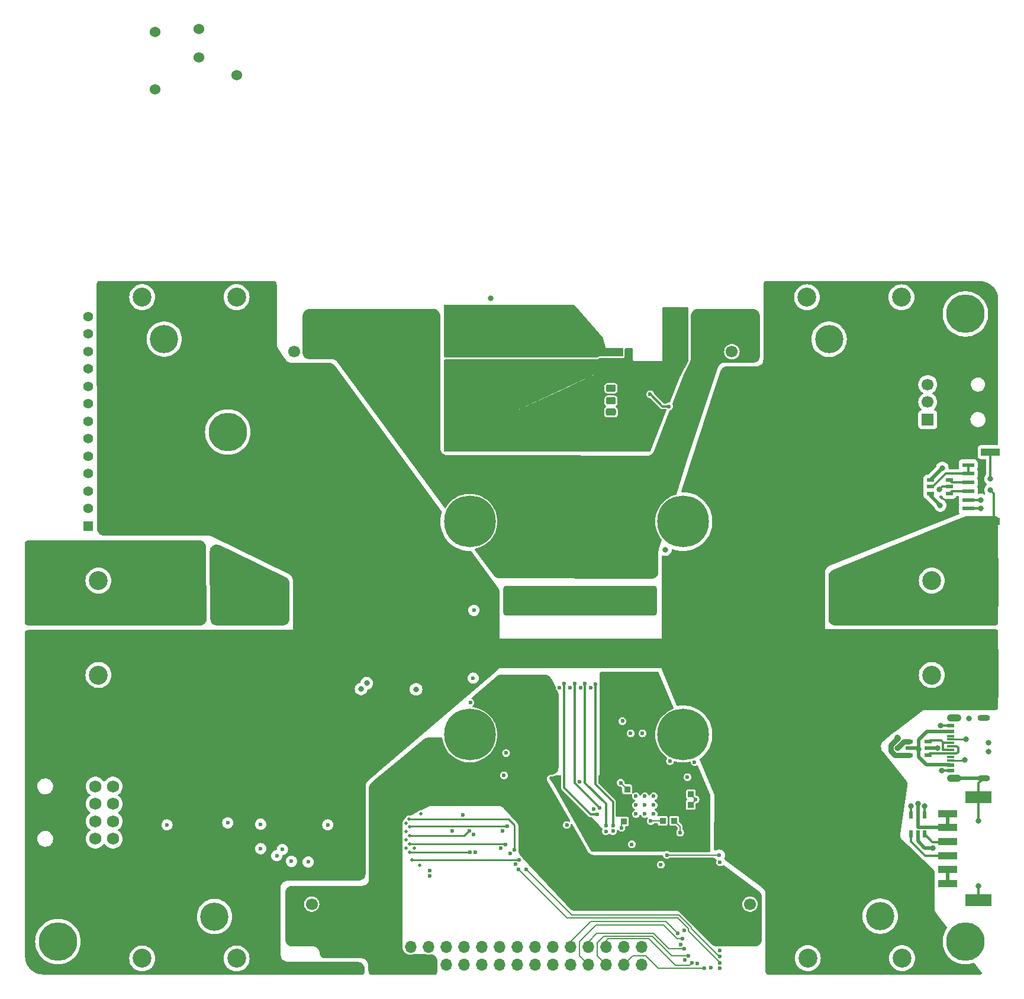
<source format=gbr>
%TF.GenerationSoftware,KiCad,Pcbnew,7.0.10*%
%TF.CreationDate,2025-04-22T22:54:08-04:00*%
%TF.ProjectId,bms-board,626d732d-626f-4617-9264-2e6b69636164,rev?*%
%TF.SameCoordinates,Original*%
%TF.FileFunction,Copper,L6,Bot*%
%TF.FilePolarity,Positive*%
%FSLAX46Y46*%
G04 Gerber Fmt 4.6, Leading zero omitted, Abs format (unit mm)*
G04 Created by KiCad (PCBNEW 7.0.10) date 2025-04-22 22:54:08*
%MOMM*%
%LPD*%
G01*
G04 APERTURE LIST*
G04 Aperture macros list*
%AMRoundRect*
0 Rectangle with rounded corners*
0 $1 Rounding radius*
0 $2 $3 $4 $5 $6 $7 $8 $9 X,Y pos of 4 corners*
0 Add a 4 corners polygon primitive as box body*
4,1,4,$2,$3,$4,$5,$6,$7,$8,$9,$2,$3,0*
0 Add four circle primitives for the rounded corners*
1,1,$1+$1,$2,$3*
1,1,$1+$1,$4,$5*
1,1,$1+$1,$6,$7*
1,1,$1+$1,$8,$9*
0 Add four rect primitives between the rounded corners*
20,1,$1+$1,$2,$3,$4,$5,0*
20,1,$1+$1,$4,$5,$6,$7,0*
20,1,$1+$1,$6,$7,$8,$9,0*
20,1,$1+$1,$8,$9,$2,$3,0*%
%AMFreePoly0*
4,1,34,-3.500000,0.000000,-3.488454,0.284056,-3.437293,0.659559,-3.345832,1.027329,-3.215145,1.383055,-3.046763,1.722566,-2.842661,2.041881,-2.605231,2.337257,-2.337257,2.605231,-2.041881,2.842661,-1.722566,3.046763,-1.383055,3.215145,-1.027329,3.345832,-0.659559,3.437293,-0.284056,3.488454,0.000000,3.500000,0.284056,3.488454,0.659559,3.437293,1.027329,3.345832,1.383055,3.215145,
1.722566,3.046763,2.041881,2.842661,2.337257,2.605231,2.605231,2.337257,2.842661,2.041881,3.046763,1.722566,3.215145,1.383055,3.345832,1.027329,3.437293,0.659559,3.488454,0.284056,3.500000,0.000000,3.500000,-3.500000,-3.500000,-3.500000,-3.500000,0.000000,-3.500000,0.000000,$1*%
G04 Aperture macros list end*
%TA.AperFunction,ComponentPad*%
%ADD10C,5.500000*%
%TD*%
%TA.AperFunction,ComponentPad*%
%ADD11C,1.530000*%
%TD*%
%TA.AperFunction,ComponentPad*%
%ADD12R,1.700000X1.700000*%
%TD*%
%TA.AperFunction,ComponentPad*%
%ADD13O,1.700000X1.700000*%
%TD*%
%TA.AperFunction,ComponentPad*%
%ADD14C,0.600000*%
%TD*%
%TA.AperFunction,ComponentPad*%
%ADD15C,4.400000*%
%TD*%
%TA.AperFunction,SMDPad,CuDef*%
%ADD16C,7.400000*%
%TD*%
%TA.AperFunction,SMDPad,CuDef*%
%ADD17R,2.489200X1.066800*%
%TD*%
%TA.AperFunction,ComponentPad*%
%ADD18C,0.800000*%
%TD*%
%TA.AperFunction,SMDPad,CuDef*%
%ADD19FreePoly0,270.000000*%
%TD*%
%TA.AperFunction,ComponentPad*%
%ADD20R,4.050000X4.050000*%
%TD*%
%TA.AperFunction,ComponentPad*%
%ADD21C,4.050000*%
%TD*%
%TA.AperFunction,ComponentPad*%
%ADD22C,2.700000*%
%TD*%
%TA.AperFunction,ComponentPad*%
%ADD23R,1.400000X1.400000*%
%TD*%
%TA.AperFunction,ComponentPad*%
%ADD24C,1.400000*%
%TD*%
%TA.AperFunction,SMDPad,CuDef*%
%ADD25R,0.863600X0.889000*%
%TD*%
%TA.AperFunction,SMDPad,CuDef*%
%ADD26RoundRect,0.500000X49.650000X1.650000X-49.650000X1.650000X-49.650000X-1.650000X49.650000X-1.650000X0*%
%TD*%
%TA.AperFunction,SMDPad,CuDef*%
%ADD27R,0.558800X0.977900*%
%TD*%
%TA.AperFunction,ComponentPad*%
%ADD28C,1.700000*%
%TD*%
%TA.AperFunction,ComponentPad*%
%ADD29R,1.200000X1.200000*%
%TD*%
%TA.AperFunction,ComponentPad*%
%ADD30C,1.200000*%
%TD*%
%TA.AperFunction,SMDPad,CuDef*%
%ADD31R,1.700000X0.600000*%
%TD*%
%TA.AperFunction,SMDPad,CuDef*%
%ADD32R,2.700000X1.000000*%
%TD*%
%TA.AperFunction,ComponentPad*%
%ADD33C,1.752600*%
%TD*%
%TA.AperFunction,SMDPad,CuDef*%
%ADD34R,0.889000X0.863600*%
%TD*%
%TA.AperFunction,SMDPad,CuDef*%
%ADD35R,3.800000X1.800000*%
%TD*%
%TA.AperFunction,SMDPad,CuDef*%
%ADD36R,0.977900X0.558800*%
%TD*%
%TA.AperFunction,SMDPad,CuDef*%
%ADD37RoundRect,0.250000X-0.450000X0.262500X-0.450000X-0.262500X0.450000X-0.262500X0.450000X0.262500X0*%
%TD*%
%TA.AperFunction,SMDPad,CuDef*%
%ADD38R,1.140000X0.600000*%
%TD*%
%TA.AperFunction,SMDPad,CuDef*%
%ADD39R,1.140000X0.300000*%
%TD*%
%TA.AperFunction,ComponentPad*%
%ADD40O,2.100000X1.050000*%
%TD*%
%TA.AperFunction,ComponentPad*%
%ADD41O,1.800000X0.900000*%
%TD*%
%TA.AperFunction,SMDPad,CuDef*%
%ADD42RoundRect,0.250000X-0.475000X0.250000X-0.475000X-0.250000X0.475000X-0.250000X0.475000X0.250000X0*%
%TD*%
%TA.AperFunction,SMDPad,CuDef*%
%ADD43FreePoly0,90.000000*%
%TD*%
%TA.AperFunction,SMDPad,CuDef*%
%ADD44RoundRect,0.500000X1.650000X1.650000X-1.650000X1.650000X-1.650000X-1.650000X1.650000X-1.650000X0*%
%TD*%
%TA.AperFunction,SMDPad,CuDef*%
%ADD45RoundRect,0.500000X10.525000X1.650000X-10.525000X1.650000X-10.525000X-1.650000X10.525000X-1.650000X0*%
%TD*%
%TA.AperFunction,SMDPad,CuDef*%
%ADD46R,2.700000X6.200000*%
%TD*%
%TA.AperFunction,ViaPad*%
%ADD47C,0.600000*%
%TD*%
%TA.AperFunction,ViaPad*%
%ADD48C,0.800000*%
%TD*%
%TA.AperFunction,ViaPad*%
%ADD49C,0.500000*%
%TD*%
%TA.AperFunction,Conductor*%
%ADD50C,0.250000*%
%TD*%
%TA.AperFunction,Conductor*%
%ADD51C,0.200000*%
%TD*%
%TA.AperFunction,Conductor*%
%ADD52C,0.300000*%
%TD*%
%TA.AperFunction,Conductor*%
%ADD53C,0.500000*%
%TD*%
%TA.AperFunction,Conductor*%
%ADD54C,0.800000*%
%TD*%
G04 APERTURE END LIST*
D10*
%TO.P,H4,1,1*%
%TO.N,GND*%
X164900000Y-124900000D03*
%TD*%
D11*
%TO.P,TP17,TP*%
%TO.N,GND*%
X60700000Y-980000D03*
%TD*%
D12*
%TO.P,J4,1,Pin_1*%
%TO.N,+5V*%
X85560000Y-128200000D03*
D13*
%TO.P,J4,2,Pin_2*%
%TO.N,+3V3*%
X85560000Y-125660000D03*
%TO.P,J4,3,Pin_3*%
%TO.N,+5V*%
X88100000Y-128200000D03*
%TO.P,J4,4,Pin_4*%
%TO.N,+3V3*%
X88100000Y-125660000D03*
%TO.P,J4,5,Pin_5*%
%TO.N,GND*%
X90640000Y-128200000D03*
%TO.P,J4,6,Pin_6*%
X90640000Y-125660000D03*
%TO.P,J4,7,Pin_7*%
%TO.N,/Microcontroller/GPIO12*%
X93180000Y-128200000D03*
%TO.P,J4,8,Pin_8*%
%TO.N,/Microcontroller/GPIO13*%
X93180000Y-125660000D03*
%TO.P,J4,9,Pin_9*%
%TO.N,/Microcontroller/GPIO14*%
X95720000Y-128200000D03*
%TO.P,J4,10,Pin_10*%
%TO.N,/Microcontroller/GPIO15*%
X95720000Y-125660000D03*
%TO.P,J4,11,Pin_11*%
%TO.N,/Microcontroller/SWCLK*%
X98260000Y-128200000D03*
%TO.P,J4,12,Pin_12*%
%TO.N,/Microcontroller/SWD*%
X98260000Y-125660000D03*
%TO.P,J4,13,Pin_13*%
%TO.N,/Microcontroller/GPIO16*%
X100800000Y-128200000D03*
%TO.P,J4,14,Pin_14*%
%TO.N,/Microcontroller/GPIO17*%
X100800000Y-125660000D03*
%TO.P,J4,15,Pin_15*%
%TO.N,GND*%
X103340000Y-128200000D03*
%TO.P,J4,16,Pin_16*%
X103340000Y-125660000D03*
%TO.P,J4,17,Pin_17*%
%TO.N,/Microcontroller/GPIO18*%
X105880000Y-128200000D03*
%TO.P,J4,18,Pin_18*%
%TO.N,/Microcontroller/GPIO19*%
X105880000Y-125660000D03*
%TO.P,J4,19,Pin_19*%
%TO.N,/Microcontroller/GPIO20*%
X108420000Y-128200000D03*
%TO.P,J4,20,Pin_20*%
%TO.N,/Microcontroller/GPIO21*%
X108420000Y-125660000D03*
%TO.P,J4,21,Pin_21*%
%TO.N,/Microcontroller/GPIO22*%
X110960000Y-128200000D03*
%TO.P,J4,22,Pin_22*%
%TO.N,/Microcontroller/GPIO23*%
X110960000Y-125660000D03*
%TO.P,J4,23,Pin_23*%
%TO.N,/Microcontroller/GPIO24*%
X113500000Y-128200000D03*
%TO.P,J4,24,Pin_24*%
%TO.N,/Microcontroller/GPIO25*%
X113500000Y-125660000D03*
%TO.P,J4,25,Pin_25*%
%TO.N,/Microcontroller/GPIO26_ADC0*%
X116040000Y-128200000D03*
%TO.P,J4,26,Pin_26*%
%TO.N,GND*%
X116040000Y-125660000D03*
%TO.P,J4,27,Pin_27*%
X118580000Y-128200000D03*
%TO.P,J4,28,Pin_28*%
X118580000Y-125660000D03*
%TD*%
D11*
%TO.P,TP5,TP*%
%TO.N,GND*%
X55300000Y5700000D03*
%TD*%
D10*
%TO.P,H1,1,1*%
%TO.N,GND*%
X59400000Y-52000000D03*
%TD*%
%TO.P,H2,1,1*%
%TO.N,GND*%
X164900000Y-35100000D03*
%TD*%
%TO.P,H3,1,1*%
%TO.N,GND*%
X35100000Y-124900000D03*
%TD*%
D11*
%TO.P,TP6,TP*%
%TO.N,GND*%
X49010000Y-2948700D03*
%TD*%
D14*
%TO.P,U6,57,GND*%
%TO.N,GND*%
X117762500Y-104087500D03*
X117762500Y-105362500D03*
X117762500Y-106637500D03*
X119037500Y-104087500D03*
X119037500Y-105362500D03*
X119037500Y-106637500D03*
X120312500Y-104087500D03*
X120312500Y-105362500D03*
X120312500Y-106637500D03*
%TD*%
D11*
%TO.P,TP7,TP*%
%TO.N,GND*%
X49010000Y5231300D03*
%TD*%
%TO.P,TP2,TP*%
%TO.N,/Battery Stack Monitor/-BATT*%
X55300000Y1610000D03*
%TD*%
D15*
%TO.P,MP3,*%
%TO.N,*%
X94000000Y-95300000D03*
D16*
%TO.P,MP3,1*%
%TO.N,GND*%
X94000000Y-95300000D03*
%TD*%
D17*
%TO.P,C53,1*%
%TO.N,GND*%
X102400000Y-53700000D03*
%TO.P,C53,2*%
%TO.N,+5V*%
X102400000Y-56544800D03*
%TD*%
%TO.P,C50,1*%
%TO.N,GND*%
X95400000Y-53650400D03*
%TO.P,C50,2*%
%TO.N,+5V*%
X95400000Y-56495200D03*
%TD*%
D18*
%TO.P,J6,1,1*%
%TO.N,/Battery Stack Monitor/-BATT*%
X34000000Y-71600000D03*
X32600000Y-71600000D03*
X31200000Y-71600000D03*
X35400000Y-72300000D03*
X34000000Y-73000000D03*
X32600000Y-73000000D03*
X31200000Y-73000000D03*
X36800000Y-73700000D03*
X35400000Y-73700000D03*
X34000000Y-74400000D03*
D19*
X33950000Y-74400000D03*
D18*
X32600000Y-74400000D03*
X31200000Y-74400000D03*
X36800000Y-75100000D03*
X35400000Y-75100000D03*
X34000000Y-75800000D03*
X32600000Y-75800000D03*
X31200000Y-75800000D03*
D20*
X46900000Y-76400000D03*
D18*
X35400000Y-76500000D03*
X34000000Y-77200000D03*
X32600000Y-77200000D03*
X31200000Y-77200000D03*
%TO.P,J6,2,2*%
%TO.N,+BATT*%
X34000000Y-82800000D03*
X32600000Y-82800000D03*
X31200000Y-82800000D03*
X35400000Y-83500000D03*
D21*
X46900000Y-83600000D03*
D18*
X34000000Y-84200000D03*
X32600000Y-84200000D03*
X31200000Y-84200000D03*
X36800000Y-84900000D03*
X35400000Y-84900000D03*
X34000000Y-85600000D03*
D19*
X33950000Y-85600000D03*
D18*
X32600000Y-85600000D03*
X31200000Y-85600000D03*
X36800000Y-86300000D03*
X35400000Y-86300000D03*
X34000000Y-87000000D03*
X32600000Y-87000000D03*
X31200000Y-87000000D03*
X35400000Y-87700000D03*
X34000000Y-88400000D03*
X32600000Y-88400000D03*
X31200000Y-88400000D03*
D22*
%TO.P,J6,3,3*%
%TO.N,unconnected-(J6-Pad3)*%
X40900000Y-86750000D03*
%TO.P,J6,4,4*%
%TO.N,unconnected-(J6-Pad4)*%
X40900000Y-73250000D03*
%TD*%
D17*
%TO.P,C57,1*%
%TO.N,GND*%
X116400000Y-53700000D03*
%TO.P,C57,2*%
%TO.N,+5V*%
X116400000Y-56544800D03*
%TD*%
D20*
%TO.P,J9,1,1*%
%TO.N,+BATT*%
X145500000Y-121257500D03*
D21*
%TO.P,J9,2,2*%
%TO.N,GND*%
X152700000Y-121257500D03*
D22*
%TO.P,J9,3,MH1*%
%TO.N,unconnected-(J9-MH1-Pad3)*%
X142350000Y-127257500D03*
%TO.P,J9,4,MH2*%
%TO.N,unconnected-(J9-MH2-Pad4)*%
X155850000Y-127257500D03*
%TD*%
D23*
%TO.P,J1,1,1*%
%TO.N,GND*%
X39400000Y-65447762D03*
D24*
%TO.P,J1,2,2*%
%TO.N,Net-(Q2-E)*%
X39400000Y-62947762D03*
%TO.P,J1,3,3*%
%TO.N,Net-(Q3-E)*%
X39400000Y-60447762D03*
%TO.P,J1,4,4*%
%TO.N,Net-(Q4-E)*%
X39400000Y-57947762D03*
%TO.P,J1,5,5*%
%TO.N,Net-(Q5-E)*%
X39400000Y-55447762D03*
%TO.P,J1,6,6*%
%TO.N,Net-(Q6-E)*%
X39400000Y-52947762D03*
%TO.P,J1,7,7*%
%TO.N,Net-(Q7-E)*%
X39400000Y-50447762D03*
%TO.P,J1,8,8*%
%TO.N,Net-(Q8-E)*%
X39400000Y-47947762D03*
%TO.P,J1,9,9*%
%TO.N,Net-(Q9-E)*%
X39400000Y-45447762D03*
%TO.P,J1,10,10*%
%TO.N,Net-(Q10-E)*%
X39400000Y-42947762D03*
%TO.P,J1,11,11*%
%TO.N,Net-(Q11-E)*%
X39400000Y-40447762D03*
%TO.P,J1,12,12*%
%TO.N,Net-(Q12-E)*%
X39400000Y-37947762D03*
%TO.P,J1,13,13*%
%TO.N,Net-(J1-Pad13)*%
X39400000Y-35447762D03*
%TD*%
D17*
%TO.P,C55,1*%
%TO.N,GND*%
X109400000Y-53700000D03*
%TO.P,C55,2*%
%TO.N,+5V*%
X109400000Y-56544800D03*
%TD*%
D25*
%TO.P,C69,1*%
%TO.N,+3V3*%
X124000000Y-103800000D03*
%TO.P,C69,2*%
%TO.N,GND*%
X125651000Y-103800000D03*
%TD*%
D26*
%TO.P,BB1,1,1*%
%TO.N,+BATT*%
X100750000Y-83650000D03*
%TD*%
D15*
%TO.P,MP4,*%
%TO.N,*%
X124500000Y-95300000D03*
D16*
%TO.P,MP4,1*%
%TO.N,GND*%
X124500000Y-95300000D03*
%TD*%
D27*
%TO.P,CR2,1,1*%
%TO.N,Net-(CR2-Pad1)*%
X159050001Y-109505250D03*
%TO.P,CR2,2,2*%
%TO.N,GND*%
X158100000Y-109505250D03*
%TO.P,CR2,3,3*%
%TO.N,Net-(CR2-Pad3)*%
X157149999Y-109505250D03*
%TO.P,CR2,4,4*%
%TO.N,/External Connections and Sensing/PIX_DAT*%
X157149999Y-106774750D03*
%TO.P,CR2,5,5*%
%TO.N,+5V*%
X158100000Y-106774750D03*
%TO.P,CR2,6,6*%
%TO.N,/External Connections and Sensing/PIX_CLK*%
X159050001Y-106774750D03*
%TD*%
D17*
%TO.P,C51,1*%
%TO.N,GND*%
X98900000Y-53655200D03*
%TO.P,C51,2*%
%TO.N,+5V*%
X98900000Y-56500000D03*
%TD*%
D12*
%TO.P,J10,1,1*%
%TO.N,+5V*%
X159520000Y-50200000D03*
D28*
%TO.P,J10,2,2*%
%TO.N,/External Connections and Sensing/RGB_DOUT*%
X159520000Y-47700000D03*
%TO.P,J10,3,3*%
%TO.N,GND*%
X159520000Y-45200000D03*
%TD*%
D29*
%TO.P,C28,1,P*%
%TO.N,+BATT*%
X100200000Y-39108400D03*
D30*
%TO.P,C28,2,N*%
%TO.N,GND*%
X100200000Y-44108400D03*
%TD*%
D17*
%TO.P,C56,1*%
%TO.N,GND*%
X112900000Y-53700000D03*
%TO.P,C56,2*%
%TO.N,+5V*%
X112900000Y-56544800D03*
%TD*%
D31*
%TO.P,J17,1,1*%
%TO.N,+5V*%
X165300000Y-56700000D03*
%TO.P,J17,2,2*%
X165300000Y-57950000D03*
%TO.P,J17,3,3*%
%TO.N,Net-(CR3-Pad1)*%
X165300000Y-59200000D03*
%TO.P,J17,4,4*%
%TO.N,Net-(CR3-Pad3)*%
X165300000Y-60450000D03*
%TO.P,J17,5,5*%
%TO.N,GND*%
X165300000Y-61700000D03*
%TO.P,J17,6,6*%
X165300000Y-62950000D03*
D32*
%TO.P,J17,7,7*%
X168500000Y-54850000D03*
%TO.P,J17,8,8*%
X168500000Y-64800000D03*
%TD*%
D25*
%TO.P,C66,1*%
%TO.N,GND*%
X123251000Y-107600000D03*
%TO.P,C66,2*%
%TO.N,+1V1*%
X121600000Y-107600000D03*
%TD*%
D33*
%TO.P,J2,1,1*%
%TO.N,/Battery Stack Monitor/THERM1*%
X42958098Y-102683400D03*
%TO.P,J2,2,2*%
%TO.N,/Battery Stack Monitor/THERM2*%
X42958098Y-105183400D03*
%TO.P,J2,3,3*%
%TO.N,/Battery Stack Monitor/THERM3*%
X42958098Y-107683400D03*
%TO.P,J2,4,4*%
%TO.N,/Battery Stack Monitor/THERM4*%
X42958098Y-110183400D03*
%TO.P,J2,5,5*%
%TO.N,/Battery Stack Monitor/THERM5*%
X40458098Y-102683400D03*
%TO.P,J2,6,6*%
%TO.N,/Battery Stack Monitor/THERM6*%
X40458098Y-105183400D03*
%TO.P,J2,7,7*%
%TO.N,GND*%
X40458098Y-107683400D03*
%TO.P,J2,8,8*%
X40458098Y-110183400D03*
%TD*%
D12*
%TO.P,J15,1,1*%
%TO.N,+5V*%
X68900000Y-119520000D03*
D28*
%TO.P,J15,2,2*%
%TO.N,GND*%
X71400000Y-119520000D03*
%TD*%
D17*
%TO.P,C54,1*%
%TO.N,GND*%
X105900000Y-53700000D03*
%TO.P,C54,2*%
%TO.N,+5V*%
X105900000Y-56544800D03*
%TD*%
D15*
%TO.P,MP2,*%
%TO.N,*%
X124500000Y-64800000D03*
D16*
%TO.P,MP2,1*%
%TO.N,GND*%
X124500000Y-64800000D03*
%TD*%
D34*
%TO.P,C70,1*%
%TO.N,GND*%
X125600000Y-105349000D03*
%TO.P,C70,2*%
%TO.N,+3V3*%
X125600000Y-107000000D03*
%TD*%
D12*
%TO.P,J13,1,1*%
%TO.N,+5V*%
X71400000Y-40480000D03*
D28*
%TO.P,J13,2,2*%
%TO.N,GND*%
X68900000Y-40480000D03*
%TD*%
D32*
%TO.P,J12,1,1*%
%TO.N,+5V*%
X162350000Y-106590000D03*
%TO.P,J12,2,2*%
X162350000Y-108590000D03*
%TO.P,J12,3,3*%
%TO.N,Net-(CR2-Pad1)*%
X162350000Y-110590000D03*
%TO.P,J12,4,4*%
%TO.N,Net-(CR2-Pad3)*%
X162350000Y-112590000D03*
%TO.P,J12,5,5*%
%TO.N,GND*%
X162350000Y-114590000D03*
%TO.P,J12,6,6*%
X162350000Y-116590000D03*
D35*
%TO.P,J12,MP1,MP1*%
X166800000Y-104240000D03*
%TO.P,J12,MP2,MP2*%
X166800000Y-118940000D03*
%TD*%
D36*
%TO.P,CR3,1,1*%
%TO.N,Net-(CR3-Pad1)*%
X162600000Y-58863498D03*
%TO.P,CR3,2,2*%
%TO.N,GND*%
X162600000Y-59813499D03*
%TO.P,CR3,3,3*%
%TO.N,Net-(CR3-Pad3)*%
X162600000Y-60763500D03*
%TO.P,CR3,4,4*%
%TO.N,Net-(CR3-Pad4)*%
X159869500Y-60763500D03*
%TO.P,CR3,5,5*%
%TO.N,+5V*%
X159869500Y-59813499D03*
%TO.P,CR3,6,6*%
%TO.N,Net-(U7-VOUT)*%
X159869500Y-58863498D03*
%TD*%
%TO.P,CR1,1,1*%
%TO.N,Net-(J3-D+_A)*%
X159610000Y-96289999D03*
%TO.P,CR1,2,2*%
%TO.N,GND*%
X159610000Y-97240000D03*
%TO.P,CR1,3,3*%
%TO.N,Net-(J3-D-_A)*%
X159610000Y-98190001D03*
%TO.P,CR1,4,4*%
%TO.N,/Microcontroller/USB_D-*%
X156879500Y-98190001D03*
%TO.P,CR1,5,5*%
%TO.N,/Microcontroller/VBUS*%
X156879500Y-97240000D03*
%TO.P,CR1,6,6*%
%TO.N,/Microcontroller/USB_D+*%
X156879500Y-96289999D03*
%TD*%
D15*
%TO.P,MP1,*%
%TO.N,*%
X94000000Y-64800000D03*
D16*
%TO.P,MP1,1*%
%TO.N,GND*%
X94000000Y-64800000D03*
%TD*%
D37*
%TO.P,R109,1*%
%TO.N,Net-(U3-SW)*%
X114200000Y-45720800D03*
%TO.P,R109,2*%
%TO.N,Net-(C42-Pad1)*%
X114200000Y-47545800D03*
%TD*%
D17*
%TO.P,C49,1*%
%TO.N,GND*%
X91900000Y-53650400D03*
%TO.P,C49,2*%
%TO.N,+5V*%
X91900000Y-56495200D03*
%TD*%
D38*
%TO.P,J3,A1_B12,GND*%
%TO.N,GND*%
X162750000Y-94020000D03*
%TO.P,J3,A4_B9,VBUS*%
%TO.N,/Microcontroller/VBUS*%
X162750000Y-94820000D03*
D39*
%TO.P,J3,A5,CC1_A*%
%TO.N,Net-(J3-CC1_A)*%
X162750000Y-95970000D03*
%TO.P,J3,A6,D+_A*%
%TO.N,Net-(J3-D+_A)*%
X162750000Y-96970000D03*
%TO.P,J3,A7,D-_A*%
%TO.N,Net-(J3-D-_A)*%
X162750000Y-97470000D03*
%TO.P,J3,A8,SBU1*%
%TO.N,unconnected-(J3-SBU1-PadA8)*%
X162750000Y-98470000D03*
D38*
%TO.P,J3,B1_A12,GND__1*%
%TO.N,GND*%
X162750000Y-100420000D03*
%TO.P,J3,B4_A9,VBUS__1*%
%TO.N,/Microcontroller/VBUS*%
X162750000Y-99620000D03*
D39*
%TO.P,J3,B5,CC1_B*%
%TO.N,Net-(J3-CC1_B)*%
X162750000Y-98970000D03*
%TO.P,J3,B6,D+_B*%
%TO.N,Net-(J3-D+_A)*%
X162750000Y-97970000D03*
%TO.P,J3,B7,D-_B*%
%TO.N,Net-(J3-D-_A)*%
X162750000Y-96470000D03*
%TO.P,J3,B8,SBU2*%
%TO.N,unconnected-(J3-SBU2-PadB8)*%
X162750000Y-95470000D03*
D40*
%TO.P,J3,SH1,SHIELD*%
%TO.N,GND*%
X163320000Y-92900000D03*
%TO.P,J3,SH2,SHIELD__1*%
X163320000Y-101540000D03*
D41*
%TO.P,J3,SH3,SHIELD__2*%
X167500000Y-92900000D03*
%TO.P,J3,SH4,SHIELD__3*%
X167500000Y-101540000D03*
%TD*%
D20*
%TO.P,J7,1,1*%
%TO.N,+BATT*%
X152600000Y-38720000D03*
D21*
%TO.P,J7,2,2*%
%TO.N,GND*%
X145400000Y-38720000D03*
D22*
%TO.P,J7,3,MH1*%
%TO.N,unconnected-(J7-MH1-Pad3)*%
X155750000Y-32720000D03*
%TO.P,J7,4,MH2*%
%TO.N,unconnected-(J7-MH2-Pad4)*%
X142250000Y-32720000D03*
%TD*%
D20*
%TO.P,J5,1,1*%
%TO.N,+BATT*%
X57500000Y-38700000D03*
D21*
%TO.P,J5,2,2*%
%TO.N,GND*%
X50300000Y-38700000D03*
D22*
%TO.P,J5,3,MH1*%
%TO.N,unconnected-(J5-MH1-Pad3)*%
X60650000Y-32700000D03*
%TO.P,J5,4,MH2*%
%TO.N,unconnected-(J5-MH2-Pad4)*%
X47150000Y-32700000D03*
%TD*%
D25*
%TO.P,C71,1*%
%TO.N,+3V3*%
X117700000Y-107700000D03*
%TO.P,C71,2*%
%TO.N,GND*%
X116049000Y-107700000D03*
%TD*%
D12*
%TO.P,J16,1,1*%
%TO.N,+5V*%
X131600000Y-119540000D03*
D28*
%TO.P,J16,2,2*%
%TO.N,GND*%
X134100000Y-119540000D03*
%TD*%
D42*
%TO.P,C42,1*%
%TO.N,Net-(C42-Pad1)*%
X114200000Y-49145800D03*
%TO.P,C42,2*%
%TO.N,GND*%
X114200000Y-51045800D03*
%TD*%
D12*
%TO.P,J14,1,1*%
%TO.N,+5V*%
X134000000Y-40500000D03*
D28*
%TO.P,J14,2,2*%
%TO.N,GND*%
X131500000Y-40500000D03*
%TD*%
D18*
%TO.P,J11,1,1*%
%TO.N,+BATT*%
X166100000Y-89300000D03*
X167500000Y-89300000D03*
X168900000Y-89300000D03*
X164700000Y-88600000D03*
X166100000Y-87900000D03*
X167500000Y-87900000D03*
X168900000Y-87900000D03*
X163300000Y-87200000D03*
X164700000Y-87200000D03*
X166100000Y-86500000D03*
D43*
X166150000Y-86500000D03*
D18*
X167500000Y-86500000D03*
X168900000Y-86500000D03*
X163300000Y-85800000D03*
X164700000Y-85800000D03*
X166100000Y-85100000D03*
X167500000Y-85100000D03*
X168900000Y-85100000D03*
X164700000Y-84400000D03*
X166100000Y-83700000D03*
X167500000Y-83700000D03*
X168900000Y-83700000D03*
D20*
X154100000Y-83600000D03*
D21*
%TO.P,J11,2,2*%
%TO.N,GND*%
X154100000Y-76400000D03*
D18*
X166100000Y-76300000D03*
X167500000Y-76300000D03*
X168900000Y-76300000D03*
X164700000Y-75600000D03*
X166100000Y-74900000D03*
X167500000Y-74900000D03*
X168900000Y-74900000D03*
X163300000Y-74200000D03*
X164700000Y-74200000D03*
X166100000Y-73500000D03*
D43*
X166150000Y-73500000D03*
D18*
X167500000Y-73500000D03*
X168900000Y-73500000D03*
X163300000Y-72800000D03*
X164700000Y-72800000D03*
X166100000Y-72100000D03*
X167500000Y-72100000D03*
X168900000Y-72100000D03*
X164700000Y-71400000D03*
X166100000Y-70700000D03*
X167500000Y-70700000D03*
X168900000Y-70700000D03*
D22*
%TO.P,J11,3,MH1*%
%TO.N,unconnected-(J11-MH1-Pad3)*%
X160100000Y-86750000D03*
%TO.P,J11,4,MH2*%
%TO.N,unconnected-(J11-MH2-Pad4)*%
X160100000Y-73250000D03*
%TD*%
D44*
%TO.P,BB2,1,1*%
%TO.N,GND*%
X148700000Y-76150000D03*
D45*
X109800000Y-76150000D03*
D44*
X65180000Y-76160000D03*
%TD*%
D46*
%TO.P,R92,1,1*%
%TO.N,/Battery Stack Monitor/-BATT*%
X52300000Y-76400000D03*
%TO.P,R92,2,2*%
%TO.N,GND*%
X60600000Y-76400000D03*
%TD*%
D25*
%TO.P,C68,1*%
%TO.N,+3V3*%
X118168198Y-103100000D03*
%TO.P,C68,2*%
%TO.N,GND*%
X116517198Y-103100000D03*
%TD*%
D20*
%TO.P,J8,1,1*%
%TO.N,+BATT*%
X50300000Y-121300000D03*
D21*
%TO.P,J8,2,2*%
%TO.N,GND*%
X57500000Y-121300000D03*
D22*
%TO.P,J8,3,MH1*%
%TO.N,unconnected-(J8-MH1-Pad3)*%
X47150000Y-127300000D03*
%TO.P,J8,4,MH2*%
%TO.N,unconnected-(J8-MH2-Pad4)*%
X60650000Y-127300000D03*
%TD*%
D47*
%TO.N,GND*%
X99200000Y-97900000D03*
X98900000Y-101100000D03*
X67200000Y-111700000D03*
X64100000Y-111600000D03*
X66400000Y-112600000D03*
X68500000Y-113400000D03*
X70900000Y-113500000D03*
X73700000Y-108200000D03*
X50700000Y-108200000D03*
X59400000Y-107900000D03*
X64100000Y-108100000D03*
D48*
%TO.N,/Microcontroller/USB_D-*%
X155200000Y-95700000D03*
%TO.N,/Microcontroller/USB_D+*%
X155200000Y-97200000D03*
D47*
%TO.N,+3V3*%
X117300000Y-88100000D03*
X115700000Y-88100000D03*
X114100000Y-88100000D03*
D48*
%TO.N,GND*%
X168210000Y-96470000D03*
D47*
X109850000Y-88565687D03*
D48*
X97000000Y-32850000D03*
D47*
X93000000Y-106736336D03*
X100500000Y-45700000D03*
X92500000Y-42500000D03*
X121325735Y-113874265D03*
X124800000Y-37700000D03*
X94100000Y-45700000D03*
D48*
X168500000Y-60300000D03*
D47*
X129801073Y-113532797D03*
X123500000Y-36900000D03*
D48*
X160249999Y-111489999D03*
D47*
X124800000Y-36100000D03*
D48*
X166800000Y-116940000D03*
D47*
X98714003Y-109025000D03*
X90900000Y-45700000D03*
X103700000Y-45700000D03*
X124800000Y-40900000D03*
X124100000Y-109300000D03*
X125144247Y-101365565D03*
X94100000Y-48900000D03*
X95700000Y-48900000D03*
X94600000Y-77500000D03*
X122658379Y-99073895D03*
X129770604Y-128700000D03*
D49*
X84900000Y-109125000D03*
D47*
X92500000Y-50500000D03*
X91500000Y-109075000D03*
D48*
X160950000Y-97220000D03*
D47*
X98900000Y-52100000D03*
X88300000Y-115500000D03*
X124800000Y-39300000D03*
X129800000Y-126202938D03*
X92500000Y-52100000D03*
D48*
X167100000Y-61700000D03*
D47*
X94500000Y-87200000D03*
X95700000Y-52100000D03*
X123500000Y-43300000D03*
D49*
X84900000Y-110325000D03*
D47*
X123500000Y-38500000D03*
X94100000Y-50500000D03*
X95700000Y-45700000D03*
X113490578Y-109123558D03*
X117000000Y-95100000D03*
X109700000Y-102000000D03*
X94100000Y-90700000D03*
X98900000Y-47300000D03*
X128494945Y-128653585D03*
X124700000Y-123300000D03*
D49*
X84900000Y-107925000D03*
D47*
X92500000Y-44100000D03*
X97300000Y-50500000D03*
X97300000Y-45700000D03*
X124201610Y-125274211D03*
X106900000Y-44100000D03*
X90900000Y-44100000D03*
X114500000Y-109100003D03*
X102100000Y-44100000D03*
X115700000Y-108600000D03*
X126575360Y-128000304D03*
X97300000Y-42500000D03*
X102100000Y-47300000D03*
D49*
X86800000Y-114000000D03*
D48*
X161310000Y-94020000D03*
X79276753Y-87933886D03*
D47*
X92500000Y-48900000D03*
X115591841Y-102162500D03*
X111330000Y-88585687D03*
X94824266Y-112124263D03*
X92500000Y-45700000D03*
X97300000Y-52100000D03*
X97300000Y-47300000D03*
X105300000Y-45700000D03*
X102100000Y-45700000D03*
D48*
X122000000Y-68800000D03*
X168210000Y-97740000D03*
X161200000Y-60200000D03*
X167100000Y-62950000D03*
D47*
X95700000Y-42500000D03*
X126167028Y-99200000D03*
X106900000Y-45700000D03*
X94100000Y-44100000D03*
X123500000Y-35300000D03*
X100534313Y-113825000D03*
X111700000Y-105900000D03*
X107900000Y-108200000D03*
X94100000Y-42500000D03*
X124734313Y-127500000D03*
X97300000Y-44100000D03*
X88299999Y-114700000D03*
X95700000Y-50500000D03*
X92500000Y-47300000D03*
X98900000Y-50500000D03*
D49*
X84900000Y-111475000D03*
D47*
X115851000Y-93349000D03*
X100500000Y-47300000D03*
X99759998Y-112280002D03*
X117175630Y-110975630D03*
X98900000Y-48900000D03*
X98475303Y-111525000D03*
X95700000Y-44100000D03*
X126300000Y-104562500D03*
D49*
X87000000Y-106602216D03*
D47*
X90900000Y-42500000D03*
X94100000Y-47300000D03*
D48*
X161529998Y-100440000D03*
D47*
X94100000Y-52100000D03*
X90900000Y-50500000D03*
X108350000Y-88565687D03*
X110100000Y-44100000D03*
D48*
X168500000Y-58700000D03*
D47*
X103700000Y-44100000D03*
D48*
X166800000Y-107640000D03*
D47*
X90900000Y-48900000D03*
X123500000Y-40100000D03*
X90900000Y-52100000D03*
X118700000Y-95100000D03*
X94555460Y-109547897D03*
X105300000Y-44100000D03*
X98900000Y-42500000D03*
D48*
X165410000Y-92940000D03*
D47*
X108500000Y-44100000D03*
D49*
X86100000Y-111500000D03*
D47*
X106850000Y-88565687D03*
X90900000Y-47300000D03*
X95700000Y-47300000D03*
X98900000Y-45700000D03*
X100500000Y-42500000D03*
X123500000Y-41700000D03*
X97300000Y-48900000D03*
%TO.N,+3V3*%
X123412238Y-102562500D03*
X121200000Y-104700000D03*
X118633680Y-107881712D03*
X124113130Y-106686870D03*
X127250000Y-104800000D03*
X114200000Y-90600000D03*
X127250000Y-106400000D03*
X127250000Y-108800000D03*
X121200000Y-105500000D03*
X128050000Y-104400000D03*
X122800000Y-100500000D03*
X111800000Y-111100000D03*
X128050000Y-107600000D03*
X128050000Y-106000000D03*
X127250000Y-107200000D03*
X112600000Y-110700000D03*
X112600000Y-109800000D03*
X122800000Y-101900000D03*
X111800000Y-110200000D03*
X114100000Y-102200000D03*
X128050000Y-105200000D03*
X113400000Y-110300000D03*
X106700000Y-102350000D03*
X121200000Y-103900000D03*
X109900000Y-107300000D03*
X128050000Y-110000000D03*
X121200000Y-106300000D03*
X112600000Y-111600000D03*
X128050000Y-106800000D03*
X127250000Y-105600000D03*
X119230446Y-102743282D03*
X127250000Y-108000000D03*
X121200000Y-103100000D03*
X119124265Y-99175735D03*
X106400000Y-101700000D03*
X128050000Y-108400000D03*
X128050000Y-109200000D03*
X127250000Y-109600000D03*
X113400000Y-111200000D03*
%TO.N,+1V1*%
X119900000Y-107650000D03*
%TO.N,+BATT*%
X102100000Y-34300000D03*
X76400000Y-128200000D03*
X105300000Y-37500000D03*
X103700000Y-39100000D03*
X95700000Y-40700000D03*
X105300000Y-35900000D03*
X94100000Y-40700000D03*
X95700000Y-35900000D03*
X100500000Y-40700000D03*
X75600000Y-129100000D03*
X73200000Y-128200000D03*
X102100000Y-35900000D03*
X106900000Y-37500000D03*
X98900000Y-34300000D03*
X92500000Y-40700000D03*
X92500000Y-34300000D03*
X108500000Y-35900000D03*
X110100000Y-35900000D03*
X97300000Y-40700000D03*
X94100000Y-34300000D03*
X106900000Y-35900000D03*
X90900000Y-35900000D03*
X98900000Y-35900000D03*
X97300000Y-39100000D03*
X94100000Y-39100000D03*
X100500000Y-37500000D03*
X72400000Y-129100000D03*
X71600000Y-128200000D03*
X103700000Y-34300000D03*
X98900000Y-37500000D03*
X97300000Y-35900000D03*
X92500000Y-39100000D03*
X106900000Y-39100000D03*
X108500000Y-37500000D03*
X100500000Y-34300000D03*
X111700000Y-37500000D03*
X95700000Y-37500000D03*
X94100000Y-37500000D03*
X95700000Y-34300000D03*
X108500000Y-39100000D03*
X90900000Y-34300000D03*
X105300000Y-39100000D03*
X103700000Y-35900000D03*
X103700000Y-37500000D03*
X108500000Y-34300000D03*
X92500000Y-37500000D03*
X90900000Y-39100000D03*
X111700000Y-39100000D03*
X90900000Y-37500000D03*
X95700000Y-39100000D03*
X74800000Y-128200000D03*
X110100000Y-39100000D03*
X74000000Y-129100000D03*
X110100000Y-37500000D03*
X78000000Y-128200000D03*
X97300000Y-34300000D03*
X77200000Y-129100000D03*
X100500000Y-35900000D03*
X98900000Y-40700000D03*
X94100000Y-35900000D03*
X92500000Y-35900000D03*
X97300000Y-37500000D03*
X102100000Y-39100000D03*
X90900000Y-40700000D03*
X102100000Y-37500000D03*
%TO.N,+5V*%
X103200000Y-88800000D03*
X98400000Y-90400000D03*
X98900000Y-67400000D03*
X111700000Y-67400000D03*
X101600000Y-92000000D03*
X97300000Y-61000000D03*
X100000000Y-95200000D03*
X103200000Y-95200000D03*
X104800000Y-92000000D03*
X108500000Y-67400000D03*
D48*
X86325000Y-88800000D03*
D47*
X105300000Y-67400000D03*
X111700000Y-69000000D03*
X101600000Y-93600000D03*
X114900000Y-67400000D03*
X106900000Y-72200000D03*
X103200000Y-87200000D03*
X103200000Y-93600000D03*
X94100000Y-59400000D03*
X118100000Y-72200000D03*
X103200000Y-92000000D03*
X103200000Y-90400000D03*
X114900000Y-70600000D03*
X94100000Y-57800000D03*
X106900000Y-69000000D03*
X100500000Y-69000000D03*
X98900000Y-61000000D03*
X108500000Y-72200000D03*
X105300000Y-70600000D03*
X101600000Y-87200000D03*
X97300000Y-59400000D03*
X102100000Y-70600000D03*
X100500000Y-72200000D03*
X113300000Y-67400000D03*
X110100000Y-70600000D03*
X113300000Y-72200000D03*
X103700000Y-69000000D03*
X114900000Y-72200000D03*
X100000000Y-88800000D03*
X98900000Y-70600000D03*
X116500000Y-70600000D03*
X100500000Y-67400000D03*
X113300000Y-69000000D03*
X118100000Y-69000000D03*
X90900000Y-57800000D03*
X105300000Y-72200000D03*
X100000000Y-93600000D03*
X100000000Y-90400000D03*
X118100000Y-67400000D03*
X103700000Y-72200000D03*
X97300000Y-69000000D03*
X100000000Y-92000000D03*
X92500000Y-57800000D03*
X106900000Y-67400000D03*
X98900000Y-69000000D03*
X104800000Y-87200000D03*
X100500000Y-70600000D03*
X100000000Y-96800000D03*
X100000000Y-87200000D03*
X101600000Y-88800000D03*
X105300000Y-69000000D03*
X96800000Y-88800000D03*
X95700000Y-59400000D03*
X95700000Y-57800000D03*
X103700000Y-70600000D03*
X96800000Y-90400000D03*
X113300000Y-70600000D03*
X98900000Y-62600000D03*
X111700000Y-70600000D03*
X103200000Y-96800000D03*
X98900000Y-59400000D03*
X98400000Y-87200000D03*
X103700000Y-67400000D03*
X104800000Y-88800000D03*
X98400000Y-93600000D03*
X108500000Y-70600000D03*
X98400000Y-92000000D03*
X110100000Y-69000000D03*
X97300000Y-57800000D03*
X98400000Y-95200000D03*
X110100000Y-67400000D03*
X97300000Y-70600000D03*
X102100000Y-72200000D03*
X102100000Y-69000000D03*
X98900000Y-64200000D03*
X98900000Y-65800000D03*
D48*
X158100458Y-105179139D03*
D47*
X106900000Y-70600000D03*
X101600000Y-96800000D03*
X111700000Y-72200000D03*
X114900000Y-69000000D03*
X116500000Y-72200000D03*
X110100000Y-72200000D03*
X96800000Y-92000000D03*
D48*
X78455319Y-88755319D03*
D47*
X108500000Y-69000000D03*
X90900000Y-61000000D03*
X118100000Y-70600000D03*
X90900000Y-59400000D03*
X116500000Y-69000000D03*
X116500000Y-67400000D03*
X104800000Y-90400000D03*
X98900000Y-57800000D03*
X98900000Y-72200000D03*
X102100000Y-67400000D03*
X98400000Y-96800000D03*
X98400000Y-88800000D03*
X92500000Y-59400000D03*
X101600000Y-90400000D03*
X101600000Y-95200000D03*
D48*
%TO.N,/Microcontroller/VBUS*%
X158200000Y-97340000D03*
D47*
%TO.N,/Battery Stack Monitor/SPI_TX*%
X93950000Y-109025000D03*
D49*
X85400000Y-109700000D03*
D47*
%TO.N,/Battery Stack Monitor/SPI_CS*%
X94000000Y-112100000D03*
D49*
X85400000Y-112100000D03*
D47*
%TO.N,/Battery Stack Monitor/SPI_SCLK*%
X99400000Y-108400000D03*
D49*
X85400000Y-108500000D03*
D48*
%TO.N,Net-(J3-CC1_A)*%
X165000000Y-95940000D03*
D49*
%TO.N,/Battery Stack Monitor/SPI_RX*%
X85400000Y-110900000D03*
D47*
X99100000Y-111000000D03*
D48*
%TO.N,Net-(U7-VOUT)*%
X161600000Y-57132998D03*
D49*
%TO.N,/Battery Stack Monitor/ALERT*%
X85349993Y-107325000D03*
D47*
X100400000Y-111800000D03*
D48*
%TO.N,Net-(J3-CC1_B)*%
X164810000Y-98940000D03*
D49*
%TO.N,/Battery Stack Monitor/RST_SHUT*%
X85700000Y-113200000D03*
D47*
X101100000Y-113200000D03*
%TO.N,/External Connections and Sensing/RGB_DIN*%
X112600000Y-105762500D03*
X109000000Y-88000000D03*
%TO.N,/Microcontroller/GPIO25*%
X125775735Y-127975735D03*
%TO.N,/Microcontroller/GPIO24*%
X125300000Y-126900000D03*
%TO.N,/Microcontroller/GPIO23*%
X124700000Y-125900000D03*
%TO.N,/Microcontroller/GPIO22*%
X124400000Y-124500000D03*
%TO.N,/Microcontroller/GPIO21*%
X123724265Y-123675735D03*
%TO.N,/Microcontroller/RUN*%
X129706134Y-112512089D03*
X122207108Y-112492892D03*
D48*
%TO.N,/External Connections and Sensing/PIX_CLK*%
X159056409Y-105472674D03*
D47*
X129800000Y-127002941D03*
X102100000Y-114600000D03*
D48*
%TO.N,/External Connections and Sensing/PIX_DAT*%
X157149999Y-105489999D03*
D47*
X129772872Y-127900000D03*
X101000000Y-114556494D03*
%TO.N,/External Connections and Sensing/DAC_DAT*%
X110500000Y-88000000D03*
X113524265Y-108324265D03*
%TO.N,/External Connections and Sensing/DAC_CLK*%
X111980000Y-88020000D03*
X114500000Y-108300000D03*
%TO.N,/5V Regulator/PGOOD*%
X107500000Y-88000000D03*
X112225735Y-106725735D03*
%TO.N,Net-(U3-ULTRASONIC)*%
X119795558Y-46579442D03*
X122524251Y-48311235D03*
D48*
%TO.N,Net-(CR3-Pad4)*%
X161300000Y-62500000D03*
D47*
%TO.N,/Microcontroller/GPIO26_ADC0*%
X127600000Y-128700000D03*
%TD*%
D50*
%TO.N,/Battery Stack Monitor/RST_SHUT*%
X85700000Y-113200000D02*
X101100000Y-113200000D01*
D51*
%TO.N,/Microcontroller/GPIO21*%
X108420000Y-124880000D02*
X108420000Y-125660000D01*
X122048530Y-122000000D02*
X111300000Y-122000000D01*
X111300000Y-122000000D02*
X108420000Y-124880000D01*
X123724265Y-123675735D02*
X122048530Y-122000000D01*
%TO.N,GND*%
X124100000Y-108449000D02*
X123251000Y-107600000D01*
X124100000Y-109300000D02*
X124100000Y-108449000D01*
X126300000Y-104562500D02*
X126300000Y-104649000D01*
X126300000Y-104649000D02*
X125600000Y-105349000D01*
X126300000Y-104562500D02*
X126300000Y-104449000D01*
X126300000Y-104449000D02*
X125651000Y-103800000D01*
D52*
%TO.N,+5V*%
X162150000Y-57950000D02*
X160286501Y-59813499D01*
X160286501Y-59813499D02*
X159869500Y-59813499D01*
X165300000Y-57950000D02*
X162150000Y-57950000D01*
%TO.N,GND*%
X161586501Y-59813499D02*
X162600000Y-59813499D01*
X161200000Y-60200000D02*
X161586501Y-59813499D01*
X166800000Y-104240000D02*
X166800000Y-107640000D01*
D53*
X158100000Y-110494200D02*
X159095799Y-111489999D01*
D52*
X168500000Y-58700000D02*
X168500000Y-54850000D01*
X162730000Y-100440000D02*
X162750000Y-100420000D01*
D53*
X159610000Y-97240000D02*
X160930000Y-97240000D01*
D52*
X167100000Y-61700000D02*
X165300000Y-61700000D01*
X169000000Y-64300000D02*
X168500000Y-64800000D01*
X167100000Y-62950000D02*
X165300000Y-62950000D01*
X168500000Y-60300000D02*
X169000000Y-60800000D01*
D51*
X115591841Y-102162500D02*
X115591841Y-102174643D01*
D53*
X159095799Y-111489999D02*
X160249999Y-111489999D01*
X163100000Y-114590000D02*
X162350000Y-114590000D01*
D52*
X166800000Y-118940000D02*
X166800000Y-116940000D01*
X169000000Y-60800000D02*
X169000000Y-64300000D01*
D53*
X162350000Y-116590000D02*
X162350000Y-114590000D01*
D51*
X115700000Y-108049000D02*
X116049000Y-107700000D01*
D53*
X158100000Y-109505250D02*
X158100000Y-110494200D01*
D52*
X163250000Y-114590000D02*
X162350000Y-114590000D01*
D53*
X160930000Y-97240000D02*
X160950000Y-97220000D01*
D52*
X162750000Y-94020000D02*
X161310000Y-94020000D01*
D53*
X163320000Y-101540000D02*
X167500000Y-101540000D01*
D51*
X115700000Y-108600000D02*
X115700000Y-108049000D01*
D52*
X166800000Y-102240000D02*
X167500000Y-101540000D01*
X166800000Y-104240000D02*
X166800000Y-102240000D01*
D51*
X115591841Y-102174643D02*
X116517198Y-103100000D01*
D52*
X161529998Y-100440000D02*
X162730000Y-100440000D01*
D51*
%TO.N,+3V3*%
X124000000Y-103150262D02*
X124000000Y-103800000D01*
X124113130Y-106686870D02*
X124426260Y-107000000D01*
X123412238Y-102562500D02*
X124000000Y-103150262D01*
X118451968Y-107700000D02*
X117700000Y-107700000D01*
X119230446Y-102743282D02*
X118873728Y-103100000D01*
X124426260Y-107000000D02*
X125600000Y-107000000D01*
X118873728Y-103100000D02*
X118168198Y-103100000D01*
X118633680Y-107881712D02*
X118451968Y-107700000D01*
%TO.N,+1V1*%
X119950000Y-107600000D02*
X121600000Y-107600000D01*
X119900000Y-107650000D02*
X119950000Y-107600000D01*
D53*
%TO.N,+5V*%
X158100458Y-105179139D02*
X158100000Y-105179597D01*
X158100000Y-108566300D02*
X162326300Y-108566300D01*
X158100000Y-105179597D02*
X158100000Y-108566300D01*
D52*
X165300000Y-56700000D02*
X165300000Y-57950000D01*
D53*
X162326300Y-108566300D02*
X162350000Y-108590000D01*
X162350000Y-108590000D02*
X162350000Y-106590000D01*
%TO.N,/Microcontroller/VBUS*%
X158200000Y-97340000D02*
X158200000Y-98448351D01*
X159361649Y-94870000D02*
X162700000Y-94870000D01*
X158100000Y-97240000D02*
X158200000Y-97340000D01*
X158200000Y-96031649D02*
X159361649Y-94870000D01*
X159341649Y-99590000D02*
X162720000Y-99590000D01*
X162700000Y-94870000D02*
X162750000Y-94820000D01*
X158200000Y-98448351D02*
X159341649Y-99590000D01*
X162720000Y-99590000D02*
X162750000Y-99620000D01*
X156879500Y-97240000D02*
X158100000Y-97240000D01*
X158200000Y-97340000D02*
X158200000Y-96031649D01*
D54*
%TO.N,/Microcontroller/USB_D-*%
X154199999Y-97604214D02*
X154785786Y-98190001D01*
X154785786Y-98190001D02*
X156879500Y-98190001D01*
X154199999Y-96775788D02*
X154199999Y-97604214D01*
X155211236Y-95764551D02*
X154199999Y-96775788D01*
%TO.N,/Microcontroller/USB_D+*%
X155200000Y-97190001D02*
X156100002Y-96289999D01*
X156100002Y-96289999D02*
X156879500Y-96289999D01*
D52*
%TO.N,/Battery Stack Monitor/SPI_TX*%
X93275000Y-109700000D02*
X93950000Y-109025000D01*
D50*
X85400000Y-109700000D02*
X93275000Y-109700000D01*
%TO.N,/Battery Stack Monitor/SPI_CS*%
X85400000Y-112100000D02*
X94000000Y-112100000D01*
%TO.N,/Battery Stack Monitor/SPI_SCLK*%
X85500000Y-108400000D02*
X85400000Y-108500000D01*
X99400000Y-108400000D02*
X85500000Y-108400000D01*
%TO.N,Net-(J3-CC1_A)*%
X164970000Y-95970000D02*
X162750000Y-95970000D01*
X165000000Y-95940000D02*
X164970000Y-95970000D01*
%TO.N,/Battery Stack Monitor/SPI_RX*%
X99000000Y-110900000D02*
X99100000Y-111000000D01*
X85400000Y-110900000D02*
X99000000Y-110900000D01*
D53*
%TO.N,Net-(U7-VOUT)*%
X161600000Y-57132998D02*
X159869500Y-58863498D01*
D50*
%TO.N,/Battery Stack Monitor/ALERT*%
X99561336Y-107361336D02*
X100400000Y-108200000D01*
X100400000Y-108200000D02*
X100400000Y-111800000D01*
X85386329Y-107361336D02*
X99561336Y-107361336D01*
X85349993Y-107325000D02*
X85386329Y-107361336D01*
%TO.N,Net-(J3-CC1_B)*%
X164780000Y-98970000D02*
X162750000Y-98970000D01*
X164810000Y-98940000D02*
X164780000Y-98970000D01*
D52*
%TO.N,/External Connections and Sensing/RGB_DIN*%
X109430761Y-102650000D02*
X109000000Y-102219239D01*
X109450000Y-102650000D02*
X109430761Y-102650000D01*
X112600000Y-105762500D02*
X112562500Y-105762500D01*
X112562500Y-105762500D02*
X109450000Y-102650000D01*
X109000000Y-102219239D02*
X109000000Y-88000000D01*
D51*
%TO.N,/Microcontroller/GPIO25*%
X113790000Y-124510000D02*
X113500000Y-124800000D01*
X125451470Y-128300000D02*
X123400000Y-128300000D01*
X113500000Y-124800000D02*
X113500000Y-125660000D01*
X123400000Y-128300000D02*
X119610000Y-124510000D01*
X125775735Y-127975735D02*
X125451470Y-128300000D01*
X119610000Y-124510000D02*
X113790000Y-124510000D01*
%TO.N,/Microcontroller/GPIO24*%
X125300000Y-126900000D02*
X122900000Y-126900000D01*
X112200000Y-126900000D02*
X113500000Y-128200000D01*
X120110000Y-124110000D02*
X113190000Y-124110000D01*
X113190000Y-124110000D02*
X112200000Y-125100000D01*
X112200000Y-125100000D02*
X112200000Y-126900000D01*
X122900000Y-126900000D02*
X120110000Y-124110000D01*
%TO.N,/Microcontroller/GPIO23*%
X124700000Y-125900000D02*
X122465686Y-125900000D01*
X112190000Y-123710000D02*
X110960000Y-124940000D01*
X110960000Y-124940000D02*
X110960000Y-125660000D01*
X120275685Y-123710000D02*
X112190000Y-123710000D01*
X122465686Y-125900000D02*
X120275685Y-123710000D01*
%TO.N,/Microcontroller/GPIO22*%
X123700000Y-124500000D02*
X121700000Y-122500000D01*
X112100000Y-122500000D02*
X109700000Y-124900000D01*
X121700000Y-122500000D02*
X112100000Y-122500000D01*
X109700000Y-126940000D02*
X110960000Y-128200000D01*
X124400000Y-124500000D02*
X123700000Y-124500000D01*
X109700000Y-124900000D02*
X109700000Y-126940000D01*
%TO.N,/Microcontroller/RUN*%
X129686937Y-112492892D02*
X122207108Y-112492892D01*
X129706134Y-112512089D02*
X129686937Y-112492892D01*
%TO.N,/External Connections and Sensing/PIX_CLK*%
X125700000Y-123000000D02*
X125700000Y-122885785D01*
X125700000Y-122885785D02*
X123914214Y-121100000D01*
X129702941Y-127002941D02*
X125700000Y-123000000D01*
D52*
X159050001Y-105479082D02*
X159050001Y-106774750D01*
D51*
X123914214Y-121100000D02*
X108600000Y-121100000D01*
D52*
X159056409Y-105472674D02*
X159050001Y-105479082D01*
D51*
X129800000Y-127002941D02*
X129702941Y-127002941D01*
X108600000Y-121100000D02*
X102100000Y-114600000D01*
%TO.N,/External Connections and Sensing/PIX_DAT*%
X125300000Y-123051471D02*
X123748529Y-121500000D01*
D52*
X157149999Y-105489999D02*
X157149999Y-106774750D01*
D51*
X129772872Y-127900000D02*
X129772872Y-127872872D01*
X125300000Y-123400000D02*
X125300000Y-123051471D01*
X123748529Y-121500000D02*
X107943506Y-121500000D01*
X107943506Y-121500000D02*
X101000000Y-114556494D01*
X129772872Y-127872872D02*
X125300000Y-123400000D01*
D52*
%TO.N,/External Connections and Sensing/DAC_DAT*%
X113500000Y-108300000D02*
X113500000Y-105200000D01*
X113524265Y-108324265D02*
X113500000Y-108300000D01*
X113500000Y-105200000D02*
X110500000Y-102200000D01*
X110500000Y-102200000D02*
X110500000Y-88000000D01*
%TO.N,/External Connections and Sensing/DAC_CLK*%
X114500000Y-104900000D02*
X111980000Y-102380000D01*
X111980000Y-102380000D02*
X111980000Y-88020000D01*
X114500000Y-108300000D02*
X114500000Y-104900000D01*
%TO.N,Net-(J3-D+_A)*%
X159830001Y-97970000D02*
X159610000Y-98190001D01*
X162750000Y-96970000D02*
X163670000Y-96970000D01*
X163670000Y-96970000D02*
X163850000Y-97150000D01*
X162750000Y-97970000D02*
X159830001Y-97970000D01*
X163850000Y-97150000D02*
X163850000Y-97790000D01*
X163670000Y-97970000D02*
X162750000Y-97970000D01*
X163850000Y-97790000D02*
X163670000Y-97970000D01*
%TO.N,Net-(J3-D-_A)*%
X161700000Y-97470000D02*
X161700000Y-96470000D01*
X161390661Y-96111155D02*
X159788844Y-96111155D01*
X162750000Y-97470000D02*
X161700000Y-97470000D01*
X162750000Y-96470000D02*
X161749506Y-96470000D01*
X159788844Y-96111155D02*
X159610000Y-96289999D01*
X161749506Y-96470000D02*
X161390661Y-96111155D01*
X161700000Y-96470000D02*
X162750000Y-96470000D01*
%TO.N,/5V Regulator/PGOOD*%
X112225735Y-106725735D02*
X111328676Y-106725735D01*
X111328676Y-106725735D02*
X107500000Y-102897059D01*
X107500000Y-102897059D02*
X107500000Y-88000000D01*
%TO.N,Net-(CR3-Pad3)*%
X162913500Y-60450000D02*
X162600000Y-60763500D01*
X165300000Y-60450000D02*
X162913500Y-60450000D01*
%TO.N,Net-(U3-ULTRASONIC)*%
X119829442Y-46579442D02*
X119795558Y-46579442D01*
X121561235Y-48311235D02*
X119829442Y-46579442D01*
X122524251Y-48311235D02*
X121561235Y-48311235D01*
%TO.N,Net-(CR3-Pad1)*%
X165300000Y-59200000D02*
X165284099Y-59184099D01*
X165284099Y-59184099D02*
X162920601Y-59184099D01*
X162920601Y-59184099D02*
X162600000Y-58863498D01*
D53*
%TO.N,Net-(CR3-Pad4)*%
X161300000Y-62500000D02*
X159869500Y-61069500D01*
X159869500Y-61069500D02*
X159869500Y-60763500D01*
D52*
%TO.N,Net-(CR2-Pad1)*%
X160184751Y-110640000D02*
X162300000Y-110640000D01*
X159050001Y-109505250D02*
X160184751Y-110640000D01*
X162300000Y-110640000D02*
X162350000Y-110590000D01*
%TO.N,Net-(CR2-Pad3)*%
X157149999Y-109505250D02*
X157149999Y-110588526D01*
X159151473Y-112590000D02*
X162350000Y-112590000D01*
X157149999Y-110588526D02*
X159151473Y-112590000D01*
D51*
%TO.N,/Microcontroller/GPIO26_ADC0*%
X117340000Y-126900000D02*
X116040000Y-128200000D01*
X120946346Y-128700000D02*
X119146346Y-126900000D01*
X127600000Y-128700000D02*
X120946346Y-128700000D01*
X119146346Y-126900000D02*
X117340000Y-126900000D01*
%TD*%
%TA.AperFunction,Conductor*%
%TO.N,+BATT*%
G36*
X108819813Y-33752226D02*
G01*
X108871073Y-33763284D01*
X108909115Y-33780499D01*
X108951254Y-33811705D01*
X108966706Y-33825918D01*
X109075733Y-33950000D01*
X113065701Y-38490935D01*
X113072638Y-38499800D01*
X113088882Y-38523187D01*
X113099527Y-38542987D01*
X113110075Y-38569437D01*
X113113643Y-38580111D01*
X113459868Y-39852512D01*
X113499974Y-39928952D01*
X113499975Y-39928953D01*
X113568561Y-39981370D01*
X113652851Y-40000000D01*
X115859624Y-40000000D01*
X115917815Y-40018907D01*
X115953779Y-40068407D01*
X115956722Y-40118314D01*
X115950350Y-40150347D01*
X115947393Y-40170275D01*
X115947389Y-40170309D01*
X115945489Y-40189602D01*
X115945489Y-40189603D01*
X115945104Y-40197442D01*
X115944500Y-40209751D01*
X115944500Y-40209761D01*
X115944500Y-40209762D01*
X115944500Y-41095500D01*
X115925593Y-41153691D01*
X115876093Y-41189655D01*
X115845500Y-41194500D01*
X112519685Y-41194500D01*
X112479616Y-41198446D01*
X112479592Y-41198450D01*
X112441733Y-41205979D01*
X112441707Y-41205986D01*
X112403176Y-41217672D01*
X112403166Y-41217676D01*
X112388537Y-41223735D01*
X112373877Y-41230494D01*
X112360026Y-41237551D01*
X112307776Y-41278745D01*
X112250373Y-41299924D01*
X112246484Y-41300000D01*
X90509752Y-41300000D01*
X90490438Y-41298098D01*
X90474470Y-41294921D01*
X90442775Y-41288617D01*
X90407089Y-41273835D01*
X90406330Y-41273328D01*
X90374949Y-41252359D01*
X90347640Y-41225050D01*
X90326163Y-41192908D01*
X90311382Y-41157222D01*
X90301902Y-41109561D01*
X90300000Y-41090248D01*
X90300000Y-33959751D01*
X90301902Y-33940438D01*
X90311382Y-33892777D01*
X90326162Y-33857092D01*
X90347642Y-33824946D01*
X90374946Y-33797642D01*
X90407092Y-33776162D01*
X90442775Y-33761382D01*
X90468021Y-33756360D01*
X90490439Y-33751902D01*
X90509752Y-33750000D01*
X108798937Y-33750000D01*
X108819813Y-33752226D01*
G37*
%TD.AperFunction*%
%TD*%
%TA.AperFunction,Conductor*%
%TO.N,GND*%
G36*
X125109561Y-34101902D02*
G01*
X125157222Y-34111382D01*
X125192908Y-34126163D01*
X125225050Y-34147640D01*
X125252359Y-34174949D01*
X125273328Y-34206330D01*
X125273835Y-34207089D01*
X125288616Y-34242775D01*
X125298097Y-34290436D01*
X125300000Y-34309751D01*
X125300000Y-41743932D01*
X125299258Y-41756028D01*
X125295518Y-41786409D01*
X125289651Y-41809879D01*
X125280068Y-41834774D01*
X125278651Y-41838454D01*
X125273613Y-41849476D01*
X124156469Y-43944118D01*
X124156469Y-43944119D01*
X124100000Y-44050000D01*
X123980000Y-44050000D01*
X121900000Y-44050000D01*
X121700000Y-44050000D01*
X121700000Y-42250000D01*
X117350000Y-42250000D01*
X117350000Y-43550000D01*
X112400000Y-43550000D01*
X112360347Y-43568160D01*
X112360342Y-43568162D01*
X100616720Y-48946543D01*
X100616715Y-48946546D01*
X100500000Y-49000000D01*
X100500000Y-49128381D01*
X100500000Y-54800000D01*
X100300000Y-54800000D01*
X90509752Y-54800000D01*
X90490438Y-54798098D01*
X90474470Y-54794921D01*
X90442775Y-54788617D01*
X90407089Y-54773835D01*
X90406330Y-54773328D01*
X90374949Y-54752359D01*
X90347640Y-54725050D01*
X90326163Y-54692908D01*
X90311382Y-54657222D01*
X90301902Y-54609561D01*
X90300000Y-54590248D01*
X90300000Y-41809751D01*
X90301902Y-41790438D01*
X90308746Y-41756028D01*
X90311382Y-41742775D01*
X90326162Y-41707092D01*
X90347642Y-41674946D01*
X90374946Y-41647642D01*
X90407092Y-41626162D01*
X90442775Y-41611382D01*
X90468021Y-41606360D01*
X90490439Y-41601902D01*
X90509752Y-41600000D01*
X112300001Y-41600000D01*
X112323570Y-41590237D01*
X112370711Y-41570711D01*
X112400000Y-41500000D01*
X112413596Y-41467173D01*
X112453331Y-41420649D01*
X112467166Y-41413599D01*
X112481810Y-41407534D01*
X112519691Y-41400000D01*
X115949999Y-41400000D01*
X115950000Y-41400000D01*
X116026537Y-41384776D01*
X116091421Y-41341421D01*
X116134776Y-41276537D01*
X116150000Y-41200000D01*
X116150000Y-40209751D01*
X116151902Y-40190438D01*
X116161382Y-40142777D01*
X116176162Y-40107092D01*
X116197642Y-40074946D01*
X116224946Y-40047642D01*
X116257092Y-40026162D01*
X116292775Y-40011382D01*
X116318021Y-40006360D01*
X116340439Y-40001902D01*
X116359752Y-40000000D01*
X117140248Y-40000000D01*
X117159561Y-40001902D01*
X117207222Y-40011382D01*
X117242908Y-40026163D01*
X117275050Y-40047640D01*
X117302359Y-40074949D01*
X117323328Y-40106330D01*
X117323835Y-40107089D01*
X117338616Y-40142775D01*
X117348097Y-40190436D01*
X117350000Y-40209751D01*
X117350000Y-41650000D01*
X117365224Y-41726537D01*
X117365225Y-41726538D01*
X117365225Y-41726539D01*
X117405230Y-41786409D01*
X117408579Y-41791421D01*
X117473463Y-41834776D01*
X117550000Y-41850000D01*
X121349999Y-41850000D01*
X121350000Y-41850000D01*
X121426537Y-41834776D01*
X121491421Y-41791421D01*
X121534776Y-41726537D01*
X121550000Y-41650000D01*
X121550000Y-34309751D01*
X121551902Y-34290438D01*
X121561382Y-34242777D01*
X121576162Y-34207092D01*
X121597642Y-34174946D01*
X121624946Y-34147642D01*
X121657092Y-34126162D01*
X121692775Y-34111382D01*
X121718021Y-34106360D01*
X121740439Y-34101902D01*
X121759752Y-34100000D01*
X125090248Y-34100000D01*
X125109561Y-34101902D01*
G37*
%TD.AperFunction*%
%TD*%
%TA.AperFunction,Conductor*%
%TO.N,/Battery Stack Monitor/-BATT*%
G36*
X55314195Y-67500591D02*
G01*
X55335254Y-67502654D01*
X55490157Y-67517830D01*
X55513876Y-67522522D01*
X55677326Y-67571830D01*
X55699683Y-67581038D01*
X55850447Y-67661128D01*
X55870591Y-67674498D01*
X56002944Y-67782325D01*
X56020114Y-67799354D01*
X56129026Y-67930823D01*
X56142563Y-67950861D01*
X56223886Y-68100965D01*
X56233277Y-68123248D01*
X56283919Y-68286275D01*
X56288807Y-68309958D01*
X56307489Y-68485777D01*
X56308179Y-68497863D01*
X56312501Y-69025233D01*
X56311967Y-69037783D01*
X56310456Y-69053946D01*
X56308714Y-69079580D01*
X56308182Y-69092096D01*
X56307742Y-69117720D01*
X56386337Y-78706299D01*
X56387167Y-78731764D01*
X56386726Y-78747005D01*
X56375038Y-78875824D01*
X56370443Y-78899823D01*
X56321469Y-79065225D01*
X56312257Y-79087857D01*
X56231800Y-79240443D01*
X56218329Y-79260829D01*
X56109513Y-79394675D01*
X56092306Y-79412023D01*
X55959353Y-79521936D01*
X55939078Y-79535574D01*
X55787158Y-79617277D01*
X55764603Y-79626674D01*
X55599609Y-79677002D01*
X55575649Y-79681794D01*
X55417067Y-79697495D01*
X55397859Y-79699397D01*
X55385643Y-79700000D01*
X31006093Y-79700000D01*
X30993939Y-79699403D01*
X30817065Y-79681982D01*
X30793224Y-79677240D01*
X30629001Y-79627424D01*
X30606543Y-79618121D01*
X30466047Y-79543024D01*
X30416202Y-79494062D01*
X30400500Y-79433666D01*
X30400500Y-73250001D01*
X39044773Y-73250001D01*
X39063657Y-73514027D01*
X39063658Y-73514034D01*
X39119921Y-73772673D01*
X39212426Y-74020690D01*
X39212428Y-74020694D01*
X39339280Y-74253005D01*
X39339285Y-74253013D01*
X39497906Y-74464907D01*
X39497922Y-74464925D01*
X39685074Y-74652077D01*
X39685092Y-74652093D01*
X39896986Y-74810714D01*
X39896994Y-74810719D01*
X40129305Y-74937571D01*
X40129309Y-74937573D01*
X40129311Y-74937574D01*
X40377322Y-75030077D01*
X40377325Y-75030077D01*
X40377326Y-75030078D01*
X40572552Y-75072546D01*
X40635974Y-75086343D01*
X40879660Y-75103772D01*
X40899999Y-75105227D01*
X40900000Y-75105227D01*
X40900001Y-75105227D01*
X40918885Y-75103876D01*
X41164026Y-75086343D01*
X41422678Y-75030077D01*
X41670689Y-74937574D01*
X41903011Y-74810716D01*
X42114915Y-74652087D01*
X42302087Y-74464915D01*
X42460716Y-74253011D01*
X42587574Y-74020689D01*
X42680077Y-73772678D01*
X42736343Y-73514026D01*
X42755227Y-73250000D01*
X42736343Y-72985974D01*
X42680077Y-72727322D01*
X42587574Y-72479311D01*
X42574083Y-72454605D01*
X42460719Y-72246994D01*
X42460714Y-72246986D01*
X42302093Y-72035092D01*
X42302077Y-72035074D01*
X42114925Y-71847922D01*
X42114907Y-71847906D01*
X41903013Y-71689285D01*
X41903005Y-71689280D01*
X41670694Y-71562428D01*
X41670690Y-71562426D01*
X41422673Y-71469921D01*
X41164034Y-71413658D01*
X41164027Y-71413657D01*
X40900001Y-71394773D01*
X40899999Y-71394773D01*
X40635972Y-71413657D01*
X40635965Y-71413658D01*
X40377326Y-71469921D01*
X40129309Y-71562426D01*
X40129305Y-71562428D01*
X39896994Y-71689280D01*
X39896986Y-71689285D01*
X39685092Y-71847906D01*
X39685074Y-71847922D01*
X39497922Y-72035074D01*
X39497906Y-72035092D01*
X39339285Y-72246986D01*
X39339280Y-72246994D01*
X39212428Y-72479305D01*
X39212426Y-72479309D01*
X39119921Y-72727326D01*
X39063658Y-72985965D01*
X39063657Y-72985972D01*
X39044773Y-73249998D01*
X39044773Y-73250001D01*
X30400500Y-73250001D01*
X30400500Y-67766333D01*
X30420185Y-67699294D01*
X30466045Y-67656976D01*
X30606549Y-67581875D01*
X30628994Y-67572577D01*
X30793232Y-67522757D01*
X30817056Y-67518018D01*
X30993939Y-67500597D01*
X31006093Y-67500000D01*
X55302104Y-67500000D01*
X55314195Y-67500591D01*
G37*
%TD.AperFunction*%
%TD*%
%TA.AperFunction,Conductor*%
%TO.N,+BATT*%
G36*
X68700000Y-87300000D02*
G01*
X68011161Y-87525533D01*
X68011159Y-87525534D01*
X57346866Y-91017142D01*
X43458486Y-95564353D01*
X30400500Y-99839683D01*
X30400500Y-86750001D01*
X39044773Y-86750001D01*
X39063657Y-87014027D01*
X39063658Y-87014034D01*
X39119921Y-87272673D01*
X39212426Y-87520690D01*
X39212428Y-87520694D01*
X39339280Y-87753005D01*
X39339285Y-87753013D01*
X39497906Y-87964907D01*
X39497922Y-87964925D01*
X39685074Y-88152077D01*
X39685092Y-88152093D01*
X39896986Y-88310714D01*
X39896994Y-88310719D01*
X40129305Y-88437571D01*
X40129309Y-88437573D01*
X40129311Y-88437574D01*
X40377322Y-88530077D01*
X40377325Y-88530077D01*
X40377326Y-88530078D01*
X40572552Y-88572546D01*
X40635974Y-88586343D01*
X40879660Y-88603772D01*
X40899999Y-88605227D01*
X40900000Y-88605227D01*
X40900001Y-88605227D01*
X40918885Y-88603876D01*
X41164026Y-88586343D01*
X41422678Y-88530077D01*
X41670689Y-88437574D01*
X41903011Y-88310716D01*
X42114915Y-88152087D01*
X42302087Y-87964915D01*
X42460716Y-87753011D01*
X42587574Y-87520689D01*
X42680077Y-87272678D01*
X42736343Y-87014026D01*
X42755227Y-86750000D01*
X42736343Y-86485974D01*
X42680077Y-86227322D01*
X42587574Y-85979311D01*
X42460716Y-85746989D01*
X42460714Y-85746986D01*
X42302093Y-85535092D01*
X42302077Y-85535074D01*
X42114925Y-85347922D01*
X42114907Y-85347906D01*
X41903013Y-85189285D01*
X41903005Y-85189280D01*
X41670694Y-85062428D01*
X41670690Y-85062426D01*
X41422673Y-84969921D01*
X41164034Y-84913658D01*
X41164027Y-84913657D01*
X40900001Y-84894773D01*
X40899999Y-84894773D01*
X40635972Y-84913657D01*
X40635965Y-84913658D01*
X40377326Y-84969921D01*
X40129309Y-85062426D01*
X40129305Y-85062428D01*
X39896994Y-85189280D01*
X39896986Y-85189285D01*
X39685092Y-85347906D01*
X39685074Y-85347922D01*
X39497922Y-85535074D01*
X39497906Y-85535092D01*
X39339285Y-85746986D01*
X39339280Y-85746994D01*
X39212428Y-85979305D01*
X39212426Y-85979309D01*
X39119921Y-86227326D01*
X39063658Y-86485965D01*
X39063657Y-86485972D01*
X39044773Y-86749998D01*
X39044773Y-86750001D01*
X30400500Y-86750001D01*
X30400500Y-80566333D01*
X30420185Y-80499294D01*
X30466045Y-80456976D01*
X30606549Y-80381875D01*
X30628994Y-80372577D01*
X30793232Y-80322757D01*
X30817056Y-80318018D01*
X30993939Y-80300597D01*
X31006093Y-80300000D01*
X67699997Y-80300000D01*
X67700000Y-80300000D01*
X68700000Y-80300000D01*
X68700000Y-87300000D01*
G37*
%TD.AperFunction*%
%TD*%
%TA.AperFunction,Conductor*%
%TO.N,GND*%
G36*
X168007562Y-64001262D02*
G01*
X168010689Y-64001711D01*
X168037039Y-64005500D01*
X168037042Y-64005500D01*
X168225490Y-64005500D01*
X168225500Y-64005500D01*
X168270043Y-64000710D01*
X168283298Y-64000000D01*
X168993907Y-64000000D01*
X169006061Y-64000597D01*
X169012813Y-64001262D01*
X169182941Y-64018018D01*
X169206769Y-64022757D01*
X169371001Y-64072576D01*
X169393453Y-64081877D01*
X169533954Y-64156976D01*
X169583797Y-64205937D01*
X169599500Y-64266333D01*
X169599500Y-79433666D01*
X169579815Y-79500705D01*
X169533953Y-79543024D01*
X169393456Y-79618121D01*
X169370998Y-79627424D01*
X169206775Y-79677240D01*
X169182934Y-79681982D01*
X169006061Y-79699403D01*
X168993907Y-79700000D01*
X146306093Y-79700000D01*
X146293939Y-79699403D01*
X146117065Y-79681982D01*
X146093224Y-79677240D01*
X145929001Y-79627424D01*
X145906543Y-79618121D01*
X145755201Y-79537227D01*
X145734989Y-79523722D01*
X145602333Y-79414854D01*
X145585145Y-79397666D01*
X145476277Y-79265010D01*
X145462772Y-79244798D01*
X145381878Y-79093456D01*
X145372575Y-79070998D01*
X145322757Y-78906769D01*
X145318018Y-78882941D01*
X145306097Y-78761902D01*
X145305500Y-78749748D01*
X145305500Y-73250001D01*
X158244773Y-73250001D01*
X158263657Y-73514027D01*
X158263658Y-73514034D01*
X158319921Y-73772673D01*
X158412426Y-74020690D01*
X158412428Y-74020694D01*
X158539280Y-74253005D01*
X158539285Y-74253013D01*
X158697906Y-74464907D01*
X158697922Y-74464925D01*
X158885074Y-74652077D01*
X158885092Y-74652093D01*
X159096986Y-74810714D01*
X159096994Y-74810719D01*
X159329305Y-74937571D01*
X159329309Y-74937573D01*
X159329311Y-74937574D01*
X159577322Y-75030077D01*
X159577325Y-75030077D01*
X159577326Y-75030078D01*
X159772552Y-75072546D01*
X159835974Y-75086343D01*
X160079660Y-75103772D01*
X160099999Y-75105227D01*
X160100000Y-75105227D01*
X160100001Y-75105227D01*
X160118885Y-75103876D01*
X160364026Y-75086343D01*
X160622678Y-75030077D01*
X160870689Y-74937574D01*
X161103011Y-74810716D01*
X161314915Y-74652087D01*
X161502087Y-74464915D01*
X161660716Y-74253011D01*
X161787574Y-74020689D01*
X161880077Y-73772678D01*
X161936343Y-73514026D01*
X161955227Y-73250000D01*
X161936343Y-72985974D01*
X161880077Y-72727322D01*
X161787574Y-72479311D01*
X161689738Y-72300139D01*
X161660719Y-72246994D01*
X161660714Y-72246986D01*
X161502093Y-72035092D01*
X161502077Y-72035074D01*
X161314925Y-71847922D01*
X161314907Y-71847906D01*
X161103013Y-71689285D01*
X161103005Y-71689280D01*
X160870694Y-71562428D01*
X160870690Y-71562426D01*
X160622673Y-71469921D01*
X160364034Y-71413658D01*
X160364027Y-71413657D01*
X160100001Y-71394773D01*
X160099999Y-71394773D01*
X159835972Y-71413657D01*
X159835965Y-71413658D01*
X159577326Y-71469921D01*
X159329309Y-71562426D01*
X159329305Y-71562428D01*
X159096994Y-71689280D01*
X159096986Y-71689285D01*
X158885092Y-71847906D01*
X158885074Y-71847922D01*
X158697922Y-72035074D01*
X158697906Y-72035092D01*
X158539285Y-72246986D01*
X158539280Y-72246994D01*
X158412428Y-72479305D01*
X158412426Y-72479309D01*
X158319921Y-72727326D01*
X158263658Y-72985965D01*
X158263657Y-72985972D01*
X158244773Y-73249998D01*
X158244773Y-73250001D01*
X145305500Y-73250001D01*
X145305500Y-72623832D01*
X145306104Y-72611607D01*
X145318230Y-72489212D01*
X145323025Y-72465248D01*
X145373424Y-72300139D01*
X145382830Y-72277581D01*
X145464649Y-72125569D01*
X145478294Y-72105301D01*
X145536407Y-72035074D01*
X145588348Y-71972305D01*
X145605714Y-71955098D01*
X145739725Y-71846282D01*
X145760121Y-71832825D01*
X145865544Y-71777336D01*
X145918333Y-71749552D01*
X145929432Y-71744393D01*
X163479857Y-64617317D01*
X164813508Y-64075732D01*
X164824766Y-64071780D01*
X164992136Y-64021960D01*
X165015552Y-64017387D01*
X165187951Y-64000711D01*
X165189347Y-64000576D01*
X165201286Y-64000000D01*
X167989916Y-64000000D01*
X168007562Y-64001262D01*
G37*
%TD.AperFunction*%
%TD*%
%TA.AperFunction,Conductor*%
%TO.N,+BATT*%
G36*
X169006061Y-80200597D02*
G01*
X169182941Y-80218018D01*
X169206769Y-80222757D01*
X169371001Y-80272576D01*
X169393453Y-80281877D01*
X169533954Y-80356976D01*
X169583797Y-80405937D01*
X169599500Y-80466333D01*
X169599500Y-91533666D01*
X169579815Y-91600705D01*
X169533953Y-91643024D01*
X169393456Y-91718121D01*
X169370998Y-91727424D01*
X169206775Y-91777240D01*
X169182934Y-91781982D01*
X169006061Y-91799403D01*
X168993907Y-91800000D01*
X145800000Y-91800000D01*
X144800000Y-91800000D01*
X144800000Y-86750001D01*
X158244773Y-86750001D01*
X158263657Y-87014027D01*
X158263658Y-87014034D01*
X158319921Y-87272673D01*
X158412426Y-87520690D01*
X158412428Y-87520694D01*
X158539280Y-87753005D01*
X158539285Y-87753013D01*
X158697906Y-87964907D01*
X158697922Y-87964925D01*
X158885074Y-88152077D01*
X158885092Y-88152093D01*
X159096986Y-88310714D01*
X159096994Y-88310719D01*
X159329305Y-88437571D01*
X159329309Y-88437573D01*
X159329311Y-88437574D01*
X159577322Y-88530077D01*
X159577325Y-88530077D01*
X159577326Y-88530078D01*
X159772552Y-88572546D01*
X159835974Y-88586343D01*
X160079660Y-88603772D01*
X160099999Y-88605227D01*
X160100000Y-88605227D01*
X160100001Y-88605227D01*
X160118885Y-88603876D01*
X160364026Y-88586343D01*
X160622678Y-88530077D01*
X160870689Y-88437574D01*
X161103011Y-88310716D01*
X161314915Y-88152087D01*
X161502087Y-87964915D01*
X161660716Y-87753011D01*
X161787574Y-87520689D01*
X161880077Y-87272678D01*
X161936343Y-87014026D01*
X161955227Y-86750000D01*
X161936343Y-86485974D01*
X161880077Y-86227322D01*
X161787574Y-85979311D01*
X161660716Y-85746989D01*
X161660714Y-85746986D01*
X161502093Y-85535092D01*
X161502077Y-85535074D01*
X161314925Y-85347922D01*
X161314907Y-85347906D01*
X161103013Y-85189285D01*
X161103005Y-85189280D01*
X160870694Y-85062428D01*
X160870690Y-85062426D01*
X160622673Y-84969921D01*
X160364034Y-84913658D01*
X160364027Y-84913657D01*
X160100001Y-84894773D01*
X160099999Y-84894773D01*
X159835972Y-84913657D01*
X159835965Y-84913658D01*
X159577326Y-84969921D01*
X159329309Y-85062426D01*
X159329305Y-85062428D01*
X159096994Y-85189280D01*
X159096986Y-85189285D01*
X158885092Y-85347906D01*
X158885074Y-85347922D01*
X158697922Y-85535074D01*
X158697906Y-85535092D01*
X158539285Y-85746986D01*
X158539280Y-85746994D01*
X158412428Y-85979305D01*
X158412426Y-85979309D01*
X158319921Y-86227326D01*
X158263658Y-86485965D01*
X158263657Y-86485972D01*
X158244773Y-86749998D01*
X158244773Y-86750001D01*
X144800000Y-86750001D01*
X144800000Y-80200000D01*
X145800000Y-80200000D01*
X145800003Y-80200000D01*
X168993907Y-80200000D01*
X169006061Y-80200597D01*
G37*
%TD.AperFunction*%
%TD*%
%TA.AperFunction,Conductor*%
%TO.N,+BATT*%
G36*
X66200706Y-30420185D02*
G01*
X66243023Y-30466045D01*
X66297628Y-30568203D01*
X66318121Y-30606543D01*
X66327424Y-30629001D01*
X66377240Y-30793224D01*
X66381982Y-30817065D01*
X66399403Y-30993938D01*
X66400000Y-31006092D01*
X66400000Y-39486392D01*
X66420451Y-39687593D01*
X66420453Y-39687602D01*
X66480977Y-39880588D01*
X66565206Y-40032413D01*
X66579096Y-40057451D01*
X66579098Y-40057455D01*
X67391652Y-41225500D01*
X67701610Y-41671064D01*
X67826096Y-41817635D01*
X67826097Y-41817636D01*
X67826099Y-41817638D01*
X67901216Y-41877651D01*
X67976336Y-41937668D01*
X68146773Y-42026724D01*
X68191219Y-42039934D01*
X68331103Y-42081510D01*
X68522495Y-42099999D01*
X68522514Y-42099999D01*
X68522515Y-42100000D01*
X73888292Y-42100000D01*
X73899889Y-42100543D01*
X74068748Y-42116407D01*
X74091537Y-42120726D01*
X74248888Y-42166146D01*
X74270468Y-42174632D01*
X74416608Y-42248565D01*
X74436237Y-42260927D01*
X74566046Y-42360781D01*
X74583028Y-42376582D01*
X74695851Y-42503225D01*
X74703160Y-42512247D01*
X90008435Y-63324861D01*
X90032294Y-63390531D01*
X90025291Y-63440096D01*
X89975525Y-63579184D01*
X89875244Y-63979528D01*
X89815950Y-64379255D01*
X89814685Y-64387782D01*
X89794434Y-64800000D01*
X89814685Y-65212218D01*
X89814685Y-65212223D01*
X89814686Y-65212227D01*
X89875244Y-65620471D01*
X89875313Y-65620745D01*
X89966624Y-65985281D01*
X89975527Y-66020821D01*
X90114555Y-66409379D01*
X90114562Y-66409395D01*
X90114564Y-66409400D01*
X90291022Y-66782490D01*
X90503200Y-67136487D01*
X90698634Y-67400000D01*
X90749058Y-67467988D01*
X91026215Y-67773784D01*
X91332011Y-68050941D01*
X91332017Y-68050946D01*
X91663513Y-68296800D01*
X92017510Y-68508978D01*
X92390600Y-68685436D01*
X92390609Y-68685439D01*
X92390620Y-68685444D01*
X92751738Y-68814654D01*
X92779189Y-68824476D01*
X93179535Y-68924757D01*
X93587782Y-68985315D01*
X94000000Y-69005566D01*
X94112935Y-69000017D01*
X94180857Y-69016388D01*
X94218913Y-69050406D01*
X98101728Y-74330384D01*
X98108920Y-74341331D01*
X98205344Y-74506505D01*
X98216076Y-74530362D01*
X98268320Y-74689589D01*
X98274500Y-74728247D01*
X98274500Y-77858028D01*
X98274501Y-77858034D01*
X98285113Y-77977415D01*
X98295216Y-78012722D01*
X98300000Y-78046833D01*
X98300000Y-85332320D01*
X98299278Y-85345685D01*
X98278217Y-85539957D01*
X98272489Y-85566064D01*
X98212432Y-85744918D01*
X98201242Y-85769192D01*
X98104252Y-85931020D01*
X98088122Y-85952331D01*
X98057300Y-85985026D01*
X97954063Y-86094541D01*
X97944388Y-86103752D01*
X80672251Y-100857033D01*
X80670750Y-100858296D01*
X80498007Y-101001182D01*
X80378545Y-101099997D01*
X79645681Y-101706192D01*
X79624756Y-101724493D01*
X79614762Y-101733731D01*
X79594876Y-101753152D01*
X79463042Y-101889178D01*
X79454546Y-101897157D01*
X79450517Y-101900598D01*
X79450509Y-101900606D01*
X79302660Y-102057445D01*
X79302652Y-102057455D01*
X79191849Y-102242333D01*
X79191843Y-102242346D01*
X79123231Y-102446677D01*
X79100000Y-102660972D01*
X79100000Y-102786144D01*
X79099251Y-102799751D01*
X79098300Y-102808360D01*
X79096014Y-102836009D01*
X79095263Y-102849662D01*
X79094500Y-102877425D01*
X79094500Y-115249748D01*
X79093903Y-115261903D01*
X79081982Y-115382935D01*
X79077240Y-115406775D01*
X79027424Y-115570998D01*
X79018121Y-115593456D01*
X78937227Y-115744798D01*
X78923722Y-115765010D01*
X78814854Y-115897666D01*
X78797666Y-115914854D01*
X78665010Y-116023722D01*
X78644798Y-116037227D01*
X78493456Y-116118121D01*
X78470998Y-116127424D01*
X78306775Y-116177240D01*
X78282934Y-116181982D01*
X78106061Y-116199403D01*
X78093907Y-116200000D01*
X67906761Y-116200000D01*
X67710857Y-116219379D01*
X67710853Y-116219379D01*
X67710850Y-116219380D01*
X67710847Y-116219381D01*
X67522529Y-116276765D01*
X67426615Y-116328292D01*
X67349096Y-116369938D01*
X67349094Y-116369938D01*
X67349091Y-116369941D01*
X67197281Y-116495280D01*
X67197278Y-116495283D01*
X67072962Y-116647940D01*
X66980962Y-116821994D01*
X66924848Y-117010694D01*
X66924846Y-117010707D01*
X66906790Y-117206732D01*
X66906789Y-117206750D01*
X66971532Y-126806873D01*
X66991894Y-127001016D01*
X67049576Y-127187479D01*
X67049578Y-127187484D01*
X67049580Y-127187490D01*
X67142393Y-127359210D01*
X67266797Y-127509627D01*
X67418051Y-127633012D01*
X67590394Y-127724663D01*
X67777258Y-127781087D01*
X67971523Y-127800136D01*
X73266467Y-127800070D01*
X73280342Y-127800849D01*
X73286479Y-127801541D01*
X73314720Y-127803924D01*
X73328602Y-127804704D01*
X73349397Y-127805287D01*
X73356956Y-127805500D01*
X73356960Y-127805500D01*
X78049623Y-127805500D01*
X78061776Y-127806097D01*
X78182925Y-127818028D01*
X78206765Y-127822770D01*
X78302697Y-127851869D01*
X78370988Y-127872584D01*
X78393440Y-127881883D01*
X78544794Y-127962781D01*
X78565003Y-127976284D01*
X78697661Y-128085153D01*
X78714850Y-128102342D01*
X78823719Y-128234998D01*
X78837224Y-128255209D01*
X78918123Y-128406560D01*
X78927421Y-128429006D01*
X78953485Y-128514925D01*
X78977239Y-128593231D01*
X78981981Y-128617071D01*
X78993903Y-128738106D01*
X78994500Y-128750261D01*
X78994500Y-128993890D01*
X78995110Y-129018737D01*
X78995674Y-129030232D01*
X78995226Y-129048457D01*
X78981982Y-129182933D01*
X78977240Y-129206775D01*
X78927424Y-129370998D01*
X78918122Y-129393455D01*
X78843023Y-129533954D01*
X78794064Y-129583797D01*
X78733667Y-129599500D01*
X33003481Y-129599500D01*
X32996528Y-129599305D01*
X32715900Y-129583545D01*
X32702082Y-129581988D01*
X32428422Y-129535491D01*
X32414865Y-129532397D01*
X32148130Y-129455552D01*
X32135006Y-129450959D01*
X31878554Y-129344734D01*
X31866025Y-129338701D01*
X31623078Y-129204428D01*
X31611304Y-129197030D01*
X31384918Y-129036401D01*
X31374046Y-129027731D01*
X31167068Y-128842764D01*
X31157235Y-128832931D01*
X30972268Y-128625953D01*
X30963598Y-128615081D01*
X30802969Y-128388695D01*
X30795571Y-128376921D01*
X30728303Y-128255209D01*
X30661294Y-128133967D01*
X30655265Y-128121445D01*
X30640232Y-128085153D01*
X30573512Y-127924074D01*
X30549040Y-127864993D01*
X30544447Y-127851869D01*
X30536064Y-127822770D01*
X30467599Y-127585123D01*
X30464508Y-127571577D01*
X30418010Y-127297909D01*
X30416454Y-127284098D01*
X30416410Y-127283318D01*
X30400695Y-127003471D01*
X30400500Y-126996519D01*
X30400500Y-124900002D01*
X31844726Y-124900002D01*
X31863808Y-125251954D01*
X31920833Y-125599793D01*
X31920834Y-125599796D01*
X32015126Y-125939408D01*
X32015127Y-125939410D01*
X32145588Y-126266844D01*
X32145597Y-126266862D01*
X32284736Y-126529305D01*
X32310695Y-126578269D01*
X32497748Y-126854152D01*
X32508498Y-126870006D01*
X32508505Y-126870016D01*
X32734048Y-127135544D01*
X32736686Y-127138650D01*
X32992580Y-127381046D01*
X32992587Y-127381051D01*
X32992589Y-127381053D01*
X33058064Y-127430826D01*
X33273182Y-127594354D01*
X33575202Y-127776074D01*
X33575206Y-127776075D01*
X33575210Y-127776078D01*
X33895088Y-127924070D01*
X33895092Y-127924070D01*
X33895099Y-127924074D01*
X34229122Y-128036619D01*
X34573355Y-128112391D01*
X34923763Y-128150500D01*
X34923769Y-128150500D01*
X35276231Y-128150500D01*
X35276237Y-128150500D01*
X35626645Y-128112391D01*
X35970878Y-128036619D01*
X36304901Y-127924074D01*
X36304908Y-127924070D01*
X36304911Y-127924070D01*
X36569752Y-127801541D01*
X36624798Y-127776074D01*
X36926818Y-127594354D01*
X37207420Y-127381046D01*
X37292978Y-127300001D01*
X45294773Y-127300001D01*
X45313657Y-127564027D01*
X45313658Y-127564034D01*
X45369921Y-127822673D01*
X45462426Y-128070690D01*
X45462428Y-128070694D01*
X45589280Y-128303005D01*
X45589285Y-128303013D01*
X45747906Y-128514907D01*
X45747922Y-128514925D01*
X45935074Y-128702077D01*
X45935092Y-128702093D01*
X46146986Y-128860714D01*
X46146994Y-128860719D01*
X46379305Y-128987571D01*
X46379309Y-128987573D01*
X46379311Y-128987574D01*
X46627322Y-129080077D01*
X46627325Y-129080077D01*
X46627326Y-129080078D01*
X46822552Y-129122546D01*
X46885974Y-129136343D01*
X47129660Y-129153772D01*
X47149999Y-129155227D01*
X47150000Y-129155227D01*
X47150001Y-129155227D01*
X47168885Y-129153876D01*
X47414026Y-129136343D01*
X47672678Y-129080077D01*
X47920689Y-128987574D01*
X48153011Y-128860716D01*
X48364915Y-128702087D01*
X48552087Y-128514915D01*
X48710716Y-128303011D01*
X48837574Y-128070689D01*
X48930077Y-127822678D01*
X48986343Y-127564026D01*
X49004113Y-127315571D01*
X49005227Y-127300001D01*
X58794773Y-127300001D01*
X58813657Y-127564027D01*
X58813658Y-127564034D01*
X58869921Y-127822673D01*
X58962426Y-128070690D01*
X58962428Y-128070694D01*
X59089280Y-128303005D01*
X59089285Y-128303013D01*
X59247906Y-128514907D01*
X59247922Y-128514925D01*
X59435074Y-128702077D01*
X59435092Y-128702093D01*
X59646986Y-128860714D01*
X59646994Y-128860719D01*
X59879305Y-128987571D01*
X59879309Y-128987573D01*
X59879311Y-128987574D01*
X60127322Y-129080077D01*
X60127325Y-129080077D01*
X60127326Y-129080078D01*
X60322552Y-129122546D01*
X60385974Y-129136343D01*
X60629660Y-129153772D01*
X60649999Y-129155227D01*
X60650000Y-129155227D01*
X60650001Y-129155227D01*
X60668885Y-129153876D01*
X60914026Y-129136343D01*
X61172678Y-129080077D01*
X61420689Y-128987574D01*
X61653011Y-128860716D01*
X61864915Y-128702087D01*
X62052087Y-128514915D01*
X62210716Y-128303011D01*
X62337574Y-128070689D01*
X62430077Y-127822678D01*
X62486343Y-127564026D01*
X62504113Y-127315571D01*
X62505227Y-127300001D01*
X62505227Y-127299998D01*
X62494413Y-127148811D01*
X62486343Y-127035974D01*
X62450241Y-126870016D01*
X62430078Y-126777326D01*
X62420235Y-126750936D01*
X62337574Y-126529311D01*
X62284418Y-126431964D01*
X62210719Y-126296994D01*
X62210714Y-126296986D01*
X62052093Y-126085092D01*
X62052077Y-126085074D01*
X61864925Y-125897922D01*
X61864907Y-125897906D01*
X61653013Y-125739285D01*
X61653005Y-125739280D01*
X61420694Y-125612428D01*
X61420690Y-125612426D01*
X61172673Y-125519921D01*
X60914034Y-125463658D01*
X60914027Y-125463657D01*
X60650001Y-125444773D01*
X60649999Y-125444773D01*
X60385972Y-125463657D01*
X60385965Y-125463658D01*
X60127326Y-125519921D01*
X59879309Y-125612426D01*
X59879305Y-125612428D01*
X59646994Y-125739280D01*
X59646986Y-125739285D01*
X59435092Y-125897906D01*
X59435074Y-125897922D01*
X59247922Y-126085074D01*
X59247906Y-126085092D01*
X59089285Y-126296986D01*
X59089280Y-126296994D01*
X58962428Y-126529305D01*
X58962426Y-126529309D01*
X58869921Y-126777326D01*
X58813658Y-127035965D01*
X58813657Y-127035972D01*
X58794773Y-127299998D01*
X58794773Y-127300001D01*
X49005227Y-127300001D01*
X49005227Y-127299998D01*
X48994413Y-127148811D01*
X48986343Y-127035974D01*
X48950241Y-126870016D01*
X48930078Y-126777326D01*
X48920235Y-126750936D01*
X48837574Y-126529311D01*
X48784418Y-126431964D01*
X48710719Y-126296994D01*
X48710714Y-126296986D01*
X48552093Y-126085092D01*
X48552077Y-126085074D01*
X48364925Y-125897922D01*
X48364907Y-125897906D01*
X48153013Y-125739285D01*
X48153005Y-125739280D01*
X47920694Y-125612428D01*
X47920690Y-125612426D01*
X47672673Y-125519921D01*
X47414034Y-125463658D01*
X47414027Y-125463657D01*
X47150001Y-125444773D01*
X47149999Y-125444773D01*
X46885972Y-125463657D01*
X46885965Y-125463658D01*
X46627326Y-125519921D01*
X46379309Y-125612426D01*
X46379305Y-125612428D01*
X46146994Y-125739280D01*
X46146986Y-125739285D01*
X45935092Y-125897906D01*
X45935074Y-125897922D01*
X45747922Y-126085074D01*
X45747906Y-126085092D01*
X45589285Y-126296986D01*
X45589280Y-126296994D01*
X45462428Y-126529305D01*
X45462426Y-126529309D01*
X45369921Y-126777326D01*
X45313658Y-127035965D01*
X45313657Y-127035972D01*
X45294773Y-127299998D01*
X45294773Y-127300001D01*
X37292978Y-127300001D01*
X37463314Y-127138650D01*
X37691501Y-126870008D01*
X37889305Y-126578269D01*
X38054407Y-126266854D01*
X38184871Y-125939414D01*
X38279168Y-125599788D01*
X38336191Y-125251957D01*
X38355274Y-124900000D01*
X38354273Y-124881547D01*
X38336191Y-124548045D01*
X38326014Y-124485965D01*
X38279168Y-124200212D01*
X38236704Y-124047271D01*
X38184873Y-123860591D01*
X38184872Y-123860589D01*
X38155022Y-123785672D01*
X38123534Y-123706641D01*
X38054411Y-123533155D01*
X38054402Y-123533137D01*
X37904175Y-123249779D01*
X37889305Y-123221731D01*
X37691501Y-122929992D01*
X37691497Y-122929987D01*
X37691494Y-122929983D01*
X37463314Y-122661350D01*
X37313115Y-122519074D01*
X37207420Y-122418954D01*
X37207413Y-122418948D01*
X37207410Y-122418946D01*
X36926815Y-122205644D01*
X36624802Y-122023928D01*
X36624789Y-122023921D01*
X36304911Y-121875929D01*
X36304906Y-121875928D01*
X36304903Y-121875927D01*
X36304901Y-121875926D01*
X36198432Y-121840052D01*
X35970880Y-121763381D01*
X35626643Y-121687608D01*
X35276238Y-121649500D01*
X35276237Y-121649500D01*
X34923763Y-121649500D01*
X34923761Y-121649500D01*
X34573356Y-121687608D01*
X34229119Y-121763381D01*
X33895093Y-121875928D01*
X33895088Y-121875929D01*
X33575210Y-122023921D01*
X33575197Y-122023928D01*
X33273184Y-122205644D01*
X32992589Y-122418946D01*
X32992580Y-122418954D01*
X32736685Y-122661350D01*
X32508505Y-122929983D01*
X32508498Y-122929993D01*
X32310695Y-123221730D01*
X32145597Y-123533137D01*
X32145588Y-123533155D01*
X32015127Y-123860589D01*
X32015126Y-123860591D01*
X31920834Y-124200203D01*
X31920833Y-124200206D01*
X31863808Y-124548045D01*
X31844726Y-124899997D01*
X31844726Y-124900002D01*
X30400500Y-124900002D01*
X30400500Y-121300005D01*
X54969507Y-121300005D01*
X54989459Y-121617144D01*
X54989460Y-121617151D01*
X55002901Y-121687609D01*
X55038824Y-121875929D01*
X55049008Y-121929312D01*
X55147207Y-122231538D01*
X55147209Y-122231543D01*
X55282510Y-122519070D01*
X55282513Y-122519076D01*
X55452784Y-122787381D01*
X55452787Y-122787385D01*
X55452788Y-122787386D01*
X55655350Y-123032242D01*
X55887003Y-123249778D01*
X56144094Y-123436566D01*
X56422568Y-123589659D01*
X56422573Y-123589661D01*
X56422575Y-123589662D01*
X56422576Y-123589663D01*
X56718031Y-123706641D01*
X56718034Y-123706642D01*
X57025836Y-123785672D01*
X57341097Y-123825499D01*
X57341106Y-123825499D01*
X57341109Y-123825500D01*
X57341111Y-123825500D01*
X57658889Y-123825500D01*
X57658891Y-123825500D01*
X57658894Y-123825499D01*
X57658902Y-123825499D01*
X57974163Y-123785672D01*
X58281965Y-123706642D01*
X58281968Y-123706641D01*
X58577423Y-123589663D01*
X58577424Y-123589662D01*
X58577422Y-123589662D01*
X58577432Y-123589659D01*
X58855906Y-123436566D01*
X59112997Y-123249778D01*
X59344650Y-123032242D01*
X59547212Y-122787386D01*
X59717488Y-122519074D01*
X59852793Y-122231537D01*
X59950993Y-121929308D01*
X60010539Y-121617155D01*
X60030493Y-121300000D01*
X60017467Y-121092965D01*
X60010540Y-120982855D01*
X60010539Y-120982848D01*
X60010539Y-120982845D01*
X59950993Y-120670692D01*
X59852793Y-120368463D01*
X59717488Y-120080926D01*
X59676827Y-120016854D01*
X59547215Y-119812618D01*
X59547212Y-119812614D01*
X59344650Y-119567758D01*
X59112997Y-119350222D01*
X59112995Y-119350220D01*
X58855909Y-119163436D01*
X58855908Y-119163435D01*
X58855906Y-119163434D01*
X58577432Y-119010341D01*
X58577429Y-119010339D01*
X58577424Y-119010337D01*
X58577423Y-119010336D01*
X58281968Y-118893358D01*
X58281965Y-118893357D01*
X57974163Y-118814327D01*
X57658902Y-118774500D01*
X57658891Y-118774500D01*
X57341109Y-118774500D01*
X57341097Y-118774500D01*
X57025836Y-118814327D01*
X56718034Y-118893357D01*
X56718031Y-118893358D01*
X56422576Y-119010336D01*
X56422575Y-119010337D01*
X56144094Y-119163434D01*
X56144090Y-119163436D01*
X55887004Y-119350220D01*
X55887001Y-119350223D01*
X55655352Y-119567756D01*
X55452784Y-119812618D01*
X55282513Y-120080923D01*
X55282510Y-120080929D01*
X55147209Y-120368456D01*
X55147207Y-120368461D01*
X55049008Y-120670687D01*
X54989460Y-120982848D01*
X54989459Y-120982855D01*
X54969507Y-121299994D01*
X54969507Y-121300005D01*
X30400500Y-121300005D01*
X30400500Y-112600003D01*
X65594435Y-112600003D01*
X65614630Y-112779249D01*
X65614631Y-112779254D01*
X65674211Y-112949523D01*
X65737646Y-113050478D01*
X65770184Y-113102262D01*
X65897738Y-113229816D01*
X65899166Y-113230713D01*
X66042450Y-113320745D01*
X66050478Y-113325789D01*
X66171279Y-113368059D01*
X66220745Y-113385368D01*
X66220750Y-113385369D01*
X66399996Y-113405565D01*
X66400000Y-113405565D01*
X66400004Y-113405565D01*
X66449368Y-113400003D01*
X67694435Y-113400003D01*
X67714630Y-113579249D01*
X67714631Y-113579254D01*
X67774211Y-113749523D01*
X67845211Y-113862518D01*
X67870184Y-113902262D01*
X67997738Y-114029816D01*
X68150478Y-114125789D01*
X68161984Y-114129815D01*
X68320745Y-114185368D01*
X68320750Y-114185369D01*
X68499996Y-114205565D01*
X68500000Y-114205565D01*
X68500004Y-114205565D01*
X68679249Y-114185369D01*
X68679252Y-114185368D01*
X68679255Y-114185368D01*
X68849522Y-114125789D01*
X69002262Y-114029816D01*
X69129816Y-113902262D01*
X69225789Y-113749522D01*
X69285368Y-113579255D01*
X69286174Y-113572103D01*
X69294298Y-113500003D01*
X70094435Y-113500003D01*
X70114630Y-113679249D01*
X70114631Y-113679254D01*
X70174211Y-113849523D01*
X70215122Y-113914632D01*
X70270184Y-114002262D01*
X70397738Y-114129816D01*
X70550478Y-114225789D01*
X70720745Y-114285368D01*
X70720750Y-114285369D01*
X70899996Y-114305565D01*
X70900000Y-114305565D01*
X70900004Y-114305565D01*
X71079249Y-114285369D01*
X71079252Y-114285368D01*
X71079255Y-114285368D01*
X71249522Y-114225789D01*
X71402262Y-114129816D01*
X71529816Y-114002262D01*
X71625789Y-113849522D01*
X71685368Y-113679255D01*
X71686311Y-113670890D01*
X71705565Y-113500003D01*
X71705565Y-113499996D01*
X71685369Y-113320750D01*
X71685368Y-113320745D01*
X71653864Y-113230713D01*
X71625789Y-113150478D01*
X71529816Y-112997738D01*
X71402262Y-112870184D01*
X71352194Y-112838724D01*
X71249523Y-112774211D01*
X71079254Y-112714631D01*
X71079249Y-112714630D01*
X70900004Y-112694435D01*
X70899996Y-112694435D01*
X70720750Y-112714630D01*
X70720745Y-112714631D01*
X70550476Y-112774211D01*
X70397737Y-112870184D01*
X70270184Y-112997737D01*
X70174211Y-113150476D01*
X70114631Y-113320745D01*
X70114630Y-113320750D01*
X70094435Y-113499996D01*
X70094435Y-113500003D01*
X69294298Y-113500003D01*
X69305565Y-113400003D01*
X69305565Y-113399996D01*
X69285369Y-113220750D01*
X69285368Y-113220745D01*
X69264476Y-113161039D01*
X69225789Y-113050478D01*
X69214141Y-113031941D01*
X69129815Y-112897737D01*
X69002262Y-112770184D01*
X68849523Y-112674211D01*
X68679254Y-112614631D01*
X68679249Y-112614630D01*
X68500004Y-112594435D01*
X68499996Y-112594435D01*
X68320750Y-112614630D01*
X68320745Y-112614631D01*
X68150476Y-112674211D01*
X67997737Y-112770184D01*
X67870184Y-112897737D01*
X67774211Y-113050476D01*
X67714631Y-113220745D01*
X67714630Y-113220750D01*
X67694435Y-113399996D01*
X67694435Y-113400003D01*
X66449368Y-113400003D01*
X66579249Y-113385369D01*
X66579252Y-113385368D01*
X66579255Y-113385368D01*
X66749522Y-113325789D01*
X66902262Y-113229816D01*
X67029816Y-113102262D01*
X67125789Y-112949522D01*
X67185368Y-112779255D01*
X67185937Y-112774211D01*
X67205342Y-112601981D01*
X67232408Y-112537567D01*
X67290003Y-112498012D01*
X67314680Y-112492644D01*
X67379249Y-112485369D01*
X67379252Y-112485368D01*
X67379255Y-112485368D01*
X67549522Y-112425789D01*
X67702262Y-112329816D01*
X67829816Y-112202262D01*
X67925789Y-112049522D01*
X67985368Y-111879255D01*
X67985369Y-111879249D01*
X68005565Y-111700003D01*
X68005565Y-111699996D01*
X67985369Y-111520750D01*
X67985368Y-111520745D01*
X67925789Y-111350478D01*
X67925188Y-111349522D01*
X67862955Y-111250478D01*
X67829816Y-111197738D01*
X67702262Y-111070184D01*
X67641410Y-111031948D01*
X67549523Y-110974211D01*
X67379254Y-110914631D01*
X67379249Y-110914630D01*
X67200004Y-110894435D01*
X67199996Y-110894435D01*
X67020750Y-110914630D01*
X67020745Y-110914631D01*
X66850476Y-110974211D01*
X66697737Y-111070184D01*
X66570184Y-111197737D01*
X66474211Y-111350476D01*
X66414631Y-111520745D01*
X66414630Y-111520749D01*
X66394657Y-111698019D01*
X66367590Y-111762433D01*
X66309995Y-111801988D01*
X66285321Y-111807355D01*
X66220749Y-111814630D01*
X66220745Y-111814631D01*
X66050476Y-111874211D01*
X65897737Y-111970184D01*
X65770184Y-112097737D01*
X65674211Y-112250476D01*
X65614631Y-112420745D01*
X65614630Y-112420750D01*
X65594435Y-112599996D01*
X65594435Y-112600003D01*
X30400500Y-112600003D01*
X30400500Y-111600003D01*
X63294435Y-111600003D01*
X63314630Y-111779249D01*
X63314631Y-111779254D01*
X63374211Y-111949523D01*
X63415339Y-112014977D01*
X63470184Y-112102262D01*
X63597738Y-112229816D01*
X63688080Y-112286582D01*
X63725935Y-112310368D01*
X63750478Y-112325789D01*
X63855381Y-112362496D01*
X63920745Y-112385368D01*
X63920750Y-112385369D01*
X64099996Y-112405565D01*
X64100000Y-112405565D01*
X64100004Y-112405565D01*
X64279249Y-112385369D01*
X64279252Y-112385368D01*
X64279255Y-112385368D01*
X64449522Y-112325789D01*
X64602262Y-112229816D01*
X64729816Y-112102262D01*
X64825789Y-111949522D01*
X64885368Y-111779255D01*
X64885877Y-111774741D01*
X64905565Y-111600003D01*
X64905565Y-111599996D01*
X64885369Y-111420750D01*
X64885368Y-111420745D01*
X64825789Y-111250478D01*
X64729816Y-111097738D01*
X64602262Y-110970184D01*
X64564197Y-110946266D01*
X64449523Y-110874211D01*
X64279254Y-110814631D01*
X64279249Y-110814630D01*
X64100004Y-110794435D01*
X64099996Y-110794435D01*
X63920750Y-110814630D01*
X63920745Y-110814631D01*
X63750476Y-110874211D01*
X63597737Y-110970184D01*
X63470184Y-111097737D01*
X63374211Y-111250476D01*
X63314631Y-111420745D01*
X63314630Y-111420750D01*
X63294435Y-111599996D01*
X63294435Y-111600003D01*
X30400500Y-111600003D01*
X30400500Y-110129503D01*
X32146651Y-110129503D01*
X32156898Y-110344604D01*
X32207667Y-110553879D01*
X32297125Y-110749764D01*
X32422038Y-110925180D01*
X32577890Y-111073785D01*
X32759051Y-111190210D01*
X32958970Y-111270246D01*
X33090827Y-111295659D01*
X33170423Y-111311000D01*
X33170424Y-111311000D01*
X33331804Y-111311000D01*
X33331810Y-111311000D01*
X33492467Y-111295659D01*
X33699090Y-111234989D01*
X33890497Y-111136312D01*
X34059770Y-111003195D01*
X34200791Y-110840447D01*
X34215696Y-110814632D01*
X34308462Y-110653956D01*
X34308464Y-110653953D01*
X34378896Y-110450451D01*
X34409543Y-110237297D01*
X34406976Y-110183405D01*
X39076579Y-110183405D01*
X39095419Y-110410783D01*
X39095421Y-110410791D01*
X39151433Y-110631977D01*
X39243087Y-110840929D01*
X39367885Y-111031948D01*
X39428449Y-111097737D01*
X39522421Y-111199817D01*
X39702479Y-111339961D01*
X39903148Y-111448558D01*
X40059582Y-111502262D01*
X40113420Y-111520745D01*
X40118955Y-111522645D01*
X40344013Y-111560200D01*
X40572183Y-111560200D01*
X40797241Y-111522645D01*
X41013048Y-111448558D01*
X41213717Y-111339961D01*
X41393775Y-111199817D01*
X41548311Y-111031947D01*
X41604289Y-110946266D01*
X41657435Y-110900909D01*
X41726666Y-110891485D01*
X41790002Y-110920987D01*
X41811907Y-110946266D01*
X41867885Y-111031948D01*
X41928449Y-111097737D01*
X42022421Y-111199817D01*
X42202479Y-111339961D01*
X42403148Y-111448558D01*
X42559582Y-111502262D01*
X42613420Y-111520745D01*
X42618955Y-111522645D01*
X42844013Y-111560200D01*
X43072183Y-111560200D01*
X43297241Y-111522645D01*
X43513048Y-111448558D01*
X43713717Y-111339961D01*
X43893775Y-111199817D01*
X44048311Y-111031947D01*
X44173108Y-110840930D01*
X44264762Y-110631978D01*
X44320775Y-110410791D01*
X44324140Y-110370184D01*
X44339617Y-110183405D01*
X44339617Y-110183394D01*
X44320776Y-109956016D01*
X44320775Y-109956013D01*
X44320775Y-109956009D01*
X44264762Y-109734822D01*
X44173108Y-109525870D01*
X44074228Y-109374522D01*
X44048310Y-109334851D01*
X43893778Y-109166986D01*
X43893774Y-109166982D01*
X43770638Y-109071142D01*
X43719388Y-109031253D01*
X43678576Y-108974543D01*
X43674901Y-108904770D01*
X43709532Y-108844087D01*
X43719389Y-108835546D01*
X43726751Y-108829816D01*
X43893775Y-108699817D01*
X44048311Y-108531947D01*
X44173108Y-108340930D01*
X44234924Y-108200003D01*
X49894435Y-108200003D01*
X49914630Y-108379249D01*
X49914631Y-108379254D01*
X49974211Y-108549523D01*
X50059569Y-108685368D01*
X50070184Y-108702262D01*
X50197738Y-108829816D01*
X50350478Y-108925789D01*
X50426774Y-108952486D01*
X50520745Y-108985368D01*
X50520750Y-108985369D01*
X50699996Y-109005565D01*
X50700000Y-109005565D01*
X50700004Y-109005565D01*
X50879249Y-108985369D01*
X50879252Y-108985368D01*
X50879255Y-108985368D01*
X51049522Y-108925789D01*
X51202262Y-108829816D01*
X51329816Y-108702262D01*
X51425789Y-108549522D01*
X51485368Y-108379255D01*
X51489686Y-108340930D01*
X51505565Y-108200003D01*
X51505565Y-108199996D01*
X51485369Y-108020750D01*
X51485368Y-108020745D01*
X51446893Y-107910791D01*
X51443118Y-107900003D01*
X58594435Y-107900003D01*
X58614630Y-108079249D01*
X58614631Y-108079254D01*
X58674211Y-108249523D01*
X58755724Y-108379249D01*
X58770184Y-108402262D01*
X58897738Y-108529816D01*
X59050478Y-108625789D01*
X59220745Y-108685368D01*
X59220750Y-108685369D01*
X59399996Y-108705565D01*
X59400000Y-108705565D01*
X59400004Y-108705565D01*
X59579249Y-108685369D01*
X59579252Y-108685368D01*
X59579255Y-108685368D01*
X59749522Y-108625789D01*
X59902262Y-108529816D01*
X60029816Y-108402262D01*
X60125789Y-108249522D01*
X60178108Y-108100003D01*
X63294435Y-108100003D01*
X63314630Y-108279249D01*
X63314631Y-108279254D01*
X63374211Y-108449523D01*
X63437045Y-108549522D01*
X63470184Y-108602262D01*
X63597738Y-108729816D01*
X63750478Y-108825789D01*
X63920745Y-108885368D01*
X63920750Y-108885369D01*
X64099996Y-108905565D01*
X64100000Y-108905565D01*
X64100004Y-108905565D01*
X64279249Y-108885369D01*
X64279252Y-108885368D01*
X64279255Y-108885368D01*
X64449522Y-108825789D01*
X64602262Y-108729816D01*
X64729816Y-108602262D01*
X64825789Y-108449522D01*
X64885368Y-108279255D01*
X64889869Y-108239306D01*
X64894297Y-108200003D01*
X72894435Y-108200003D01*
X72914630Y-108379249D01*
X72914631Y-108379254D01*
X72974211Y-108549523D01*
X73059569Y-108685368D01*
X73070184Y-108702262D01*
X73197738Y-108829816D01*
X73350478Y-108925789D01*
X73426774Y-108952486D01*
X73520745Y-108985368D01*
X73520750Y-108985369D01*
X73699996Y-109005565D01*
X73700000Y-109005565D01*
X73700004Y-109005565D01*
X73879249Y-108985369D01*
X73879252Y-108985368D01*
X73879255Y-108985368D01*
X74049522Y-108925789D01*
X74202262Y-108829816D01*
X74329816Y-108702262D01*
X74425789Y-108549522D01*
X74485368Y-108379255D01*
X74489686Y-108340930D01*
X74505565Y-108200003D01*
X74505565Y-108199996D01*
X74485369Y-108020750D01*
X74485368Y-108020745D01*
X74446893Y-107910791D01*
X74425789Y-107850478D01*
X74329816Y-107697738D01*
X74202262Y-107570184D01*
X74112999Y-107514096D01*
X74049523Y-107474211D01*
X73879254Y-107414631D01*
X73879249Y-107414630D01*
X73700004Y-107394435D01*
X73699996Y-107394435D01*
X73520750Y-107414630D01*
X73520745Y-107414631D01*
X73350476Y-107474211D01*
X73197737Y-107570184D01*
X73070184Y-107697737D01*
X72974211Y-107850476D01*
X72914631Y-108020745D01*
X72914630Y-108020750D01*
X72894435Y-108199996D01*
X72894435Y-108200003D01*
X64894297Y-108200003D01*
X64905565Y-108100003D01*
X64905565Y-108099996D01*
X64885369Y-107920750D01*
X64885368Y-107920745D01*
X64866412Y-107866571D01*
X64825789Y-107750478D01*
X64807106Y-107720745D01*
X64729815Y-107597737D01*
X64602262Y-107470184D01*
X64449523Y-107374211D01*
X64279254Y-107314631D01*
X64279249Y-107314630D01*
X64100004Y-107294435D01*
X64099996Y-107294435D01*
X63920750Y-107314630D01*
X63920745Y-107314631D01*
X63750476Y-107374211D01*
X63597737Y-107470184D01*
X63470184Y-107597737D01*
X63374211Y-107750476D01*
X63314631Y-107920745D01*
X63314630Y-107920750D01*
X63294435Y-108099996D01*
X63294435Y-108100003D01*
X60178108Y-108100003D01*
X60185368Y-108079255D01*
X60191960Y-108020750D01*
X60205565Y-107900003D01*
X60205565Y-107899996D01*
X60185369Y-107720750D01*
X60185368Y-107720745D01*
X60125789Y-107550478D01*
X60029816Y-107397738D01*
X59902262Y-107270184D01*
X59845984Y-107234822D01*
X59749523Y-107174211D01*
X59579254Y-107114631D01*
X59579249Y-107114630D01*
X59400004Y-107094435D01*
X59399996Y-107094435D01*
X59220750Y-107114630D01*
X59220745Y-107114631D01*
X59050476Y-107174211D01*
X58897737Y-107270184D01*
X58770184Y-107397737D01*
X58674211Y-107550476D01*
X58614631Y-107720745D01*
X58614630Y-107720750D01*
X58594435Y-107899996D01*
X58594435Y-107900003D01*
X51443118Y-107900003D01*
X51425789Y-107850478D01*
X51329816Y-107697738D01*
X51202262Y-107570184D01*
X51112999Y-107514096D01*
X51049523Y-107474211D01*
X50879254Y-107414631D01*
X50879249Y-107414630D01*
X50700004Y-107394435D01*
X50699996Y-107394435D01*
X50520750Y-107414630D01*
X50520745Y-107414631D01*
X50350476Y-107474211D01*
X50197737Y-107570184D01*
X50070184Y-107697737D01*
X49974211Y-107850476D01*
X49914631Y-108020745D01*
X49914630Y-108020750D01*
X49894435Y-108199996D01*
X49894435Y-108200003D01*
X44234924Y-108200003D01*
X44264762Y-108131978D01*
X44320775Y-107910791D01*
X44321669Y-107900003D01*
X44339617Y-107683405D01*
X44339617Y-107683394D01*
X44320776Y-107456016D01*
X44320775Y-107456013D01*
X44320775Y-107456009D01*
X44264762Y-107234822D01*
X44173108Y-107025870D01*
X44048311Y-106834853D01*
X44048310Y-106834851D01*
X43893778Y-106666986D01*
X43893774Y-106666982D01*
X43719389Y-106531254D01*
X43678576Y-106474543D01*
X43674901Y-106404770D01*
X43709532Y-106344087D01*
X43719389Y-106335546D01*
X43849761Y-106234074D01*
X43893775Y-106199817D01*
X44048311Y-106031947D01*
X44173108Y-105840930D01*
X44264762Y-105631978D01*
X44320775Y-105410791D01*
X44339617Y-105183400D01*
X44320775Y-104956009D01*
X44264762Y-104734822D01*
X44173108Y-104525870D01*
X44048311Y-104334853D01*
X44048310Y-104334851D01*
X43893778Y-104166986D01*
X43893774Y-104166982D01*
X43719389Y-104031254D01*
X43678576Y-103974543D01*
X43674901Y-103904770D01*
X43709532Y-103844087D01*
X43719389Y-103835546D01*
X43750926Y-103811000D01*
X43893775Y-103699817D01*
X44048311Y-103531947D01*
X44173108Y-103340930D01*
X44264762Y-103131978D01*
X44320775Y-102910791D01*
X44320776Y-102910783D01*
X44339617Y-102683405D01*
X44339617Y-102683394D01*
X44320776Y-102456016D01*
X44320775Y-102456013D01*
X44320775Y-102456009D01*
X44264762Y-102234822D01*
X44173108Y-102025870D01*
X44104289Y-101920534D01*
X44048310Y-101834851D01*
X43893778Y-101666986D01*
X43893774Y-101666982D01*
X43803286Y-101596553D01*
X43713717Y-101526839D01*
X43513048Y-101418242D01*
X43513040Y-101418239D01*
X43297243Y-101344155D01*
X43072183Y-101306600D01*
X42844013Y-101306600D01*
X42618952Y-101344155D01*
X42403155Y-101418239D01*
X42403147Y-101418242D01*
X42202477Y-101526840D01*
X42022421Y-101666982D01*
X42022417Y-101666986D01*
X41867887Y-101834849D01*
X41811907Y-101920534D01*
X41758760Y-101965890D01*
X41689529Y-101975314D01*
X41626193Y-101945812D01*
X41604289Y-101920534D01*
X41567099Y-101863610D01*
X41548311Y-101834853D01*
X41548309Y-101834851D01*
X41548308Y-101834849D01*
X41393778Y-101666986D01*
X41393774Y-101666982D01*
X41303286Y-101596553D01*
X41213717Y-101526839D01*
X41013048Y-101418242D01*
X41013040Y-101418239D01*
X40797243Y-101344155D01*
X40572183Y-101306600D01*
X40344013Y-101306600D01*
X40118952Y-101344155D01*
X39903155Y-101418239D01*
X39903147Y-101418242D01*
X39702477Y-101526840D01*
X39522421Y-101666982D01*
X39522417Y-101666986D01*
X39367885Y-101834851D01*
X39243087Y-102025870D01*
X39151433Y-102234822D01*
X39095421Y-102456008D01*
X39095419Y-102456016D01*
X39076579Y-102683394D01*
X39076579Y-102683405D01*
X39095419Y-102910783D01*
X39095421Y-102910791D01*
X39151433Y-103131977D01*
X39243087Y-103340929D01*
X39367885Y-103531948D01*
X39522417Y-103699813D01*
X39522428Y-103699824D01*
X39696806Y-103835547D01*
X39737619Y-103892257D01*
X39741294Y-103962030D01*
X39706662Y-104022713D01*
X39696806Y-104031253D01*
X39522428Y-104166975D01*
X39522417Y-104166986D01*
X39367885Y-104334851D01*
X39243087Y-104525870D01*
X39151433Y-104734822D01*
X39095421Y-104956008D01*
X39095419Y-104956016D01*
X39076579Y-105183394D01*
X39076579Y-105183405D01*
X39095419Y-105410783D01*
X39095421Y-105410791D01*
X39151433Y-105631977D01*
X39243087Y-105840929D01*
X39367885Y-106031948D01*
X39522417Y-106199813D01*
X39522428Y-106199824D01*
X39696806Y-106335547D01*
X39737619Y-106392257D01*
X39741294Y-106462030D01*
X39706662Y-106522713D01*
X39696806Y-106531253D01*
X39522428Y-106666975D01*
X39522417Y-106666986D01*
X39367885Y-106834851D01*
X39243087Y-107025870D01*
X39151433Y-107234822D01*
X39095421Y-107456008D01*
X39095419Y-107456016D01*
X39076579Y-107683394D01*
X39076579Y-107683405D01*
X39095419Y-107910783D01*
X39095421Y-107910791D01*
X39151433Y-108131977D01*
X39243087Y-108340929D01*
X39367885Y-108531948D01*
X39522417Y-108699813D01*
X39522428Y-108699824D01*
X39696806Y-108835547D01*
X39737619Y-108892257D01*
X39741294Y-108962030D01*
X39706662Y-109022713D01*
X39696806Y-109031253D01*
X39522428Y-109166975D01*
X39522417Y-109166986D01*
X39367885Y-109334851D01*
X39243087Y-109525870D01*
X39151433Y-109734822D01*
X39095421Y-109956008D01*
X39095419Y-109956016D01*
X39076579Y-110183394D01*
X39076579Y-110183405D01*
X34406976Y-110183405D01*
X34399296Y-110022196D01*
X34348527Y-109812921D01*
X34259069Y-109617036D01*
X34134156Y-109441620D01*
X34052336Y-109363605D01*
X33978303Y-109293014D01*
X33877571Y-109228278D01*
X33797143Y-109176590D01*
X33773154Y-109166986D01*
X33597233Y-109096557D01*
X33597226Y-109096554D01*
X33597224Y-109096554D01*
X33597221Y-109096553D01*
X33597220Y-109096553D01*
X33385771Y-109055800D01*
X33385770Y-109055800D01*
X33224384Y-109055800D01*
X33063727Y-109071141D01*
X33063723Y-109071142D01*
X32857106Y-109131810D01*
X32665696Y-109230488D01*
X32496424Y-109363604D01*
X32496418Y-109363610D01*
X32355400Y-109526355D01*
X32247731Y-109712843D01*
X32177299Y-109916343D01*
X32177298Y-109916348D01*
X32177298Y-109916349D01*
X32146651Y-110129503D01*
X30400500Y-110129503D01*
X30400500Y-102629503D01*
X32146651Y-102629503D01*
X32156898Y-102844604D01*
X32207667Y-103053879D01*
X32297125Y-103249764D01*
X32422038Y-103425180D01*
X32577890Y-103573785D01*
X32759051Y-103690210D01*
X32958970Y-103770246D01*
X33090827Y-103795659D01*
X33170423Y-103811000D01*
X33170424Y-103811000D01*
X33331804Y-103811000D01*
X33331810Y-103811000D01*
X33492467Y-103795659D01*
X33699090Y-103734989D01*
X33890497Y-103636312D01*
X34059770Y-103503195D01*
X34200791Y-103340447D01*
X34308464Y-103153953D01*
X34378896Y-102950451D01*
X34409543Y-102737297D01*
X34399296Y-102522196D01*
X34348527Y-102312921D01*
X34259069Y-102117036D01*
X34134156Y-101941620D01*
X34091133Y-101900598D01*
X33978303Y-101793014D01*
X33871682Y-101724493D01*
X33797143Y-101676590D01*
X33773154Y-101666986D01*
X33597233Y-101596557D01*
X33597226Y-101596554D01*
X33597224Y-101596554D01*
X33597221Y-101596553D01*
X33597220Y-101596553D01*
X33385771Y-101555800D01*
X33385770Y-101555800D01*
X33224384Y-101555800D01*
X33063727Y-101571141D01*
X33063723Y-101571142D01*
X32857106Y-101631810D01*
X32665696Y-101730488D01*
X32496424Y-101863604D01*
X32496418Y-101863610D01*
X32355400Y-102026355D01*
X32247731Y-102212843D01*
X32177299Y-102416343D01*
X32177298Y-102416348D01*
X32177298Y-102416349D01*
X32146651Y-102629503D01*
X30400500Y-102629503D01*
X30400500Y-99839682D01*
X49000000Y-93750000D01*
X64255071Y-88755319D01*
X77549859Y-88755319D01*
X77569645Y-88943575D01*
X77569646Y-88943577D01*
X77569646Y-88943578D01*
X77628137Y-89123596D01*
X77628140Y-89123603D01*
X77722786Y-89287535D01*
X77849448Y-89428207D01*
X78002584Y-89539467D01*
X78002589Y-89539470D01*
X78175511Y-89616461D01*
X78175516Y-89616463D01*
X78360673Y-89655819D01*
X78360674Y-89655819D01*
X78549963Y-89655819D01*
X78549965Y-89655819D01*
X78735122Y-89616463D01*
X78908049Y-89539470D01*
X79061190Y-89428207D01*
X79187852Y-89287535D01*
X79282498Y-89123603D01*
X79340993Y-88943575D01*
X79342619Y-88928099D01*
X79369199Y-88863488D01*
X79426495Y-88823501D01*
X79440130Y-88819776D01*
X79533173Y-88800000D01*
X85419540Y-88800000D01*
X85439326Y-88988256D01*
X85439327Y-88988259D01*
X85497818Y-89168277D01*
X85497821Y-89168284D01*
X85592467Y-89332216D01*
X85678898Y-89428207D01*
X85719129Y-89472888D01*
X85872265Y-89584148D01*
X85872270Y-89584151D01*
X86045192Y-89661142D01*
X86045197Y-89661144D01*
X86230354Y-89700500D01*
X86230355Y-89700500D01*
X86419644Y-89700500D01*
X86419646Y-89700500D01*
X86604803Y-89661144D01*
X86777730Y-89584151D01*
X86930871Y-89472888D01*
X87057533Y-89332216D01*
X87152179Y-89168284D01*
X87210674Y-88988256D01*
X87230460Y-88800000D01*
X87210674Y-88611744D01*
X87152179Y-88431716D01*
X87057533Y-88267784D01*
X86930871Y-88127112D01*
X86930870Y-88127111D01*
X86777734Y-88015851D01*
X86777729Y-88015848D01*
X86604807Y-87938857D01*
X86604802Y-87938855D01*
X86459001Y-87907865D01*
X86419646Y-87899500D01*
X86230354Y-87899500D01*
X86197897Y-87906398D01*
X86045197Y-87938855D01*
X86045192Y-87938857D01*
X85872270Y-88015848D01*
X85872265Y-88015851D01*
X85719129Y-88127111D01*
X85592466Y-88267785D01*
X85497821Y-88431715D01*
X85497818Y-88431722D01*
X85440941Y-88606774D01*
X85439326Y-88611744D01*
X85419540Y-88800000D01*
X79533173Y-88800000D01*
X79556556Y-88795030D01*
X79556560Y-88795028D01*
X79556561Y-88795028D01*
X79645747Y-88755319D01*
X79729483Y-88718037D01*
X79882624Y-88606774D01*
X80009286Y-88466102D01*
X80103932Y-88302170D01*
X80162427Y-88122142D01*
X80182213Y-87933886D01*
X80162427Y-87745630D01*
X80103932Y-87565602D01*
X80009286Y-87401670D01*
X79882624Y-87260998D01*
X79882623Y-87260997D01*
X79798672Y-87200003D01*
X93694435Y-87200003D01*
X93714630Y-87379249D01*
X93714631Y-87379254D01*
X93774211Y-87549523D01*
X93870184Y-87702262D01*
X93997738Y-87829816D01*
X94150478Y-87925789D01*
X94320745Y-87985368D01*
X94320750Y-87985369D01*
X94499996Y-88005565D01*
X94500000Y-88005565D01*
X94500004Y-88005565D01*
X94679249Y-87985369D01*
X94679252Y-87985368D01*
X94679255Y-87985368D01*
X94849522Y-87925789D01*
X95002262Y-87829816D01*
X95129816Y-87702262D01*
X95225789Y-87549522D01*
X95285368Y-87379255D01*
X95292347Y-87317316D01*
X95305565Y-87200003D01*
X95305565Y-87199996D01*
X95285369Y-87020750D01*
X95285368Y-87020745D01*
X95225788Y-86850476D01*
X95129815Y-86697737D01*
X95002262Y-86570184D01*
X94849523Y-86474211D01*
X94679254Y-86414631D01*
X94679249Y-86414630D01*
X94500004Y-86394435D01*
X94499996Y-86394435D01*
X94320750Y-86414630D01*
X94320745Y-86414631D01*
X94150476Y-86474211D01*
X93997737Y-86570184D01*
X93870184Y-86697737D01*
X93774211Y-86850476D01*
X93714631Y-87020745D01*
X93714630Y-87020750D01*
X93694435Y-87199996D01*
X93694435Y-87200003D01*
X79798672Y-87200003D01*
X79729487Y-87149737D01*
X79729482Y-87149734D01*
X79556560Y-87072743D01*
X79556555Y-87072741D01*
X79410754Y-87041751D01*
X79371399Y-87033386D01*
X79182107Y-87033386D01*
X79149650Y-87040284D01*
X78996950Y-87072741D01*
X78996945Y-87072743D01*
X78824023Y-87149734D01*
X78824018Y-87149737D01*
X78670882Y-87260997D01*
X78544219Y-87401671D01*
X78449574Y-87565601D01*
X78449571Y-87565608D01*
X78405170Y-87702262D01*
X78391079Y-87745630D01*
X78389452Y-87761109D01*
X78362868Y-87825721D01*
X78305570Y-87865705D01*
X78291913Y-87869434D01*
X78175516Y-87894174D01*
X78175511Y-87894176D01*
X78002589Y-87971167D01*
X78002584Y-87971170D01*
X77849448Y-88082430D01*
X77722785Y-88223104D01*
X77628140Y-88387034D01*
X77628137Y-88387041D01*
X77569646Y-88567059D01*
X77569645Y-88567063D01*
X77549859Y-88755319D01*
X64255071Y-88755319D01*
X68011161Y-87525533D01*
X68201624Y-87440262D01*
X68370246Y-87317316D01*
X68509678Y-87162050D01*
X68613851Y-86981227D01*
X68678226Y-86782721D01*
X68700000Y-86575176D01*
X68700000Y-78786769D01*
X68700597Y-78774616D01*
X68701285Y-78767629D01*
X68702469Y-78755610D01*
X68704294Y-78730861D01*
X68704891Y-78718707D01*
X68705500Y-78693907D01*
X68705500Y-77500003D01*
X93794435Y-77500003D01*
X93814630Y-77679249D01*
X93814631Y-77679254D01*
X93874211Y-77849523D01*
X93954573Y-77977418D01*
X93970184Y-78002262D01*
X94097738Y-78129816D01*
X94250478Y-78225789D01*
X94296658Y-78241948D01*
X94420745Y-78285368D01*
X94420750Y-78285369D01*
X94599996Y-78305565D01*
X94600000Y-78305565D01*
X94600004Y-78305565D01*
X94779249Y-78285369D01*
X94779252Y-78285368D01*
X94779255Y-78285368D01*
X94949522Y-78225789D01*
X95102262Y-78129816D01*
X95229816Y-78002262D01*
X95325789Y-77849522D01*
X95385368Y-77679255D01*
X95405565Y-77500000D01*
X95385368Y-77320745D01*
X95325789Y-77150478D01*
X95229816Y-76997738D01*
X95102262Y-76870184D01*
X94949523Y-76774211D01*
X94779254Y-76714631D01*
X94779249Y-76714630D01*
X94600004Y-76694435D01*
X94599996Y-76694435D01*
X94420750Y-76714630D01*
X94420745Y-76714631D01*
X94250476Y-76774211D01*
X94097737Y-76870184D01*
X93970184Y-76997737D01*
X93874211Y-77150476D01*
X93814631Y-77320745D01*
X93814630Y-77320750D01*
X93794435Y-77499996D01*
X93794435Y-77500003D01*
X68705500Y-77500003D01*
X68705500Y-73633638D01*
X68704948Y-73610027D01*
X68704407Y-73598457D01*
X68702754Y-73574902D01*
X68700541Y-73551285D01*
X68700000Y-73539717D01*
X68700000Y-73225062D01*
X68700000Y-73225059D01*
X68682712Y-73039919D01*
X68663400Y-72972589D01*
X68631450Y-72861189D01*
X68631448Y-72861184D01*
X68631447Y-72861181D01*
X68547976Y-72695024D01*
X68435186Y-72547193D01*
X68435182Y-72547189D01*
X68435183Y-72547189D01*
X68296980Y-72422804D01*
X68296976Y-72422800D01*
X68296971Y-72422797D01*
X68296966Y-72422793D01*
X68138132Y-72326148D01*
X57007405Y-66901087D01*
X56794095Y-66825599D01*
X56569277Y-66800000D01*
X56569275Y-66800000D01*
X41703382Y-66800000D01*
X41691249Y-66799405D01*
X41514676Y-66782044D01*
X41490874Y-66777318D01*
X41326908Y-66727670D01*
X41304482Y-66718398D01*
X41153333Y-66637771D01*
X41133143Y-66624311D01*
X41000582Y-66515784D01*
X40983399Y-66498647D01*
X40909925Y-66409395D01*
X40874514Y-66366380D01*
X40861008Y-66346241D01*
X40779960Y-66195285D01*
X40770634Y-66172896D01*
X40720545Y-66009069D01*
X40715754Y-65985281D01*
X40697915Y-65808743D01*
X40697288Y-65796634D01*
X40660000Y-52000002D01*
X56144726Y-52000002D01*
X56163808Y-52351954D01*
X56220833Y-52699793D01*
X56220834Y-52699796D01*
X56315126Y-53039408D01*
X56315127Y-53039410D01*
X56445588Y-53366844D01*
X56445593Y-53366854D01*
X56610695Y-53678269D01*
X56767735Y-53909886D01*
X56808498Y-53970006D01*
X56808505Y-53970016D01*
X57030759Y-54231672D01*
X57036686Y-54238650D01*
X57292580Y-54481046D01*
X57292587Y-54481051D01*
X57292589Y-54481053D01*
X57358064Y-54530826D01*
X57573182Y-54694354D01*
X57875202Y-54876074D01*
X57875206Y-54876075D01*
X57875210Y-54876078D01*
X58195088Y-55024070D01*
X58195092Y-55024070D01*
X58195099Y-55024074D01*
X58529122Y-55136619D01*
X58873355Y-55212391D01*
X59223763Y-55250500D01*
X59223769Y-55250500D01*
X59576231Y-55250500D01*
X59576237Y-55250500D01*
X59926645Y-55212391D01*
X60270878Y-55136619D01*
X60604901Y-55024074D01*
X60604908Y-55024070D01*
X60604911Y-55024070D01*
X60924789Y-54876078D01*
X60924798Y-54876074D01*
X61226818Y-54694354D01*
X61507420Y-54481046D01*
X61763314Y-54238650D01*
X61991501Y-53970008D01*
X62189305Y-53678269D01*
X62354407Y-53366854D01*
X62484871Y-53039414D01*
X62579168Y-52699788D01*
X62636191Y-52351957D01*
X62655274Y-52000000D01*
X62636191Y-51648043D01*
X62579168Y-51300212D01*
X62518707Y-51082451D01*
X62484873Y-50960591D01*
X62484872Y-50960589D01*
X62354411Y-50633155D01*
X62354402Y-50633137D01*
X62189304Y-50321730D01*
X62124551Y-50226226D01*
X61991501Y-50029992D01*
X61991497Y-50029987D01*
X61991494Y-50029983D01*
X61763314Y-49761350D01*
X61713994Y-49714632D01*
X61507420Y-49518954D01*
X61507413Y-49518948D01*
X61507410Y-49518946D01*
X61226815Y-49305644D01*
X60924802Y-49123928D01*
X60924789Y-49123921D01*
X60604911Y-48975929D01*
X60604906Y-48975928D01*
X60604903Y-48975927D01*
X60604901Y-48975926D01*
X60498432Y-48940052D01*
X60270880Y-48863381D01*
X59926643Y-48787608D01*
X59576238Y-48749500D01*
X59576237Y-48749500D01*
X59223763Y-48749500D01*
X59223761Y-48749500D01*
X58873356Y-48787608D01*
X58529119Y-48863381D01*
X58195093Y-48975928D01*
X58195088Y-48975929D01*
X57875210Y-49123921D01*
X57875197Y-49123928D01*
X57573184Y-49305644D01*
X57292589Y-49518946D01*
X57292580Y-49518954D01*
X57036685Y-49761350D01*
X56808505Y-50029983D01*
X56808498Y-50029993D01*
X56610695Y-50321730D01*
X56445597Y-50633137D01*
X56445588Y-50633155D01*
X56315127Y-50960589D01*
X56315126Y-50960591D01*
X56220834Y-51300203D01*
X56220833Y-51300206D01*
X56163808Y-51648045D01*
X56144726Y-51999997D01*
X56144726Y-52000002D01*
X40660000Y-52000002D01*
X40624054Y-38700005D01*
X47769507Y-38700005D01*
X47789459Y-39017144D01*
X47789460Y-39017151D01*
X47849008Y-39329312D01*
X47947207Y-39631538D01*
X47947209Y-39631543D01*
X48082510Y-39919070D01*
X48082513Y-39919076D01*
X48252784Y-40187381D01*
X48252787Y-40187385D01*
X48252788Y-40187386D01*
X48455350Y-40432242D01*
X48687003Y-40649778D01*
X48944094Y-40836566D01*
X49222568Y-40989659D01*
X49222573Y-40989661D01*
X49222575Y-40989662D01*
X49222576Y-40989663D01*
X49518031Y-41106641D01*
X49518034Y-41106642D01*
X49825836Y-41185672D01*
X50141097Y-41225499D01*
X50141106Y-41225499D01*
X50141109Y-41225500D01*
X50141111Y-41225500D01*
X50458889Y-41225500D01*
X50458891Y-41225500D01*
X50458894Y-41225499D01*
X50458902Y-41225499D01*
X50774163Y-41185672D01*
X51081965Y-41106642D01*
X51081968Y-41106641D01*
X51377423Y-40989663D01*
X51377424Y-40989662D01*
X51377422Y-40989662D01*
X51377432Y-40989659D01*
X51655906Y-40836566D01*
X51912997Y-40649778D01*
X52144650Y-40432242D01*
X52347212Y-40187386D01*
X52517488Y-39919074D01*
X52652793Y-39631537D01*
X52750993Y-39329308D01*
X52810539Y-39017155D01*
X52817288Y-38909886D01*
X52830493Y-38700005D01*
X52830493Y-38699994D01*
X52810540Y-38382855D01*
X52810539Y-38382848D01*
X52810539Y-38382845D01*
X52750993Y-38070692D01*
X52652793Y-37768463D01*
X52517488Y-37480926D01*
X52347212Y-37212614D01*
X52144650Y-36967758D01*
X51912997Y-36750222D01*
X51912995Y-36750220D01*
X51655909Y-36563436D01*
X51655908Y-36563435D01*
X51655906Y-36563434D01*
X51377432Y-36410341D01*
X51377429Y-36410339D01*
X51377424Y-36410337D01*
X51377423Y-36410336D01*
X51081968Y-36293358D01*
X51081965Y-36293357D01*
X50774163Y-36214327D01*
X50458902Y-36174500D01*
X50458891Y-36174500D01*
X50141109Y-36174500D01*
X50141097Y-36174500D01*
X49825836Y-36214327D01*
X49518034Y-36293357D01*
X49518031Y-36293358D01*
X49222576Y-36410336D01*
X49222575Y-36410337D01*
X48944094Y-36563434D01*
X48944090Y-36563436D01*
X48687004Y-36750220D01*
X48687001Y-36750223D01*
X48561033Y-36868515D01*
X48455350Y-36967758D01*
X48387829Y-37049376D01*
X48252784Y-37212618D01*
X48082513Y-37480923D01*
X48082510Y-37480929D01*
X47947209Y-37768456D01*
X47947207Y-37768461D01*
X47849008Y-38070687D01*
X47789460Y-38382848D01*
X47789459Y-38382855D01*
X47769507Y-38699994D01*
X47769507Y-38700005D01*
X40624054Y-38700005D01*
X40607838Y-32700001D01*
X45294773Y-32700001D01*
X45313657Y-32964027D01*
X45313658Y-32964034D01*
X45369921Y-33222673D01*
X45462426Y-33470690D01*
X45462428Y-33470694D01*
X45589280Y-33703005D01*
X45589285Y-33703013D01*
X45747906Y-33914907D01*
X45747922Y-33914925D01*
X45935074Y-34102077D01*
X45935092Y-34102093D01*
X46146986Y-34260714D01*
X46146994Y-34260719D01*
X46379305Y-34387571D01*
X46379309Y-34387573D01*
X46379311Y-34387574D01*
X46627322Y-34480077D01*
X46627325Y-34480077D01*
X46627326Y-34480078D01*
X46822552Y-34522546D01*
X46885974Y-34536343D01*
X47129660Y-34553772D01*
X47149999Y-34555227D01*
X47150000Y-34555227D01*
X47150001Y-34555227D01*
X47168885Y-34553876D01*
X47414026Y-34536343D01*
X47672678Y-34480077D01*
X47920689Y-34387574D01*
X48153011Y-34260716D01*
X48364915Y-34102087D01*
X48552087Y-33914915D01*
X48710716Y-33703011D01*
X48837574Y-33470689D01*
X48930077Y-33222678D01*
X48986343Y-32964026D01*
X49005227Y-32700001D01*
X58794773Y-32700001D01*
X58813657Y-32964027D01*
X58813658Y-32964034D01*
X58869921Y-33222673D01*
X58962426Y-33470690D01*
X58962428Y-33470694D01*
X59089280Y-33703005D01*
X59089285Y-33703013D01*
X59247906Y-33914907D01*
X59247922Y-33914925D01*
X59435074Y-34102077D01*
X59435092Y-34102093D01*
X59646986Y-34260714D01*
X59646994Y-34260719D01*
X59879305Y-34387571D01*
X59879309Y-34387573D01*
X59879311Y-34387574D01*
X60127322Y-34480077D01*
X60127325Y-34480077D01*
X60127326Y-34480078D01*
X60322552Y-34522546D01*
X60385974Y-34536343D01*
X60629660Y-34553772D01*
X60649999Y-34555227D01*
X60650000Y-34555227D01*
X60650001Y-34555227D01*
X60668885Y-34553876D01*
X60914026Y-34536343D01*
X61172678Y-34480077D01*
X61420689Y-34387574D01*
X61653011Y-34260716D01*
X61864915Y-34102087D01*
X62052087Y-33914915D01*
X62210716Y-33703011D01*
X62337574Y-33470689D01*
X62430077Y-33222678D01*
X62486343Y-32964026D01*
X62505227Y-32700000D01*
X62486343Y-32435974D01*
X62465402Y-32339709D01*
X62430078Y-32177326D01*
X62429998Y-32177112D01*
X62337574Y-31929311D01*
X62210716Y-31696989D01*
X62210714Y-31696986D01*
X62052093Y-31485092D01*
X62052077Y-31485074D01*
X61864925Y-31297922D01*
X61864907Y-31297906D01*
X61653013Y-31139285D01*
X61653005Y-31139280D01*
X61420694Y-31012428D01*
X61420690Y-31012426D01*
X61172673Y-30919921D01*
X60914034Y-30863658D01*
X60914027Y-30863657D01*
X60650001Y-30844773D01*
X60649999Y-30844773D01*
X60385972Y-30863657D01*
X60385965Y-30863658D01*
X60127326Y-30919921D01*
X59879309Y-31012426D01*
X59879305Y-31012428D01*
X59646994Y-31139280D01*
X59646986Y-31139285D01*
X59435092Y-31297906D01*
X59435074Y-31297922D01*
X59247922Y-31485074D01*
X59247906Y-31485092D01*
X59089285Y-31696986D01*
X59089280Y-31696994D01*
X58962428Y-31929305D01*
X58962426Y-31929309D01*
X58869921Y-32177326D01*
X58813658Y-32435965D01*
X58813657Y-32435972D01*
X58794773Y-32699998D01*
X58794773Y-32700001D01*
X49005227Y-32700001D01*
X49005227Y-32700000D01*
X48986343Y-32435974D01*
X48965402Y-32339709D01*
X48930078Y-32177326D01*
X48929998Y-32177112D01*
X48837574Y-31929311D01*
X48710716Y-31696989D01*
X48710714Y-31696986D01*
X48552093Y-31485092D01*
X48552077Y-31485074D01*
X48364925Y-31297922D01*
X48364907Y-31297906D01*
X48153013Y-31139285D01*
X48153005Y-31139280D01*
X47920694Y-31012428D01*
X47920690Y-31012426D01*
X47672673Y-30919921D01*
X47414034Y-30863658D01*
X47414027Y-30863657D01*
X47150001Y-30844773D01*
X47149999Y-30844773D01*
X46885972Y-30863657D01*
X46885965Y-30863658D01*
X46627326Y-30919921D01*
X46379309Y-31012426D01*
X46379305Y-31012428D01*
X46146994Y-31139280D01*
X46146986Y-31139285D01*
X45935092Y-31297906D01*
X45935074Y-31297922D01*
X45747922Y-31485074D01*
X45747906Y-31485092D01*
X45589285Y-31696986D01*
X45589280Y-31696994D01*
X45462428Y-31929305D01*
X45462426Y-31929309D01*
X45369921Y-32177326D01*
X45313658Y-32435965D01*
X45313657Y-32435972D01*
X45294773Y-32699998D01*
X45294773Y-32700001D01*
X40607838Y-32700001D01*
X40603267Y-31008786D01*
X40603833Y-30996631D01*
X40620835Y-30819402D01*
X40625526Y-30795521D01*
X40675069Y-30630900D01*
X40684340Y-30608392D01*
X40759978Y-30466250D01*
X40808848Y-30416315D01*
X40869444Y-30400500D01*
X66133667Y-30400500D01*
X66200706Y-30420185D01*
G37*
%TD.AperFunction*%
%TD*%
%TA.AperFunction,Conductor*%
%TO.N,+5V*%
G36*
X104787661Y-86700526D02*
G01*
X104954027Y-86715919D01*
X104976482Y-86720111D01*
X105131664Y-86764195D01*
X105152959Y-86772431D01*
X105297423Y-86844242D01*
X105316855Y-86856252D01*
X105445685Y-86953345D01*
X105462586Y-86968717D01*
X105571420Y-87087807D01*
X105585206Y-87106011D01*
X105670711Y-87243640D01*
X105673373Y-87247925D01*
X105678953Y-87257906D01*
X106285701Y-88471401D01*
X106298076Y-88540167D01*
X106297731Y-88543040D01*
X106294750Y-88565685D01*
X106294750Y-88565687D01*
X106313670Y-88709395D01*
X106313671Y-88709399D01*
X106369137Y-88843309D01*
X106369138Y-88843311D01*
X106369139Y-88843312D01*
X106457379Y-88958308D01*
X106551183Y-89030287D01*
X106586603Y-89073206D01*
X106591209Y-89082418D01*
X106596878Y-89095617D01*
X106668328Y-89292741D01*
X106674918Y-89320655D01*
X106699168Y-89528922D01*
X106700000Y-89543263D01*
X106700000Y-99993907D01*
X106699403Y-100006061D01*
X106681982Y-100182934D01*
X106677240Y-100206775D01*
X106627424Y-100370998D01*
X106618121Y-100393456D01*
X106537227Y-100544798D01*
X106523722Y-100565010D01*
X106414854Y-100697666D01*
X106397666Y-100714854D01*
X106265010Y-100823722D01*
X106244798Y-100837227D01*
X106093456Y-100918121D01*
X106070998Y-100927424D01*
X105906775Y-100977240D01*
X105882934Y-100981982D01*
X105706061Y-100999403D01*
X105693907Y-101000000D01*
X105650000Y-101000000D01*
X105613471Y-101004803D01*
X105492822Y-101020666D01*
X105346326Y-101081264D01*
X105220475Y-101177672D01*
X105123825Y-101303336D01*
X105062946Y-101449710D01*
X105041975Y-101606843D01*
X105041975Y-101606848D01*
X105062338Y-101764068D01*
X105122650Y-101910678D01*
X108367199Y-107564059D01*
X108383496Y-107632002D01*
X108360473Y-107697970D01*
X108305441Y-107741018D01*
X108235871Y-107747480D01*
X108184166Y-107724158D01*
X108177625Y-107719139D01*
X108177623Y-107719138D01*
X108043712Y-107663671D01*
X108043710Y-107663670D01*
X108043709Y-107663670D01*
X107939877Y-107650000D01*
X107900001Y-107644750D01*
X107899999Y-107644750D01*
X107756291Y-107663670D01*
X107756287Y-107663671D01*
X107622377Y-107719137D01*
X107507379Y-107807379D01*
X107419137Y-107922377D01*
X107363671Y-108056287D01*
X107363670Y-108056291D01*
X107350505Y-108156291D01*
X107344750Y-108200000D01*
X107357915Y-108300000D01*
X107363670Y-108343708D01*
X107363671Y-108343712D01*
X107419137Y-108477622D01*
X107419138Y-108477624D01*
X107419139Y-108477625D01*
X107507379Y-108592621D01*
X107622375Y-108680861D01*
X107622376Y-108680861D01*
X107622377Y-108680862D01*
X107667013Y-108699350D01*
X107756291Y-108736330D01*
X107883280Y-108753048D01*
X107899999Y-108755250D01*
X107900000Y-108755250D01*
X107900001Y-108755250D01*
X107914977Y-108753278D01*
X108043709Y-108736330D01*
X108177625Y-108680861D01*
X108292621Y-108592621D01*
X108380861Y-108477625D01*
X108436330Y-108343709D01*
X108455250Y-108200000D01*
X108454737Y-108196103D01*
X108455250Y-108192813D01*
X108455250Y-108191872D01*
X108455397Y-108191872D01*
X108465499Y-108127068D01*
X108511877Y-108074810D01*
X108579145Y-108055922D01*
X108645946Y-108076400D01*
X108685222Y-108118190D01*
X110611738Y-111474999D01*
X110911759Y-111997762D01*
X111034547Y-112167594D01*
X111190035Y-112308106D01*
X111190037Y-112308107D01*
X111190038Y-112308108D01*
X111371386Y-112413122D01*
X111371391Y-112413123D01*
X111371393Y-112413125D01*
X111570656Y-112478040D01*
X111570658Y-112478040D01*
X111570661Y-112478041D01*
X111727125Y-112494526D01*
X111779073Y-112500000D01*
X121544049Y-112500000D01*
X121611088Y-112519685D01*
X121656843Y-112572489D01*
X121666988Y-112607813D01*
X121670778Y-112636600D01*
X121670779Y-112636604D01*
X121726245Y-112770514D01*
X121726246Y-112770516D01*
X121726247Y-112770517D01*
X121814487Y-112885513D01*
X121929483Y-112973753D01*
X122063399Y-113029222D01*
X122190388Y-113045940D01*
X122207107Y-113048142D01*
X122207108Y-113048142D01*
X122207109Y-113048142D01*
X122222085Y-113046170D01*
X122350817Y-113029222D01*
X122484733Y-112973753D01*
X122599729Y-112885513D01*
X122599731Y-112885509D01*
X122599735Y-112885507D01*
X122605480Y-112879763D01*
X122607996Y-112882279D01*
X122651291Y-112850689D01*
X122693200Y-112843392D01*
X128820983Y-112843392D01*
X128888022Y-112863077D01*
X128894950Y-112867869D01*
X129037414Y-112973754D01*
X129265186Y-113143044D01*
X129307249Y-113198834D01*
X129312473Y-113268508D01*
X129305778Y-113290018D01*
X129264744Y-113389084D01*
X129264743Y-113389088D01*
X129245823Y-113532796D01*
X129245823Y-113532797D01*
X129264743Y-113676505D01*
X129264744Y-113676509D01*
X129320210Y-113810419D01*
X129320211Y-113810421D01*
X129320212Y-113810422D01*
X129408452Y-113925418D01*
X129523448Y-114013658D01*
X129657364Y-114069127D01*
X129784353Y-114085845D01*
X129801072Y-114088047D01*
X129801073Y-114088047D01*
X129801074Y-114088047D01*
X129816050Y-114086075D01*
X129944782Y-114069127D01*
X130078698Y-114013658D01*
X130180480Y-113935556D01*
X130245647Y-113910363D01*
X130314091Y-113924401D01*
X130329934Y-113934411D01*
X135391883Y-117696670D01*
X135400820Y-117703983D01*
X135526263Y-117816770D01*
X135541911Y-117833725D01*
X135640765Y-117963186D01*
X135652999Y-117982744D01*
X135726161Y-118128276D01*
X135734561Y-118149765D01*
X135779494Y-118306326D01*
X135783768Y-118328997D01*
X135799462Y-118496956D01*
X135800000Y-118508492D01*
X135800000Y-124593907D01*
X135799403Y-124606061D01*
X135781982Y-124782934D01*
X135777240Y-124806775D01*
X135727424Y-124970998D01*
X135718121Y-124993456D01*
X135637227Y-125144798D01*
X135623722Y-125165010D01*
X135514854Y-125297666D01*
X135497666Y-125314854D01*
X135365010Y-125423722D01*
X135344798Y-125437227D01*
X135193456Y-125518121D01*
X135170998Y-125527424D01*
X135006775Y-125577240D01*
X134982934Y-125581982D01*
X134806061Y-125599403D01*
X134793907Y-125600000D01*
X129326196Y-125600000D01*
X129313889Y-125599388D01*
X129134811Y-125581526D01*
X129110683Y-125576664D01*
X128944595Y-125525608D01*
X128921901Y-125516076D01*
X128769166Y-125433218D01*
X128748809Y-125419397D01*
X128610686Y-125304025D01*
X128601636Y-125295668D01*
X126751415Y-123408443D01*
X124194048Y-120799929D01*
X124194041Y-120799923D01*
X124194038Y-120799920D01*
X124041705Y-120672679D01*
X123867228Y-120578026D01*
X123867223Y-120578024D01*
X123677496Y-120519701D01*
X123677490Y-120519700D01*
X123479976Y-120500000D01*
X123479975Y-120500000D01*
X109043015Y-120500000D01*
X109030276Y-120499344D01*
X109011455Y-120497400D01*
X108844976Y-120480205D01*
X108820036Y-120474997D01*
X108648683Y-120420343D01*
X108625332Y-120410148D01*
X108610889Y-120401982D01*
X108468761Y-120321621D01*
X108447993Y-120306873D01*
X108307982Y-120183965D01*
X108298862Y-120175088D01*
X107710244Y-119540000D01*
X132994785Y-119540000D01*
X133013602Y-119743082D01*
X133069417Y-119939247D01*
X133069422Y-119939260D01*
X133160327Y-120121821D01*
X133283237Y-120284581D01*
X133433958Y-120421980D01*
X133433960Y-120421982D01*
X133519583Y-120474997D01*
X133607363Y-120529348D01*
X133797544Y-120603024D01*
X133998024Y-120640500D01*
X133998026Y-120640500D01*
X134201974Y-120640500D01*
X134201976Y-120640500D01*
X134402456Y-120603024D01*
X134592637Y-120529348D01*
X134766041Y-120421981D01*
X134916764Y-120284579D01*
X135039673Y-120121821D01*
X135130582Y-119939250D01*
X135186397Y-119743083D01*
X135205215Y-119540000D01*
X135186397Y-119336917D01*
X135130582Y-119140750D01*
X135120624Y-119120752D01*
X135086272Y-119051764D01*
X135039673Y-118958179D01*
X134916764Y-118795421D01*
X134916762Y-118795418D01*
X134766041Y-118658019D01*
X134766039Y-118658017D01*
X134592642Y-118550655D01*
X134592635Y-118550651D01*
X134483809Y-118508492D01*
X134402456Y-118476976D01*
X134201976Y-118439500D01*
X133998024Y-118439500D01*
X133797544Y-118476976D01*
X133797541Y-118476976D01*
X133797541Y-118476977D01*
X133607364Y-118550651D01*
X133607357Y-118550655D01*
X133433960Y-118658017D01*
X133433958Y-118658019D01*
X133283237Y-118795418D01*
X133160327Y-118958178D01*
X133069422Y-119140739D01*
X133069417Y-119140752D01*
X133013602Y-119336917D01*
X132994785Y-119539999D01*
X132994785Y-119540000D01*
X107710244Y-119540000D01*
X102459075Y-113874265D01*
X120770485Y-113874265D01*
X120775237Y-113910363D01*
X120789405Y-114017973D01*
X120789406Y-114017977D01*
X120844872Y-114151887D01*
X120844873Y-114151889D01*
X120844874Y-114151890D01*
X120933114Y-114266886D01*
X121048110Y-114355126D01*
X121182026Y-114410595D01*
X121309015Y-114427313D01*
X121325734Y-114429515D01*
X121325735Y-114429515D01*
X121325736Y-114429515D01*
X121340712Y-114427543D01*
X121469444Y-114410595D01*
X121603360Y-114355126D01*
X121718356Y-114266886D01*
X121806596Y-114151890D01*
X121862065Y-114017974D01*
X121880985Y-113874265D01*
X121862065Y-113730556D01*
X121806596Y-113596640D01*
X121718356Y-113481644D01*
X121603360Y-113393404D01*
X121603359Y-113393403D01*
X121603357Y-113393402D01*
X121469447Y-113337936D01*
X121469445Y-113337935D01*
X121469444Y-113337935D01*
X121397589Y-113328475D01*
X121325736Y-113319015D01*
X121325734Y-113319015D01*
X121182026Y-113337935D01*
X121182022Y-113337936D01*
X121048112Y-113393402D01*
X120933114Y-113481644D01*
X120844872Y-113596642D01*
X120789406Y-113730552D01*
X120789405Y-113730556D01*
X120772687Y-113857543D01*
X120770485Y-113874265D01*
X102459075Y-113874265D01*
X101596981Y-112944111D01*
X101583166Y-112925379D01*
X101567306Y-112904710D01*
X101492621Y-112807379D01*
X101423499Y-112754340D01*
X101408044Y-112740258D01*
X101270510Y-112591865D01*
X101263043Y-112583013D01*
X101160121Y-112448747D01*
X101147820Y-112429152D01*
X101074257Y-112283306D01*
X101065812Y-112261772D01*
X101020619Y-112104781D01*
X101016324Y-112082061D01*
X101000541Y-111913622D01*
X101000000Y-111902054D01*
X101000000Y-108580205D01*
X101000000Y-108580199D01*
X100983545Y-108399536D01*
X100934722Y-108224819D01*
X100922605Y-108199999D01*
X100855139Y-108061801D01*
X100855138Y-108061800D01*
X100855137Y-108061797D01*
X100828112Y-108025180D01*
X100747412Y-107915838D01*
X98898349Y-105835642D01*
X98898341Y-105835634D01*
X98742593Y-105693812D01*
X98560590Y-105587760D01*
X98360409Y-105522186D01*
X98360407Y-105522185D01*
X98360405Y-105522185D01*
X98360401Y-105522184D01*
X98150949Y-105500001D01*
X98150939Y-105500000D01*
X98150934Y-105500000D01*
X98150926Y-105500000D01*
X88530625Y-105500000D01*
X88305904Y-105525578D01*
X88092665Y-105601009D01*
X87090607Y-106089191D01*
X87036299Y-106101716D01*
X86928036Y-106101716D01*
X86789949Y-106142261D01*
X86668873Y-106220072D01*
X86573649Y-106329966D01*
X86534244Y-106360238D01*
X85564538Y-106832660D01*
X85495649Y-106844325D01*
X85475295Y-106840162D01*
X85421955Y-106824500D01*
X85421954Y-106824500D01*
X85278032Y-106824500D01*
X85278029Y-106824500D01*
X85139942Y-106865045D01*
X85018866Y-106942856D01*
X84924616Y-107051626D01*
X84878895Y-107151739D01*
X84833139Y-107204542D01*
X84830545Y-107206165D01*
X84813139Y-107216752D01*
X84803140Y-107222835D01*
X84803138Y-107222836D01*
X84803136Y-107222838D01*
X84664891Y-107347230D01*
X84552070Y-107495070D01*
X84468575Y-107661244D01*
X84468569Y-107661258D01*
X84468325Y-107662112D01*
X84461932Y-107679415D01*
X84414834Y-107782545D01*
X84414834Y-107782547D01*
X84394353Y-107925000D01*
X84394353Y-107925002D01*
X84401356Y-107973714D01*
X84402081Y-108002883D01*
X84400000Y-108025177D01*
X84400000Y-109076854D01*
X84398738Y-109094500D01*
X84394353Y-109124999D01*
X84398738Y-109155498D01*
X84400000Y-109173145D01*
X84400000Y-110276854D01*
X84398738Y-110294500D01*
X84394353Y-110324999D01*
X84398738Y-110355498D01*
X84400000Y-110373145D01*
X84400000Y-111426854D01*
X84398738Y-111444500D01*
X84394353Y-111475000D01*
X84398738Y-111505498D01*
X84400000Y-111523145D01*
X84400000Y-125699996D01*
X84419214Y-125895088D01*
X84438183Y-125957621D01*
X84476120Y-126082683D01*
X84476121Y-126082686D01*
X84476122Y-126082687D01*
X84476123Y-126082690D01*
X84568526Y-126255564D01*
X84568531Y-126255571D01*
X84692892Y-126407107D01*
X84745158Y-126450000D01*
X84844430Y-126531470D01*
X84844433Y-126531471D01*
X84844435Y-126531473D01*
X84930873Y-126577675D01*
X85017317Y-126623880D01*
X85019283Y-126624476D01*
X85048566Y-126637709D01*
X85067363Y-126649348D01*
X85257544Y-126723024D01*
X85458024Y-126760500D01*
X85458026Y-126760500D01*
X85661974Y-126760500D01*
X85661976Y-126760500D01*
X85862456Y-126723024D01*
X85881793Y-126715533D01*
X85900276Y-126708373D01*
X85945069Y-126700000D01*
X87714931Y-126700000D01*
X87759724Y-126708373D01*
X87778207Y-126715533D01*
X87797544Y-126723024D01*
X87998024Y-126760500D01*
X87998026Y-126760500D01*
X88201974Y-126760500D01*
X88201976Y-126760500D01*
X88402456Y-126723024D01*
X88421792Y-126715532D01*
X88478740Y-126707755D01*
X88582941Y-126718018D01*
X88606769Y-126722757D01*
X88771001Y-126772576D01*
X88793453Y-126781877D01*
X88862534Y-126818801D01*
X88944798Y-126862772D01*
X88965010Y-126876277D01*
X89097666Y-126985145D01*
X89114854Y-127002333D01*
X89223722Y-127134989D01*
X89237227Y-127155201D01*
X89318121Y-127306543D01*
X89327424Y-127329001D01*
X89377240Y-127493224D01*
X89381982Y-127517065D01*
X89399403Y-127693938D01*
X89400000Y-127706092D01*
X89400000Y-128993907D01*
X89399403Y-129006061D01*
X89381982Y-129182934D01*
X89377240Y-129206775D01*
X89327424Y-129370998D01*
X89318122Y-129393455D01*
X89302481Y-129422717D01*
X89243025Y-129533953D01*
X89194064Y-129583797D01*
X89133667Y-129599500D01*
X79766333Y-129599500D01*
X79699294Y-129579815D01*
X79656975Y-129533953D01*
X79656974Y-129533952D01*
X79581877Y-129393453D01*
X79572575Y-129370998D01*
X79522757Y-129206769D01*
X79518018Y-129182941D01*
X79500597Y-129006061D01*
X79500000Y-128993907D01*
X79500000Y-128300003D01*
X79480785Y-128104911D01*
X79480785Y-128104910D01*
X79423880Y-127917317D01*
X79331470Y-127744430D01*
X79290032Y-127693938D01*
X79207107Y-127592892D01*
X79055571Y-127468531D01*
X79055564Y-127468526D01*
X78882690Y-127376123D01*
X78882687Y-127376122D01*
X78882686Y-127376121D01*
X78882683Y-127376120D01*
X78695090Y-127319215D01*
X78695088Y-127319214D01*
X78695090Y-127319214D01*
X78544494Y-127304382D01*
X78500000Y-127300000D01*
X78499997Y-127300000D01*
X73356960Y-127300000D01*
X73343078Y-127299220D01*
X73314482Y-127295998D01*
X73174744Y-127280253D01*
X73147673Y-127274075D01*
X72994384Y-127220437D01*
X72969367Y-127208389D01*
X72831862Y-127121989D01*
X72810153Y-127104676D01*
X72695323Y-126989846D01*
X72678010Y-126968137D01*
X72591610Y-126830632D01*
X72579562Y-126805615D01*
X72525924Y-126652326D01*
X72519746Y-126625254D01*
X72500000Y-126450000D01*
X72478690Y-126260862D01*
X72478689Y-126260857D01*
X72476837Y-126255564D01*
X72415824Y-126081199D01*
X72314557Y-125920034D01*
X72179966Y-125785443D01*
X72018801Y-125684176D01*
X71839142Y-125621310D01*
X71839137Y-125621309D01*
X71650006Y-125600000D01*
X71650000Y-125600000D01*
X68606093Y-125600000D01*
X68593939Y-125599403D01*
X68417065Y-125581982D01*
X68393224Y-125577240D01*
X68229001Y-125527424D01*
X68206543Y-125518121D01*
X68055201Y-125437227D01*
X68034989Y-125423722D01*
X67902333Y-125314854D01*
X67885145Y-125297666D01*
X67776277Y-125165010D01*
X67762772Y-125144798D01*
X67681878Y-124993456D01*
X67672575Y-124970998D01*
X67622757Y-124806769D01*
X67618018Y-124782941D01*
X67600597Y-124606061D01*
X67600000Y-124593907D01*
X67600000Y-119520000D01*
X70294785Y-119520000D01*
X70313602Y-119723082D01*
X70369417Y-119919247D01*
X70369422Y-119919260D01*
X70460327Y-120101821D01*
X70583237Y-120264581D01*
X70733958Y-120401980D01*
X70733960Y-120401982D01*
X70833141Y-120463392D01*
X70907363Y-120509348D01*
X71097544Y-120583024D01*
X71298024Y-120620500D01*
X71298026Y-120620500D01*
X71501974Y-120620500D01*
X71501976Y-120620500D01*
X71702456Y-120583024D01*
X71892637Y-120509348D01*
X72066041Y-120401981D01*
X72216764Y-120264579D01*
X72339673Y-120101821D01*
X72430582Y-119919250D01*
X72486397Y-119723083D01*
X72505215Y-119520000D01*
X72486397Y-119316917D01*
X72430582Y-119120750D01*
X72339673Y-118938179D01*
X72216764Y-118775421D01*
X72216762Y-118775418D01*
X72066041Y-118638019D01*
X72066039Y-118638017D01*
X71892642Y-118530655D01*
X71892635Y-118530651D01*
X71754082Y-118476976D01*
X71702456Y-118456976D01*
X71501976Y-118419500D01*
X71298024Y-118419500D01*
X71097544Y-118456976D01*
X71097541Y-118456976D01*
X71097541Y-118456977D01*
X70907364Y-118530651D01*
X70907357Y-118530655D01*
X70733960Y-118638017D01*
X70733958Y-118638019D01*
X70583237Y-118775418D01*
X70460327Y-118938178D01*
X70369422Y-119120739D01*
X70369417Y-119120752D01*
X70313602Y-119316917D01*
X70294785Y-119519999D01*
X70294785Y-119520000D01*
X67600000Y-119520000D01*
X67600000Y-117906092D01*
X67600597Y-117893938D01*
X67618018Y-117717056D01*
X67622757Y-117693232D01*
X67672577Y-117528994D01*
X67681875Y-117506549D01*
X67762775Y-117355195D01*
X67776272Y-117334995D01*
X67885149Y-117202328D01*
X67902328Y-117185149D01*
X68034995Y-117076272D01*
X68055195Y-117062775D01*
X68206549Y-116981875D01*
X68228994Y-116972577D01*
X68393232Y-116922757D01*
X68417056Y-116918018D01*
X68593939Y-116900597D01*
X68606093Y-116900000D01*
X78599997Y-116900000D01*
X78600000Y-116900000D01*
X78795090Y-116880785D01*
X78982683Y-116823880D01*
X79155570Y-116731470D01*
X79307107Y-116607107D01*
X79431470Y-116455570D01*
X79523880Y-116282683D01*
X79580785Y-116095090D01*
X79600000Y-115900000D01*
X79600000Y-102877429D01*
X79600749Y-102863821D01*
X79622584Y-102666055D01*
X79628521Y-102639495D01*
X79690753Y-102457741D01*
X79702337Y-102433127D01*
X79802723Y-102269327D01*
X79819402Y-102247828D01*
X79957883Y-102104944D01*
X79967882Y-102095701D01*
X80191567Y-101910679D01*
X81171642Y-101100000D01*
X98344750Y-101100000D01*
X98353132Y-101163670D01*
X98363670Y-101243708D01*
X98363671Y-101243712D01*
X98419137Y-101377622D01*
X98419138Y-101377624D01*
X98419139Y-101377625D01*
X98507379Y-101492621D01*
X98622375Y-101580861D01*
X98756291Y-101636330D01*
X98883280Y-101653048D01*
X98899999Y-101655250D01*
X98900000Y-101655250D01*
X98900001Y-101655250D01*
X98914977Y-101653278D01*
X99043709Y-101636330D01*
X99177625Y-101580861D01*
X99292621Y-101492621D01*
X99380861Y-101377625D01*
X99436330Y-101243709D01*
X99455250Y-101100000D01*
X99436330Y-100956291D01*
X99384628Y-100831470D01*
X99380862Y-100822377D01*
X99380861Y-100822376D01*
X99380861Y-100822375D01*
X99292621Y-100707379D01*
X99177625Y-100619139D01*
X99177624Y-100619138D01*
X99177622Y-100619137D01*
X99043712Y-100563671D01*
X99043710Y-100563670D01*
X99043709Y-100563670D01*
X98971854Y-100554210D01*
X98900001Y-100544750D01*
X98899999Y-100544750D01*
X98756291Y-100563670D01*
X98756287Y-100563671D01*
X98622377Y-100619137D01*
X98507379Y-100707379D01*
X98419137Y-100822377D01*
X98363671Y-100956287D01*
X98363670Y-100956291D01*
X98350642Y-101055250D01*
X98344750Y-101100000D01*
X81171642Y-101100000D01*
X81496283Y-100831470D01*
X82501493Y-100000000D01*
X84364231Y-98459216D01*
X87417114Y-95933992D01*
X87428598Y-95925557D01*
X87603357Y-95812082D01*
X87628886Y-95799411D01*
X87818160Y-95731274D01*
X87845903Y-95724767D01*
X88025602Y-95703977D01*
X88052881Y-95700822D01*
X88067131Y-95700000D01*
X89958240Y-95700000D01*
X90025279Y-95719685D01*
X90071034Y-95772489D01*
X90080810Y-95805223D01*
X90125393Y-96096247D01*
X90225831Y-96484162D01*
X90364988Y-96859896D01*
X90364994Y-96859909D01*
X90541454Y-97219648D01*
X90541459Y-97219657D01*
X90753407Y-97559695D01*
X90905583Y-97756291D01*
X90998674Y-97876554D01*
X91157569Y-98043712D01*
X91274738Y-98166974D01*
X91578765Y-98427972D01*
X91578768Y-98427974D01*
X91907642Y-98656878D01*
X92257987Y-98851335D01*
X92626207Y-99009351D01*
X92626217Y-99009354D01*
X92626222Y-99009356D01*
X93008514Y-99129301D01*
X93008517Y-99129301D01*
X93008525Y-99129304D01*
X93401016Y-99209963D01*
X93719925Y-99242392D01*
X93799652Y-99250500D01*
X93799653Y-99250500D01*
X94200348Y-99250500D01*
X94266786Y-99243743D01*
X94598984Y-99209963D01*
X94991475Y-99129304D01*
X95168077Y-99073895D01*
X95373777Y-99009356D01*
X95373776Y-99009356D01*
X95373793Y-99009351D01*
X95742013Y-98851335D01*
X96092358Y-98656878D01*
X96421232Y-98427974D01*
X96725262Y-98166974D01*
X96979039Y-97900000D01*
X98644750Y-97900000D01*
X98663670Y-98043708D01*
X98663671Y-98043712D01*
X98719137Y-98177622D01*
X98719138Y-98177624D01*
X98719139Y-98177625D01*
X98807379Y-98292621D01*
X98922375Y-98380861D01*
X99056291Y-98436330D01*
X99183280Y-98453048D01*
X99199999Y-98455250D01*
X99200000Y-98455250D01*
X99200001Y-98455250D01*
X99214977Y-98453278D01*
X99343709Y-98436330D01*
X99477625Y-98380861D01*
X99592621Y-98292621D01*
X99680861Y-98177625D01*
X99736330Y-98043709D01*
X99755250Y-97900000D01*
X99736330Y-97756291D01*
X99680861Y-97622375D01*
X99592621Y-97507379D01*
X99477625Y-97419139D01*
X99477624Y-97419138D01*
X99477622Y-97419137D01*
X99343712Y-97363671D01*
X99343710Y-97363670D01*
X99343709Y-97363670D01*
X99271854Y-97354210D01*
X99200001Y-97344750D01*
X99199999Y-97344750D01*
X99056291Y-97363670D01*
X99056287Y-97363671D01*
X98922377Y-97419137D01*
X98807379Y-97507379D01*
X98719137Y-97622377D01*
X98663671Y-97756287D01*
X98663670Y-97756291D01*
X98644750Y-97899999D01*
X98644750Y-97900000D01*
X96979039Y-97900000D01*
X97001326Y-97876554D01*
X97246593Y-97559695D01*
X97458545Y-97219649D01*
X97635008Y-96859905D01*
X97774171Y-96484154D01*
X97874606Y-96096252D01*
X97935282Y-95700179D01*
X97955577Y-95300000D01*
X97935282Y-94899821D01*
X97874606Y-94503748D01*
X97774171Y-94115846D01*
X97695804Y-93904250D01*
X97635011Y-93740103D01*
X97635010Y-93740102D01*
X97635008Y-93740095D01*
X97458545Y-93380351D01*
X97458540Y-93380342D01*
X97246592Y-93040304D01*
X97001330Y-92723451D01*
X97001329Y-92723450D01*
X97001326Y-92723446D01*
X96725262Y-92433026D01*
X96725261Y-92433025D01*
X96421234Y-92172027D01*
X96092358Y-91943122D01*
X96092353Y-91943119D01*
X95742012Y-91748664D01*
X95373798Y-91590651D01*
X95373777Y-91590643D01*
X94991485Y-91470698D01*
X94991479Y-91470697D01*
X94991476Y-91470696D01*
X94991475Y-91470696D01*
X94795229Y-91430366D01*
X94598980Y-91390036D01*
X94473559Y-91377282D01*
X94408856Y-91350916D01*
X94368678Y-91293753D01*
X94365782Y-91223944D01*
X94401089Y-91163651D01*
X94410598Y-91155559D01*
X94492621Y-91092621D01*
X94580861Y-90977625D01*
X94636330Y-90843709D01*
X94655250Y-90700000D01*
X94636330Y-90556291D01*
X94580861Y-90422375D01*
X94492621Y-90307379D01*
X94377625Y-90219139D01*
X94377624Y-90219138D01*
X94377622Y-90219137D01*
X94308390Y-90190461D01*
X94253986Y-90146620D01*
X94231921Y-90080326D01*
X94249200Y-90012627D01*
X94265629Y-89990826D01*
X94346148Y-89905455D01*
X94355825Y-89896247D01*
X97815365Y-86942979D01*
X97823979Y-86936261D01*
X97954335Y-86843536D01*
X97973198Y-86832484D01*
X98112859Y-86766455D01*
X98133371Y-86758891D01*
X98282452Y-86718437D01*
X98303971Y-86714595D01*
X98445461Y-86702065D01*
X98463328Y-86700483D01*
X98474266Y-86700000D01*
X104776238Y-86700000D01*
X104787661Y-86700526D01*
G37*
%TD.AperFunction*%
%TD*%
%TA.AperFunction,Conductor*%
%TO.N,GND*%
G36*
X121700000Y-42450000D02*
G01*
X121700000Y-43850000D01*
X121715224Y-43926537D01*
X121758579Y-43991421D01*
X121823463Y-44034776D01*
X121900000Y-44050000D01*
X123804593Y-44050000D01*
X124100000Y-44050000D01*
X124095933Y-44060166D01*
X124095925Y-44060185D01*
X122648720Y-47678196D01*
X122605546Y-47733130D01*
X122539525Y-47756002D01*
X122532378Y-47755706D01*
X122532378Y-47755985D01*
X122524250Y-47755985D01*
X122380542Y-47774905D01*
X122380538Y-47774906D01*
X122246627Y-47830373D01*
X122246625Y-47830374D01*
X122175291Y-47885111D01*
X122110122Y-47910305D01*
X122099805Y-47910735D01*
X121778489Y-47910735D01*
X121711450Y-47891050D01*
X121690808Y-47874416D01*
X120373744Y-46557351D01*
X120340259Y-46496028D01*
X120338488Y-46485867D01*
X120331888Y-46435733D01*
X120276419Y-46301817D01*
X120188179Y-46186821D01*
X120073183Y-46098581D01*
X120073182Y-46098580D01*
X120073180Y-46098579D01*
X119939270Y-46043113D01*
X119939268Y-46043112D01*
X119939267Y-46043112D01*
X119848583Y-46031173D01*
X119795559Y-46024192D01*
X119795557Y-46024192D01*
X119651849Y-46043112D01*
X119651845Y-46043113D01*
X119517935Y-46098579D01*
X119402937Y-46186821D01*
X119314695Y-46301819D01*
X119259229Y-46435729D01*
X119259228Y-46435733D01*
X119240308Y-46579441D01*
X119240308Y-46579442D01*
X119259228Y-46723150D01*
X119259229Y-46723154D01*
X119314695Y-46857064D01*
X119314696Y-46857066D01*
X119314697Y-46857067D01*
X119402937Y-46972063D01*
X119517933Y-47060303D01*
X119651849Y-47115772D01*
X119780015Y-47132645D01*
X119843911Y-47160911D01*
X119851510Y-47167903D01*
X120558024Y-47874416D01*
X121233185Y-48549577D01*
X121322893Y-48639285D01*
X121342630Y-48649341D01*
X121359216Y-48659504D01*
X121377145Y-48672531D01*
X121398216Y-48679377D01*
X121416193Y-48686823D01*
X121435931Y-48696881D01*
X121457813Y-48700346D01*
X121476726Y-48704887D01*
X121497802Y-48711735D01*
X121529716Y-48711735D01*
X122052154Y-48711735D01*
X122119193Y-48731420D01*
X122164948Y-48784224D01*
X122174892Y-48853382D01*
X122167285Y-48881787D01*
X119854872Y-54662819D01*
X119843538Y-54684607D01*
X119820798Y-54719400D01*
X119786520Y-54754240D01*
X119762523Y-54770487D01*
X119717445Y-54789375D01*
X119706661Y-54791542D01*
X119676688Y-54797568D01*
X119652252Y-54800000D01*
X100500000Y-54800000D01*
X100500000Y-49443670D01*
X113224500Y-49443670D01*
X113224501Y-49443676D01*
X113230908Y-49503283D01*
X113281202Y-49638128D01*
X113281206Y-49638135D01*
X113367452Y-49753344D01*
X113367455Y-49753347D01*
X113482664Y-49839593D01*
X113482671Y-49839597D01*
X113617517Y-49889891D01*
X113617516Y-49889891D01*
X113624444Y-49890635D01*
X113677127Y-49896300D01*
X114722872Y-49896299D01*
X114782483Y-49889891D01*
X114917331Y-49839596D01*
X115032546Y-49753346D01*
X115118796Y-49638131D01*
X115169091Y-49503283D01*
X115175500Y-49443673D01*
X115175499Y-48847928D01*
X115169091Y-48788317D01*
X115167564Y-48784224D01*
X115118797Y-48653471D01*
X115118793Y-48653464D01*
X115032547Y-48538255D01*
X115032544Y-48538252D01*
X114910231Y-48446688D01*
X114911087Y-48445544D01*
X114868402Y-48402858D01*
X114853551Y-48334585D01*
X114877968Y-48269121D01*
X114902919Y-48244169D01*
X115007546Y-48165846D01*
X115093796Y-48050631D01*
X115144091Y-47915783D01*
X115150500Y-47856173D01*
X115150499Y-47235428D01*
X115144091Y-47175817D01*
X115141139Y-47167903D01*
X115093797Y-47040971D01*
X115093793Y-47040964D01*
X115007547Y-46925755D01*
X115007544Y-46925752D01*
X114892335Y-46839506D01*
X114892328Y-46839502D01*
X114757482Y-46789208D01*
X114757483Y-46789208D01*
X114697883Y-46782801D01*
X114697881Y-46782800D01*
X114697873Y-46782800D01*
X114697864Y-46782800D01*
X113702129Y-46782800D01*
X113702123Y-46782801D01*
X113642516Y-46789208D01*
X113507671Y-46839502D01*
X113507664Y-46839506D01*
X113392455Y-46925752D01*
X113392452Y-46925755D01*
X113306206Y-47040964D01*
X113306202Y-47040971D01*
X113255910Y-47175813D01*
X113255909Y-47175817D01*
X113249500Y-47235427D01*
X113249500Y-47235434D01*
X113249500Y-47235435D01*
X113249500Y-47856170D01*
X113249501Y-47856176D01*
X113255908Y-47915783D01*
X113306202Y-48050628D01*
X113306206Y-48050635D01*
X113392452Y-48165844D01*
X113392455Y-48165847D01*
X113497075Y-48244166D01*
X113538946Y-48300099D01*
X113543930Y-48369791D01*
X113510445Y-48431114D01*
X113489723Y-48446626D01*
X113489769Y-48446688D01*
X113367455Y-48538252D01*
X113367452Y-48538255D01*
X113281206Y-48653464D01*
X113281202Y-48653471D01*
X113230910Y-48788313D01*
X113230909Y-48788317D01*
X113224500Y-48847927D01*
X113224500Y-48847934D01*
X113224500Y-48847935D01*
X113224500Y-49443670D01*
X100500000Y-49443670D01*
X100500000Y-49000000D01*
X100616720Y-48946543D01*
X100616722Y-48946543D01*
X106982399Y-46031170D01*
X113249500Y-46031170D01*
X113249501Y-46031176D01*
X113255908Y-46090783D01*
X113306202Y-46225628D01*
X113306206Y-46225635D01*
X113392452Y-46340844D01*
X113392455Y-46340847D01*
X113507664Y-46427093D01*
X113507671Y-46427097D01*
X113642517Y-46477391D01*
X113642516Y-46477391D01*
X113649444Y-46478135D01*
X113702127Y-46483800D01*
X114697872Y-46483799D01*
X114757483Y-46477391D01*
X114892331Y-46427096D01*
X115007546Y-46340846D01*
X115093796Y-46225631D01*
X115144091Y-46090783D01*
X115150500Y-46031173D01*
X115150499Y-45410428D01*
X115144091Y-45350817D01*
X115093796Y-45215969D01*
X115093795Y-45215968D01*
X115093793Y-45215964D01*
X115007547Y-45100755D01*
X115007544Y-45100752D01*
X114892335Y-45014506D01*
X114892328Y-45014502D01*
X114757482Y-44964208D01*
X114757483Y-44964208D01*
X114697883Y-44957801D01*
X114697881Y-44957800D01*
X114697873Y-44957800D01*
X114697864Y-44957800D01*
X113702129Y-44957800D01*
X113702123Y-44957801D01*
X113642516Y-44964208D01*
X113507671Y-45014502D01*
X113507664Y-45014506D01*
X113392455Y-45100752D01*
X113392452Y-45100755D01*
X113306206Y-45215964D01*
X113306202Y-45215971D01*
X113255910Y-45350813D01*
X113255909Y-45350817D01*
X113249500Y-45410427D01*
X113249500Y-45410434D01*
X113249500Y-45410435D01*
X113249500Y-46031170D01*
X106982399Y-46031170D01*
X112360341Y-43568163D01*
X112360342Y-43568162D01*
X112400000Y-43550000D01*
X117150000Y-43550000D01*
X117226537Y-43534776D01*
X117291421Y-43491421D01*
X117334776Y-43426537D01*
X117350000Y-43350000D01*
X117350000Y-42450000D01*
X117350000Y-42250000D01*
X121700000Y-42250000D01*
X121700000Y-42450000D01*
G37*
%TD.AperFunction*%
%TD*%
%TA.AperFunction,Conductor*%
%TO.N,+BATT*%
G36*
X167003471Y-30400695D02*
G01*
X167041470Y-30402828D01*
X167284106Y-30416454D01*
X167297909Y-30418010D01*
X167571584Y-30464509D01*
X167585123Y-30467599D01*
X167851874Y-30544449D01*
X167864993Y-30549040D01*
X168121445Y-30655265D01*
X168133967Y-30661294D01*
X168320623Y-30764456D01*
X168376921Y-30795571D01*
X168388695Y-30802969D01*
X168615081Y-30963598D01*
X168625953Y-30972268D01*
X168832931Y-31157235D01*
X168842764Y-31167068D01*
X169027731Y-31374046D01*
X169036401Y-31384918D01*
X169197030Y-31611304D01*
X169204428Y-31623078D01*
X169338701Y-31866025D01*
X169344734Y-31878554D01*
X169450959Y-32135006D01*
X169455552Y-32148130D01*
X169532397Y-32414865D01*
X169535491Y-32428422D01*
X169581988Y-32702082D01*
X169583545Y-32715900D01*
X169599305Y-32996527D01*
X169599500Y-33003480D01*
X169599500Y-53725500D01*
X169579815Y-53792539D01*
X169527011Y-53838294D01*
X169475500Y-53849500D01*
X167102129Y-53849500D01*
X167102123Y-53849501D01*
X167042516Y-53855908D01*
X166907671Y-53906202D01*
X166907664Y-53906206D01*
X166792455Y-53992452D01*
X166792452Y-53992455D01*
X166706206Y-54107664D01*
X166706202Y-54107671D01*
X166655908Y-54242517D01*
X166649501Y-54302116D01*
X166649500Y-54302135D01*
X166649500Y-55397870D01*
X166649501Y-55397876D01*
X166655908Y-55457483D01*
X166706202Y-55592328D01*
X166706206Y-55592335D01*
X166792452Y-55707544D01*
X166792455Y-55707547D01*
X166907664Y-55793793D01*
X166907671Y-55793797D01*
X166952618Y-55810561D01*
X167042517Y-55844091D01*
X167102127Y-55850500D01*
X167725500Y-55850499D01*
X167792539Y-55870183D01*
X167838294Y-55922987D01*
X167849500Y-55974499D01*
X167849500Y-58029078D01*
X167829815Y-58096117D01*
X167817650Y-58112050D01*
X167767466Y-58167785D01*
X167672821Y-58331715D01*
X167672818Y-58331722D01*
X167614327Y-58511740D01*
X167614326Y-58511744D01*
X167594540Y-58700000D01*
X167614326Y-58888256D01*
X167614327Y-58888259D01*
X167672818Y-59068277D01*
X167672821Y-59068284D01*
X167767467Y-59232216D01*
X167894129Y-59372888D01*
X167906437Y-59381830D01*
X167931008Y-59399682D01*
X167973673Y-59455013D01*
X167979652Y-59524626D01*
X167947046Y-59586421D01*
X167931008Y-59600318D01*
X167894127Y-59627113D01*
X167767466Y-59767785D01*
X167672821Y-59931715D01*
X167672818Y-59931722D01*
X167614327Y-60111740D01*
X167614326Y-60111744D01*
X167594540Y-60300000D01*
X167614326Y-60488256D01*
X167614327Y-60488259D01*
X167672818Y-60668277D01*
X167672821Y-60668284D01*
X167715940Y-60742968D01*
X167732413Y-60810868D01*
X167709560Y-60876895D01*
X167654639Y-60920086D01*
X167585086Y-60926727D01*
X167558117Y-60918247D01*
X167379807Y-60838857D01*
X167379802Y-60838855D01*
X167234001Y-60807865D01*
X167194646Y-60799500D01*
X167005354Y-60799500D01*
X166972897Y-60806398D01*
X166820197Y-60838855D01*
X166814013Y-60840865D01*
X166813190Y-60838333D01*
X166755614Y-60846019D01*
X166692354Y-60816354D01*
X166655175Y-60757198D01*
X166650499Y-60723472D01*
X166650499Y-60102128D01*
X166644091Y-60042517D01*
X166593796Y-59907669D01*
X166587539Y-59899312D01*
X166563121Y-59833851D01*
X166577970Y-59765578D01*
X166587534Y-59750695D01*
X166593796Y-59742331D01*
X166644091Y-59607483D01*
X166650500Y-59547873D01*
X166650499Y-58852128D01*
X166644091Y-58792517D01*
X166593796Y-58657669D01*
X166587539Y-58649312D01*
X166563121Y-58583851D01*
X166577970Y-58515578D01*
X166587534Y-58500695D01*
X166593796Y-58492331D01*
X166644091Y-58357483D01*
X166650500Y-58297873D01*
X166650499Y-57602128D01*
X166644091Y-57542517D01*
X166593796Y-57407669D01*
X166587539Y-57399312D01*
X166563121Y-57333851D01*
X166577970Y-57265578D01*
X166587534Y-57250695D01*
X166593796Y-57242331D01*
X166644091Y-57107483D01*
X166650500Y-57047873D01*
X166650499Y-56352128D01*
X166644091Y-56292517D01*
X166636384Y-56271854D01*
X166593797Y-56157671D01*
X166593793Y-56157664D01*
X166507547Y-56042455D01*
X166507544Y-56042452D01*
X166392335Y-55956206D01*
X166392328Y-55956202D01*
X166257482Y-55905908D01*
X166257483Y-55905908D01*
X166197883Y-55899501D01*
X166197881Y-55899500D01*
X166197873Y-55899500D01*
X166197864Y-55899500D01*
X164402129Y-55899500D01*
X164402123Y-55899501D01*
X164342516Y-55905908D01*
X164207671Y-55956202D01*
X164207664Y-55956206D01*
X164092455Y-56042452D01*
X164092452Y-56042455D01*
X164006206Y-56157664D01*
X164006202Y-56157671D01*
X163963615Y-56271855D01*
X163955909Y-56292517D01*
X163949500Y-56352127D01*
X163949500Y-56352134D01*
X163949500Y-56352135D01*
X163949500Y-57047870D01*
X163949501Y-57047876D01*
X163955909Y-57107485D01*
X163965115Y-57132168D01*
X163970099Y-57201860D01*
X163936613Y-57263182D01*
X163875289Y-57296667D01*
X163848933Y-57299500D01*
X162625676Y-57299500D01*
X162558637Y-57279815D01*
X162512882Y-57227011D01*
X162502355Y-57162539D01*
X162505460Y-57132998D01*
X162485674Y-56944742D01*
X162427179Y-56764714D01*
X162332533Y-56600782D01*
X162205871Y-56460110D01*
X162205870Y-56460109D01*
X162052734Y-56348849D01*
X162052729Y-56348846D01*
X161879807Y-56271855D01*
X161879802Y-56271853D01*
X161734001Y-56240863D01*
X161694646Y-56232498D01*
X161505354Y-56232498D01*
X161472897Y-56239396D01*
X161320197Y-56271853D01*
X161320192Y-56271855D01*
X161147270Y-56348846D01*
X161147265Y-56348849D01*
X160994129Y-56460109D01*
X160867466Y-56600783D01*
X160772821Y-56764713D01*
X160772819Y-56764717D01*
X160717478Y-56935039D01*
X160687228Y-56984401D01*
X159624349Y-58047279D01*
X159563026Y-58080764D01*
X159536669Y-58083598D01*
X159332680Y-58083598D01*
X159332673Y-58083599D01*
X159273066Y-58090006D01*
X159138221Y-58140300D01*
X159138214Y-58140304D01*
X159023005Y-58226550D01*
X159023002Y-58226553D01*
X158936756Y-58341762D01*
X158936752Y-58341769D01*
X158886460Y-58476611D01*
X158886459Y-58476615D01*
X158880050Y-58536225D01*
X158880050Y-58536232D01*
X158880050Y-58536233D01*
X158880050Y-59190768D01*
X158880051Y-59190774D01*
X158886458Y-59250381D01*
X158903162Y-59295166D01*
X158908146Y-59364858D01*
X158903162Y-59381830D01*
X158886460Y-59426610D01*
X158886459Y-59426614D01*
X158886459Y-59426616D01*
X158880050Y-59486226D01*
X158880050Y-59486233D01*
X158880050Y-59486234D01*
X158880050Y-60140769D01*
X158880051Y-60140775D01*
X158886458Y-60200382D01*
X158903162Y-60245167D01*
X158908146Y-60314859D01*
X158903162Y-60331831D01*
X158886460Y-60376611D01*
X158886459Y-60376615D01*
X158886459Y-60376617D01*
X158880050Y-60436227D01*
X158880050Y-60436234D01*
X158880050Y-60436235D01*
X158880050Y-61090770D01*
X158880051Y-61090776D01*
X158886458Y-61150383D01*
X158936752Y-61285228D01*
X158936756Y-61285235D01*
X159023002Y-61400444D01*
X159023005Y-61400447D01*
X159138214Y-61486693D01*
X159138223Y-61486698D01*
X159205376Y-61511744D01*
X159246756Y-61527177D01*
X159288517Y-61553165D01*
X159345209Y-61606651D01*
X159347796Y-61609164D01*
X159870649Y-62132017D01*
X160387228Y-62648595D01*
X160417478Y-62697958D01*
X160472818Y-62868277D01*
X160472821Y-62868284D01*
X160567467Y-63032216D01*
X160662946Y-63138256D01*
X160694129Y-63172888D01*
X160847265Y-63284148D01*
X160847270Y-63284151D01*
X161020192Y-63361142D01*
X161020197Y-63361144D01*
X161205354Y-63400500D01*
X161205355Y-63400500D01*
X161394644Y-63400500D01*
X161394646Y-63400500D01*
X161579803Y-63361144D01*
X161752730Y-63284151D01*
X161905871Y-63172888D01*
X162032533Y-63032216D01*
X162127179Y-62868284D01*
X162185674Y-62688256D01*
X162205460Y-62500000D01*
X162185674Y-62311744D01*
X162127179Y-62131716D01*
X162032533Y-61967784D01*
X161905871Y-61827112D01*
X161904638Y-61826216D01*
X161752734Y-61715851D01*
X161752729Y-61715848D01*
X161579807Y-61638857D01*
X161579802Y-61638855D01*
X161514669Y-61625011D01*
X161453187Y-61591818D01*
X161452769Y-61591402D01*
X161173549Y-61312181D01*
X161140064Y-61250858D01*
X161145048Y-61181166D01*
X161186920Y-61125233D01*
X161252384Y-61100816D01*
X161261230Y-61100500D01*
X161294644Y-61100500D01*
X161294646Y-61100500D01*
X161471743Y-61062857D01*
X161541408Y-61068173D01*
X161597142Y-61110310D01*
X161612660Y-61143707D01*
X161614248Y-61143115D01*
X161667252Y-61285228D01*
X161667256Y-61285235D01*
X161753502Y-61400444D01*
X161753505Y-61400447D01*
X161868714Y-61486693D01*
X161868721Y-61486697D01*
X162003567Y-61536991D01*
X162003566Y-61536991D01*
X162010494Y-61537735D01*
X162063177Y-61543400D01*
X163136822Y-61543399D01*
X163196433Y-61536991D01*
X163331281Y-61486696D01*
X163446496Y-61400446D01*
X163532746Y-61285231D01*
X163548815Y-61242147D01*
X163571560Y-61181167D01*
X163613431Y-61125233D01*
X163678896Y-61100816D01*
X163687742Y-61100500D01*
X163848933Y-61100500D01*
X163915972Y-61120185D01*
X163961727Y-61172989D01*
X163971671Y-61242147D01*
X163965115Y-61267832D01*
X163955910Y-61292511D01*
X163955909Y-61292515D01*
X163955909Y-61292517D01*
X163949500Y-61352127D01*
X163949500Y-61352134D01*
X163949500Y-61352135D01*
X163949500Y-62047870D01*
X163949501Y-62047876D01*
X163955908Y-62107483D01*
X164006202Y-62242328D01*
X164006207Y-62242337D01*
X164012462Y-62250693D01*
X164036877Y-62316158D01*
X164022023Y-62384430D01*
X164012462Y-62399307D01*
X164006207Y-62407662D01*
X164006202Y-62407671D01*
X163955910Y-62542513D01*
X163955909Y-62542517D01*
X163949500Y-62602127D01*
X163949500Y-62602134D01*
X163949500Y-62602135D01*
X163949500Y-63297870D01*
X163949501Y-63297876D01*
X163955908Y-63357483D01*
X164006202Y-63492328D01*
X164006204Y-63492331D01*
X164050229Y-63551141D01*
X164074647Y-63616604D01*
X164059796Y-63684877D01*
X164010391Y-63734283D01*
X163996915Y-63740623D01*
X145429419Y-71148866D01*
X145253511Y-71240201D01*
X145099082Y-71364425D01*
X145099079Y-71364428D01*
X144972178Y-71516677D01*
X144877795Y-71690966D01*
X144877793Y-71690972D01*
X144819643Y-71880437D01*
X144819642Y-71880441D01*
X144819642Y-71880443D01*
X144800000Y-72077668D01*
X144800000Y-90800000D01*
X144819215Y-90995090D01*
X144876120Y-91182683D01*
X144968530Y-91355570D01*
X145092893Y-91507107D01*
X145244430Y-91631470D01*
X145417317Y-91723880D01*
X145604910Y-91780785D01*
X145800000Y-91800000D01*
X155895685Y-91800000D01*
X158800000Y-91800000D01*
X158528670Y-92011976D01*
X158528666Y-92011979D01*
X154909099Y-94839764D01*
X154883196Y-94855328D01*
X154747267Y-94915849D01*
X154594129Y-95027111D01*
X154467469Y-95167781D01*
X154467463Y-95167789D01*
X154461629Y-95177894D01*
X154430585Y-95213604D01*
X153195368Y-96178618D01*
X153195364Y-96178622D01*
X153052704Y-96314746D01*
X152939526Y-96476221D01*
X152860236Y-96656762D01*
X152860235Y-96656765D01*
X152817913Y-96849358D01*
X152814206Y-97046505D01*
X152814206Y-97046513D01*
X152849256Y-97240551D01*
X152849258Y-97240557D01*
X152921705Y-97423955D01*
X152921707Y-97423958D01*
X153028730Y-97589568D01*
X156423371Y-101852605D01*
X156430808Y-101863003D01*
X156531441Y-102020234D01*
X156542918Y-102043043D01*
X156606928Y-102211539D01*
X156613490Y-102236214D01*
X156641633Y-102414250D01*
X156643002Y-102439748D01*
X156633763Y-102626201D01*
X156632473Y-102638919D01*
X155580032Y-109479786D01*
X155580029Y-109479813D01*
X155569248Y-109672990D01*
X155569248Y-109672992D01*
X155595872Y-109864628D01*
X155595873Y-109864634D01*
X155595874Y-109864637D01*
X155658908Y-110047572D01*
X155755993Y-110214942D01*
X155755996Y-110214946D01*
X155756000Y-110214951D01*
X155883486Y-110360476D01*
X155883490Y-110360480D01*
X155883493Y-110360483D01*
X157583732Y-111958708D01*
X157857392Y-112215948D01*
X157860144Y-112218617D01*
X158631037Y-112989510D01*
X158641108Y-113002080D01*
X158641295Y-113001926D01*
X158646268Y-113007937D01*
X158646270Y-113007939D01*
X158646271Y-113007940D01*
X158670330Y-113030533D01*
X158697305Y-113055864D01*
X158700102Y-113058575D01*
X158720441Y-113078914D01*
X158723924Y-113081616D01*
X158732800Y-113089197D01*
X158737268Y-113093392D01*
X158766080Y-113120448D01*
X158784671Y-113130668D01*
X158800936Y-113141352D01*
X158817708Y-113154362D01*
X158859608Y-113172494D01*
X158870098Y-113177633D01*
X158881303Y-113183793D01*
X158906495Y-113202105D01*
X160180298Y-114399480D01*
X160189059Y-114408601D01*
X160310047Y-114548150D01*
X160324561Y-114568817D01*
X160411654Y-114724447D01*
X160421678Y-114747628D01*
X160475421Y-114917670D01*
X160480541Y-114942409D01*
X160498855Y-115121274D01*
X160499500Y-115133887D01*
X160499500Y-115137873D01*
X160499678Y-115141177D01*
X160499571Y-115141182D01*
X160500000Y-115149158D01*
X160500000Y-116030826D01*
X160499572Y-116038798D01*
X160499678Y-116038804D01*
X160499500Y-116042128D01*
X160499500Y-117137863D01*
X160499679Y-117141180D01*
X160499572Y-117141185D01*
X160500000Y-117149156D01*
X160500000Y-120162114D01*
X160523500Y-120377630D01*
X160523502Y-120377635D01*
X160592905Y-120583032D01*
X160592906Y-120583033D01*
X160704941Y-120768638D01*
X160704940Y-120768638D01*
X162275697Y-122827603D01*
X162300708Y-122892843D01*
X162286478Y-122961248D01*
X162279744Y-122972401D01*
X162110691Y-123221736D01*
X161945597Y-123533137D01*
X161945588Y-123533155D01*
X161815127Y-123860589D01*
X161815126Y-123860591D01*
X161720834Y-124200203D01*
X161720833Y-124200206D01*
X161663808Y-124548045D01*
X161644726Y-124899997D01*
X161644726Y-124900002D01*
X161663808Y-125251954D01*
X161700727Y-125477149D01*
X161716460Y-125573122D01*
X161720833Y-125599793D01*
X161720834Y-125599796D01*
X161815126Y-125939408D01*
X161815127Y-125939410D01*
X161945588Y-126266844D01*
X161945597Y-126266862D01*
X162110695Y-126578269D01*
X162308498Y-126870006D01*
X162308505Y-126870016D01*
X162477755Y-127069271D01*
X162536686Y-127138650D01*
X162792580Y-127381046D01*
X162792587Y-127381051D01*
X162792589Y-127381053D01*
X162853697Y-127427506D01*
X163073182Y-127594354D01*
X163375202Y-127776074D01*
X163375206Y-127776075D01*
X163375210Y-127776078D01*
X163695088Y-127924070D01*
X163695092Y-127924070D01*
X163695099Y-127924074D01*
X164029122Y-128036619D01*
X164373355Y-128112391D01*
X164723763Y-128150500D01*
X164723769Y-128150500D01*
X165076231Y-128150500D01*
X165076237Y-128150500D01*
X165426645Y-128112391D01*
X165770878Y-128036619D01*
X166067446Y-127936693D01*
X166137258Y-127933942D01*
X166197478Y-127969372D01*
X166205620Y-127978989D01*
X167267565Y-129370998D01*
X167281908Y-129389798D01*
X167306919Y-129455038D01*
X167292689Y-129523443D01*
X167243736Y-129573296D01*
X167190274Y-129588814D01*
X167003472Y-129599305D01*
X166996519Y-129599500D01*
X136566333Y-129599500D01*
X136499294Y-129579815D01*
X136456975Y-129533953D01*
X136451357Y-129523443D01*
X136381877Y-129393453D01*
X136372575Y-129370998D01*
X136322757Y-129206769D01*
X136318018Y-129182941D01*
X136300597Y-129006061D01*
X136300000Y-128993907D01*
X136300000Y-127257501D01*
X140494773Y-127257501D01*
X140513657Y-127521527D01*
X140513658Y-127521534D01*
X140569921Y-127780173D01*
X140662426Y-128028190D01*
X140662428Y-128028194D01*
X140789280Y-128260505D01*
X140789285Y-128260513D01*
X140947906Y-128472407D01*
X140947922Y-128472425D01*
X141135074Y-128659577D01*
X141135092Y-128659593D01*
X141346986Y-128818214D01*
X141346994Y-128818219D01*
X141579305Y-128945071D01*
X141579309Y-128945073D01*
X141579311Y-128945074D01*
X141827322Y-129037577D01*
X141827325Y-129037577D01*
X141827326Y-129037578D01*
X142022552Y-129080046D01*
X142085974Y-129093843D01*
X142329660Y-129111272D01*
X142349999Y-129112727D01*
X142350000Y-129112727D01*
X142350001Y-129112727D01*
X142368885Y-129111376D01*
X142614026Y-129093843D01*
X142872678Y-129037577D01*
X143120689Y-128945074D01*
X143353011Y-128818216D01*
X143564915Y-128659587D01*
X143752087Y-128472415D01*
X143910716Y-128260511D01*
X144037574Y-128028189D01*
X144130077Y-127780178D01*
X144186343Y-127521526D01*
X144205227Y-127257501D01*
X153994773Y-127257501D01*
X154013657Y-127521527D01*
X154013658Y-127521534D01*
X154069921Y-127780173D01*
X154162426Y-128028190D01*
X154162428Y-128028194D01*
X154289280Y-128260505D01*
X154289285Y-128260513D01*
X154447906Y-128472407D01*
X154447922Y-128472425D01*
X154635074Y-128659577D01*
X154635092Y-128659593D01*
X154846986Y-128818214D01*
X154846994Y-128818219D01*
X155079305Y-128945071D01*
X155079309Y-128945073D01*
X155079311Y-128945074D01*
X155327322Y-129037577D01*
X155327325Y-129037577D01*
X155327326Y-129037578D01*
X155522552Y-129080046D01*
X155585974Y-129093843D01*
X155829660Y-129111272D01*
X155849999Y-129112727D01*
X155850000Y-129112727D01*
X155850001Y-129112727D01*
X155868885Y-129111376D01*
X156114026Y-129093843D01*
X156372678Y-129037577D01*
X156620689Y-128945074D01*
X156853011Y-128818216D01*
X157064915Y-128659587D01*
X157252087Y-128472415D01*
X157410716Y-128260511D01*
X157537574Y-128028189D01*
X157630077Y-127780178D01*
X157686343Y-127521526D01*
X157705227Y-127257500D01*
X157686343Y-126993474D01*
X157659980Y-126872285D01*
X157630078Y-126734826D01*
X157624826Y-126720745D01*
X157537574Y-126486811D01*
X157488936Y-126397738D01*
X157410719Y-126254494D01*
X157410714Y-126254486D01*
X157252093Y-126042592D01*
X157252077Y-126042574D01*
X157064925Y-125855422D01*
X157064907Y-125855406D01*
X156853013Y-125696785D01*
X156853005Y-125696780D01*
X156620694Y-125569928D01*
X156620690Y-125569926D01*
X156372673Y-125477421D01*
X156114034Y-125421158D01*
X156114027Y-125421157D01*
X155850001Y-125402273D01*
X155849999Y-125402273D01*
X155585972Y-125421157D01*
X155585965Y-125421158D01*
X155327326Y-125477421D01*
X155079309Y-125569926D01*
X155079305Y-125569928D01*
X154846994Y-125696780D01*
X154846986Y-125696785D01*
X154635092Y-125855406D01*
X154635074Y-125855422D01*
X154447922Y-126042574D01*
X154447906Y-126042592D01*
X154289285Y-126254486D01*
X154289280Y-126254494D01*
X154162428Y-126486805D01*
X154162426Y-126486809D01*
X154069921Y-126734826D01*
X154013658Y-126993465D01*
X154013657Y-126993472D01*
X153994773Y-127257498D01*
X153994773Y-127257501D01*
X144205227Y-127257501D01*
X144205227Y-127257500D01*
X144186343Y-126993474D01*
X144159980Y-126872285D01*
X144130078Y-126734826D01*
X144124826Y-126720745D01*
X144037574Y-126486811D01*
X143988936Y-126397738D01*
X143910719Y-126254494D01*
X143910714Y-126254486D01*
X143752093Y-126042592D01*
X143752077Y-126042574D01*
X143564925Y-125855422D01*
X143564907Y-125855406D01*
X143353013Y-125696785D01*
X143353005Y-125696780D01*
X143120694Y-125569928D01*
X143120690Y-125569926D01*
X142872673Y-125477421D01*
X142614034Y-125421158D01*
X142614027Y-125421157D01*
X142350001Y-125402273D01*
X142349999Y-125402273D01*
X142085972Y-125421157D01*
X142085965Y-125421158D01*
X141827326Y-125477421D01*
X141579309Y-125569926D01*
X141579305Y-125569928D01*
X141346994Y-125696780D01*
X141346986Y-125696785D01*
X141135092Y-125855406D01*
X141135074Y-125855422D01*
X140947922Y-126042574D01*
X140947906Y-126042592D01*
X140789285Y-126254486D01*
X140789280Y-126254494D01*
X140662428Y-126486805D01*
X140662426Y-126486809D01*
X140569921Y-126734826D01*
X140513658Y-126993465D01*
X140513657Y-126993472D01*
X140494773Y-127257498D01*
X140494773Y-127257501D01*
X136300000Y-127257501D01*
X136300000Y-121257505D01*
X150169507Y-121257505D01*
X150189459Y-121574644D01*
X150189460Y-121574651D01*
X150249008Y-121886812D01*
X150347207Y-122189038D01*
X150347209Y-122189043D01*
X150482510Y-122476570D01*
X150482513Y-122476576D01*
X150652784Y-122744881D01*
X150652787Y-122744885D01*
X150652788Y-122744886D01*
X150855350Y-122989742D01*
X151087001Y-123207276D01*
X151087004Y-123207279D01*
X151278416Y-123346348D01*
X151344094Y-123394066D01*
X151622568Y-123547159D01*
X151622573Y-123547161D01*
X151622575Y-123547162D01*
X151622576Y-123547163D01*
X151918031Y-123664141D01*
X151918034Y-123664142D01*
X152225836Y-123743172D01*
X152541097Y-123782999D01*
X152541106Y-123782999D01*
X152541109Y-123783000D01*
X152541111Y-123783000D01*
X152858889Y-123783000D01*
X152858891Y-123783000D01*
X152858894Y-123782999D01*
X152858902Y-123782999D01*
X153174163Y-123743172D01*
X153481965Y-123664142D01*
X153481968Y-123664141D01*
X153777423Y-123547163D01*
X153777424Y-123547162D01*
X153777422Y-123547162D01*
X153777432Y-123547159D01*
X154055906Y-123394066D01*
X154312997Y-123207278D01*
X154544650Y-122989742D01*
X154747212Y-122744886D01*
X154917488Y-122476574D01*
X155052793Y-122189037D01*
X155150993Y-121886808D01*
X155210539Y-121574655D01*
X155230493Y-121257500D01*
X155218804Y-121071718D01*
X155210540Y-120940355D01*
X155210539Y-120940348D01*
X155210539Y-120940345D01*
X155150993Y-120628192D01*
X155052793Y-120325963D01*
X155018397Y-120252869D01*
X154917489Y-120038429D01*
X154917488Y-120038426D01*
X154747212Y-119770114D01*
X154544650Y-119525258D01*
X154312997Y-119307722D01*
X154312995Y-119307720D01*
X154055909Y-119120936D01*
X154055908Y-119120935D01*
X154055906Y-119120934D01*
X153777432Y-118967841D01*
X153777429Y-118967839D01*
X153777424Y-118967837D01*
X153777423Y-118967836D01*
X153481968Y-118850858D01*
X153481965Y-118850857D01*
X153174163Y-118771827D01*
X152858902Y-118732000D01*
X152858891Y-118732000D01*
X152541109Y-118732000D01*
X152541097Y-118732000D01*
X152225836Y-118771827D01*
X151918034Y-118850857D01*
X151918031Y-118850858D01*
X151622576Y-118967836D01*
X151622575Y-118967837D01*
X151344094Y-119120934D01*
X151344090Y-119120936D01*
X151087004Y-119307720D01*
X151087001Y-119307723D01*
X150855352Y-119525256D01*
X150855350Y-119525258D01*
X150787829Y-119606876D01*
X150652784Y-119770118D01*
X150482513Y-120038423D01*
X150482510Y-120038429D01*
X150347209Y-120325956D01*
X150347207Y-120325961D01*
X150249008Y-120628187D01*
X150189460Y-120940348D01*
X150189459Y-120940355D01*
X150169507Y-121257494D01*
X150169507Y-121257505D01*
X136300000Y-121257505D01*
X136300000Y-118006622D01*
X136300000Y-118006619D01*
X136282460Y-117820145D01*
X136230455Y-117640213D01*
X136145810Y-117473135D01*
X136145808Y-117473131D01*
X136031495Y-117324772D01*
X136031492Y-117324769D01*
X135891515Y-117200324D01*
X130596178Y-113315525D01*
X130553768Y-113259999D01*
X130552484Y-113256499D01*
X130539251Y-113218681D01*
X130526862Y-113183275D01*
X130430889Y-113030535D01*
X130430887Y-113030533D01*
X130426958Y-113025606D01*
X130400548Y-112960920D01*
X130413302Y-112892224D01*
X130418892Y-112882348D01*
X130431923Y-112861611D01*
X130491502Y-112691344D01*
X130511699Y-112512089D01*
X130491502Y-112332834D01*
X130431923Y-112162567D01*
X130335950Y-112009827D01*
X130208396Y-111882273D01*
X130055657Y-111786300D01*
X129885388Y-111726720D01*
X129885383Y-111726719D01*
X129706138Y-111706524D01*
X129706130Y-111706524D01*
X129526884Y-111726719D01*
X129526879Y-111726720D01*
X129356611Y-111786300D01*
X129303133Y-111819903D01*
X129219097Y-111872707D01*
X129218016Y-111873386D01*
X129152044Y-111892392D01*
X129086312Y-111892392D01*
X129019273Y-111872707D01*
X128973518Y-111819903D01*
X128967015Y-111802218D01*
X128963099Y-111788404D01*
X128958872Y-111765390D01*
X128943974Y-111594907D01*
X128943506Y-111583200D01*
X128998491Y-104105250D01*
X128979548Y-103904041D01*
X128920536Y-103710751D01*
X126957923Y-99036634D01*
X126954908Y-99027248D01*
X126954697Y-99027322D01*
X126951148Y-99017180D01*
X126896448Y-98860857D01*
X126892888Y-98791080D01*
X126927617Y-98730452D01*
X126939615Y-98720314D01*
X127167983Y-98550946D01*
X127473784Y-98273784D01*
X127750946Y-97967983D01*
X127996800Y-97636487D01*
X128208978Y-97282490D01*
X128385436Y-96909400D01*
X128392521Y-96889601D01*
X128492143Y-96611174D01*
X128524476Y-96520811D01*
X128624757Y-96120465D01*
X128685315Y-95712218D01*
X128705566Y-95300000D01*
X128685315Y-94887782D01*
X128624757Y-94479535D01*
X128524476Y-94079189D01*
X128503298Y-94020000D01*
X128385444Y-93690620D01*
X128385437Y-93690604D01*
X128385436Y-93690600D01*
X128208978Y-93317510D01*
X127996800Y-92963513D01*
X127750946Y-92632017D01*
X127636422Y-92505659D01*
X127473784Y-92326215D01*
X127167988Y-92049058D01*
X127053509Y-91964155D01*
X126836487Y-91803200D01*
X126482490Y-91591022D01*
X126109400Y-91414564D01*
X126109396Y-91414562D01*
X126109395Y-91414562D01*
X126109379Y-91414555D01*
X125720821Y-91275527D01*
X125720815Y-91275525D01*
X125720811Y-91275524D01*
X125522205Y-91225776D01*
X125320471Y-91175244D01*
X125320466Y-91175243D01*
X125320465Y-91175243D01*
X125219577Y-91160277D01*
X124912227Y-91114686D01*
X124912223Y-91114685D01*
X124912218Y-91114685D01*
X124500000Y-91094434D01*
X124087782Y-91114685D01*
X124087776Y-91114685D01*
X124087772Y-91114686D01*
X123753575Y-91164260D01*
X123684373Y-91154625D01*
X123631365Y-91109106D01*
X123621052Y-91089612D01*
X121453155Y-85926593D01*
X121445350Y-85857161D01*
X121476323Y-85794531D01*
X121479806Y-85790904D01*
X121485355Y-85785355D01*
X121500000Y-85750000D01*
X121500000Y-69754049D01*
X121519685Y-69687010D01*
X121572489Y-69641255D01*
X121641647Y-69631311D01*
X121674436Y-69640770D01*
X121702834Y-69653413D01*
X121720197Y-69661144D01*
X121905354Y-69700500D01*
X121905355Y-69700500D01*
X122094644Y-69700500D01*
X122094646Y-69700500D01*
X122279803Y-69661144D01*
X122452730Y-69584151D01*
X122605871Y-69472888D01*
X122732533Y-69332216D01*
X122827179Y-69168284D01*
X122885674Y-68988256D01*
X122900029Y-68851668D01*
X122926612Y-68787057D01*
X122983909Y-68747072D01*
X123053728Y-68744412D01*
X123065124Y-68747882D01*
X123279189Y-68824476D01*
X123679535Y-68924757D01*
X124087782Y-68985315D01*
X124500000Y-69005566D01*
X124912218Y-68985315D01*
X125320465Y-68924757D01*
X125720811Y-68824476D01*
X125944574Y-68744412D01*
X126109379Y-68685444D01*
X126109385Y-68685441D01*
X126109400Y-68685436D01*
X126482490Y-68508978D01*
X126836487Y-68296800D01*
X127167983Y-68050946D01*
X127473784Y-67773784D01*
X127750946Y-67467983D01*
X127996800Y-67136487D01*
X128208978Y-66782490D01*
X128385436Y-66409400D01*
X128524476Y-66020811D01*
X128624757Y-65620465D01*
X128685315Y-65212218D01*
X128705566Y-64800000D01*
X128685315Y-64387782D01*
X128624757Y-63979535D01*
X128524476Y-63579189D01*
X128493398Y-63492331D01*
X128385444Y-63190620D01*
X128385437Y-63190604D01*
X128385436Y-63190600D01*
X128208978Y-62817510D01*
X127996800Y-62463513D01*
X127750946Y-62132017D01*
X127750679Y-62131722D01*
X127473784Y-61826215D01*
X127167988Y-61549058D01*
X127160356Y-61543398D01*
X126836487Y-61303200D01*
X126806514Y-61285235D01*
X126599478Y-61161142D01*
X126482490Y-61091022D01*
X126109400Y-60914564D01*
X126109396Y-60914562D01*
X126109395Y-60914562D01*
X126109379Y-60914555D01*
X125720821Y-60775527D01*
X125720815Y-60775525D01*
X125720811Y-60775524D01*
X125512983Y-60723466D01*
X125320471Y-60675244D01*
X125320466Y-60675243D01*
X125320465Y-60675243D01*
X125219577Y-60660277D01*
X124912227Y-60614686D01*
X124912223Y-60614685D01*
X124912218Y-60614685D01*
X124500000Y-60594434D01*
X124499999Y-60594434D01*
X124413635Y-60598676D01*
X124345710Y-60582303D01*
X124297420Y-60531808D01*
X124284096Y-60463220D01*
X124289646Y-60436432D01*
X128438636Y-47700000D01*
X158164341Y-47700000D01*
X158184936Y-47935403D01*
X158184938Y-47935413D01*
X158246094Y-48163655D01*
X158246096Y-48163659D01*
X158246097Y-48163663D01*
X158292904Y-48264040D01*
X158345965Y-48377830D01*
X158345967Y-48377834D01*
X158390919Y-48442031D01*
X158481505Y-48571401D01*
X158528073Y-48617969D01*
X158574297Y-48664193D01*
X158607781Y-48725517D01*
X158602797Y-48795208D01*
X158560925Y-48851141D01*
X158529948Y-48868056D01*
X158427671Y-48906202D01*
X158427664Y-48906206D01*
X158312455Y-48992452D01*
X158312452Y-48992455D01*
X158226206Y-49107664D01*
X158226202Y-49107671D01*
X158175908Y-49242517D01*
X158169501Y-49302116D01*
X158169501Y-49302123D01*
X158169500Y-49302135D01*
X158169500Y-51097870D01*
X158169501Y-51097876D01*
X158175908Y-51157483D01*
X158226202Y-51292328D01*
X158226206Y-51292335D01*
X158312452Y-51407544D01*
X158312455Y-51407547D01*
X158427664Y-51493793D01*
X158427671Y-51493797D01*
X158562517Y-51544091D01*
X158562516Y-51544091D01*
X158569444Y-51544835D01*
X158622127Y-51550500D01*
X160417872Y-51550499D01*
X160477483Y-51544091D01*
X160612331Y-51493796D01*
X160727546Y-51407546D01*
X160813796Y-51292331D01*
X160864091Y-51157483D01*
X160870500Y-51097873D01*
X160870499Y-50148593D01*
X165620832Y-50148593D01*
X165630605Y-50353756D01*
X165679029Y-50553362D01*
X165732528Y-50670508D01*
X165764352Y-50740195D01*
X165764356Y-50740201D01*
X165883489Y-50907501D01*
X165883495Y-50907507D01*
X166032147Y-51049246D01*
X166204933Y-51160290D01*
X166311620Y-51203001D01*
X166395618Y-51236629D01*
X166546881Y-51265782D01*
X166597301Y-51275500D01*
X166597302Y-51275500D01*
X166751226Y-51275500D01*
X166751232Y-51275500D01*
X166904466Y-51260868D01*
X167101541Y-51203001D01*
X167284104Y-51108884D01*
X167445556Y-50981916D01*
X167580061Y-50826689D01*
X167682759Y-50648811D01*
X167749937Y-50454712D01*
X167779168Y-50251407D01*
X167769395Y-50046244D01*
X167720971Y-49846638D01*
X167635647Y-49659804D01*
X167635643Y-49659798D01*
X167516510Y-49492498D01*
X167516504Y-49492492D01*
X167367852Y-49350753D01*
X167195066Y-49239709D01*
X167004391Y-49163374D01*
X167004384Y-49163371D01*
X167004382Y-49163371D01*
X167004379Y-49163370D01*
X167004378Y-49163370D01*
X166802699Y-49124500D01*
X166802698Y-49124500D01*
X166648768Y-49124500D01*
X166495534Y-49139132D01*
X166495530Y-49139133D01*
X166298462Y-49196997D01*
X166115891Y-49291118D01*
X165954446Y-49418081D01*
X165954443Y-49418084D01*
X165819936Y-49573313D01*
X165717242Y-49751185D01*
X165650064Y-49945282D01*
X165650063Y-49945287D01*
X165650063Y-49945288D01*
X165620832Y-50148593D01*
X160870499Y-50148593D01*
X160870499Y-49302128D01*
X160864091Y-49242517D01*
X160834571Y-49163371D01*
X160813797Y-49107671D01*
X160813793Y-49107664D01*
X160727547Y-48992455D01*
X160727544Y-48992452D01*
X160612335Y-48906206D01*
X160612328Y-48906202D01*
X160510051Y-48868056D01*
X160454117Y-48826185D01*
X160429700Y-48760721D01*
X160444551Y-48692448D01*
X160465703Y-48664193D01*
X160511927Y-48617969D01*
X160558495Y-48571401D01*
X160694035Y-48377830D01*
X160793903Y-48163663D01*
X160855063Y-47935408D01*
X160875659Y-47700000D01*
X160855063Y-47464592D01*
X160793903Y-47236337D01*
X160694035Y-47022171D01*
X160558495Y-46828599D01*
X160558494Y-46828597D01*
X160391402Y-46661506D01*
X160391396Y-46661501D01*
X160234405Y-46551575D01*
X160190780Y-46496998D01*
X160183586Y-46427500D01*
X160215109Y-46365145D01*
X160234405Y-46348425D01*
X160263635Y-46327957D01*
X160391401Y-46238495D01*
X160558495Y-46071401D01*
X160694035Y-45877830D01*
X160793903Y-45663663D01*
X160855063Y-45435408D01*
X160871203Y-45250936D01*
X165695631Y-45250936D01*
X165726442Y-45452063D01*
X165726445Y-45452075D01*
X165797111Y-45642881D01*
X165797113Y-45642884D01*
X165797114Y-45642887D01*
X165843005Y-45716513D01*
X165904745Y-45815567D01*
X165904747Y-45815569D01*
X165904748Y-45815571D01*
X166044941Y-45963053D01*
X166173344Y-46052424D01*
X166211949Y-46079294D01*
X166211950Y-46079294D01*
X166211951Y-46079295D01*
X166398942Y-46159540D01*
X166598259Y-46200500D01*
X166750743Y-46200500D01*
X166902439Y-46185074D01*
X167096579Y-46124162D01*
X167096580Y-46124161D01*
X167096588Y-46124159D01*
X167274502Y-46025409D01*
X167428895Y-45892866D01*
X167553448Y-45731958D01*
X167643060Y-45549271D01*
X167694063Y-45352285D01*
X167704369Y-45149064D01*
X167673556Y-44947929D01*
X167602886Y-44757113D01*
X167495252Y-44584429D01*
X167355059Y-44436947D01*
X167199391Y-44328599D01*
X167188050Y-44320705D01*
X167001056Y-44240459D01*
X166801741Y-44199500D01*
X166649258Y-44199500D01*
X166649257Y-44199500D01*
X166497560Y-44214925D01*
X166303420Y-44275837D01*
X166303405Y-44275844D01*
X166125500Y-44374589D01*
X166125495Y-44374592D01*
X165971106Y-44507132D01*
X165971104Y-44507134D01*
X165846554Y-44668037D01*
X165846553Y-44668040D01*
X165756940Y-44850728D01*
X165705937Y-45047714D01*
X165695631Y-45250936D01*
X160871203Y-45250936D01*
X160875659Y-45200000D01*
X160855063Y-44964592D01*
X160793903Y-44736337D01*
X160694035Y-44522171D01*
X160634363Y-44436949D01*
X160558494Y-44328597D01*
X160391402Y-44161506D01*
X160391395Y-44161501D01*
X160197834Y-44025967D01*
X160197830Y-44025965D01*
X160197828Y-44025964D01*
X159983663Y-43926097D01*
X159983659Y-43926096D01*
X159983655Y-43926094D01*
X159755413Y-43864938D01*
X159755403Y-43864936D01*
X159520001Y-43844341D01*
X159519999Y-43844341D01*
X159284596Y-43864936D01*
X159284586Y-43864938D01*
X159056344Y-43926094D01*
X159056335Y-43926098D01*
X158842171Y-44025964D01*
X158842169Y-44025965D01*
X158648597Y-44161505D01*
X158481505Y-44328597D01*
X158345965Y-44522169D01*
X158345964Y-44522171D01*
X158246098Y-44736335D01*
X158246094Y-44736344D01*
X158184938Y-44964586D01*
X158184936Y-44964596D01*
X158164341Y-45199999D01*
X158164341Y-45200000D01*
X158184936Y-45435403D01*
X158184938Y-45435413D01*
X158246094Y-45663655D01*
X158246096Y-45663659D01*
X158246097Y-45663663D01*
X158316931Y-45815567D01*
X158345965Y-45877830D01*
X158345967Y-45877834D01*
X158481501Y-46071395D01*
X158481506Y-46071402D01*
X158648597Y-46238493D01*
X158648603Y-46238498D01*
X158805595Y-46348425D01*
X158849220Y-46403002D01*
X158856414Y-46472500D01*
X158824891Y-46534855D01*
X158805595Y-46551575D01*
X158648597Y-46661505D01*
X158481505Y-46828597D01*
X158345965Y-47022169D01*
X158345964Y-47022171D01*
X158246098Y-47236335D01*
X158246094Y-47236344D01*
X158184938Y-47464586D01*
X158184936Y-47464596D01*
X158164341Y-47699999D01*
X158164341Y-47700000D01*
X128438636Y-47700000D01*
X129873135Y-43296421D01*
X129877777Y-43284354D01*
X129954950Y-43111343D01*
X129967915Y-43088921D01*
X130075495Y-42941027D01*
X130092834Y-42921787D01*
X130228808Y-42799464D01*
X130249762Y-42784253D01*
X130408186Y-42692854D01*
X130431837Y-42682332D01*
X130605791Y-42625847D01*
X130631121Y-42620466D01*
X130799847Y-42602743D01*
X130819510Y-42600678D01*
X130832463Y-42600000D01*
X134999997Y-42600000D01*
X135000000Y-42600000D01*
X135195090Y-42580785D01*
X135382683Y-42523880D01*
X135555570Y-42431470D01*
X135707107Y-42307107D01*
X135831470Y-42155570D01*
X135923880Y-41982683D01*
X135980785Y-41795090D01*
X136000000Y-41600000D01*
X136000000Y-38720005D01*
X142869507Y-38720005D01*
X142889459Y-39037144D01*
X142889460Y-39037151D01*
X142949008Y-39349312D01*
X143047207Y-39651538D01*
X143047209Y-39651543D01*
X143182510Y-39939070D01*
X143182513Y-39939076D01*
X143352784Y-40207381D01*
X143352787Y-40207385D01*
X143352788Y-40207386D01*
X143555350Y-40452242D01*
X143787003Y-40669778D01*
X144044094Y-40856566D01*
X144322568Y-41009659D01*
X144322573Y-41009661D01*
X144322575Y-41009662D01*
X144322576Y-41009663D01*
X144618031Y-41126641D01*
X144618034Y-41126642D01*
X144925836Y-41205672D01*
X145241097Y-41245499D01*
X145241106Y-41245499D01*
X145241109Y-41245500D01*
X145241111Y-41245500D01*
X145558889Y-41245500D01*
X145558891Y-41245500D01*
X145558894Y-41245499D01*
X145558902Y-41245499D01*
X145874163Y-41205672D01*
X146181965Y-41126642D01*
X146181968Y-41126641D01*
X146477423Y-41009663D01*
X146477424Y-41009662D01*
X146477422Y-41009662D01*
X146477432Y-41009659D01*
X146755906Y-40856566D01*
X147012997Y-40669778D01*
X147244650Y-40452242D01*
X147447212Y-40207386D01*
X147617488Y-39939074D01*
X147752793Y-39651537D01*
X147850993Y-39349308D01*
X147910539Y-39037155D01*
X147910540Y-39037144D01*
X147930493Y-38720005D01*
X147930493Y-38719994D01*
X147910540Y-38402855D01*
X147910539Y-38402848D01*
X147910539Y-38402845D01*
X147850993Y-38090692D01*
X147752793Y-37788463D01*
X147617488Y-37500926D01*
X147514504Y-37338649D01*
X147447215Y-37232618D01*
X147418360Y-37197738D01*
X147244650Y-36987758D01*
X147012997Y-36770222D01*
X147012995Y-36770220D01*
X146755909Y-36583436D01*
X146755908Y-36583435D01*
X146755906Y-36583434D01*
X146477432Y-36430341D01*
X146477429Y-36430339D01*
X146477424Y-36430337D01*
X146477423Y-36430336D01*
X146181968Y-36313358D01*
X146181965Y-36313357D01*
X145874163Y-36234327D01*
X145558902Y-36194500D01*
X145558891Y-36194500D01*
X145241109Y-36194500D01*
X145241097Y-36194500D01*
X144925836Y-36234327D01*
X144618034Y-36313357D01*
X144618031Y-36313358D01*
X144322576Y-36430336D01*
X144322575Y-36430337D01*
X144044094Y-36583434D01*
X144044090Y-36583436D01*
X143787004Y-36770220D01*
X143787001Y-36770223D01*
X143555352Y-36987756D01*
X143352784Y-37232618D01*
X143182513Y-37500923D01*
X143182510Y-37500929D01*
X143047209Y-37788456D01*
X143047207Y-37788461D01*
X142949008Y-38090687D01*
X142889460Y-38402848D01*
X142889459Y-38402855D01*
X142869507Y-38719994D01*
X142869507Y-38720005D01*
X136000000Y-38720005D01*
X136000000Y-35100002D01*
X161644726Y-35100002D01*
X161663808Y-35451954D01*
X161720833Y-35799793D01*
X161720834Y-35799796D01*
X161815126Y-36139408D01*
X161815127Y-36139410D01*
X161945588Y-36466844D01*
X161945593Y-36466854D01*
X162110695Y-36778269D01*
X162203151Y-36914632D01*
X162308498Y-37070006D01*
X162308505Y-37070016D01*
X162536685Y-37338649D01*
X162536686Y-37338650D01*
X162792580Y-37581046D01*
X163073182Y-37794354D01*
X163375202Y-37976074D01*
X163375206Y-37976075D01*
X163375210Y-37976078D01*
X163695088Y-38124070D01*
X163695092Y-38124070D01*
X163695099Y-38124074D01*
X164029122Y-38236619D01*
X164373355Y-38312391D01*
X164723763Y-38350500D01*
X164723769Y-38350500D01*
X165076231Y-38350500D01*
X165076237Y-38350500D01*
X165426645Y-38312391D01*
X165770878Y-38236619D01*
X166104901Y-38124074D01*
X166104908Y-38124070D01*
X166104911Y-38124070D01*
X166424789Y-37976078D01*
X166424798Y-37976074D01*
X166726818Y-37794354D01*
X167007420Y-37581046D01*
X167263314Y-37338650D01*
X167491501Y-37070008D01*
X167689305Y-36778269D01*
X167854407Y-36466854D01*
X167984871Y-36139414D01*
X168079168Y-35799788D01*
X168136191Y-35451957D01*
X168155274Y-35100000D01*
X168136191Y-34748043D01*
X168079168Y-34400212D01*
X168031599Y-34228884D01*
X167984873Y-34060591D01*
X167984872Y-34060589D01*
X167854411Y-33733155D01*
X167854402Y-33733137D01*
X167849034Y-33723011D01*
X167689305Y-33421731D01*
X167491501Y-33129992D01*
X167491497Y-33129987D01*
X167491494Y-33129983D01*
X167263314Y-32861350D01*
X167221548Y-32821787D01*
X167007420Y-32618954D01*
X167007413Y-32618948D01*
X167007410Y-32618946D01*
X166793021Y-32455972D01*
X166726818Y-32405646D01*
X166651719Y-32360460D01*
X166424802Y-32223928D01*
X166424789Y-32223921D01*
X166104911Y-32075929D01*
X166104906Y-32075928D01*
X166104903Y-32075927D01*
X166104901Y-32075926D01*
X165998432Y-32040052D01*
X165770880Y-31963381D01*
X165426643Y-31887608D01*
X165076238Y-31849500D01*
X165076237Y-31849500D01*
X164723763Y-31849500D01*
X164723761Y-31849500D01*
X164373356Y-31887608D01*
X164029119Y-31963381D01*
X163695093Y-32075928D01*
X163695088Y-32075929D01*
X163375210Y-32223921D01*
X163375197Y-32223928D01*
X163073184Y-32405644D01*
X162792589Y-32618946D01*
X162792580Y-32618954D01*
X162536685Y-32861350D01*
X162308505Y-33129983D01*
X162308498Y-33129993D01*
X162110695Y-33421730D01*
X161945597Y-33733137D01*
X161945588Y-33733155D01*
X161815127Y-34060589D01*
X161815126Y-34060591D01*
X161720834Y-34400203D01*
X161720833Y-34400206D01*
X161663808Y-34748045D01*
X161644726Y-35099997D01*
X161644726Y-35100002D01*
X136000000Y-35100002D01*
X136000000Y-32720001D01*
X140394773Y-32720001D01*
X140413657Y-32984027D01*
X140413658Y-32984034D01*
X140469921Y-33242673D01*
X140562426Y-33490690D01*
X140562428Y-33490694D01*
X140689280Y-33723005D01*
X140689285Y-33723013D01*
X140847906Y-33934907D01*
X140847922Y-33934925D01*
X141035074Y-34122077D01*
X141035092Y-34122093D01*
X141246986Y-34280714D01*
X141246994Y-34280719D01*
X141479305Y-34407571D01*
X141479309Y-34407573D01*
X141479311Y-34407574D01*
X141727322Y-34500077D01*
X141727325Y-34500077D01*
X141727326Y-34500078D01*
X141922552Y-34542546D01*
X141985974Y-34556343D01*
X142229660Y-34573772D01*
X142249999Y-34575227D01*
X142250000Y-34575227D01*
X142250001Y-34575227D01*
X142268885Y-34573876D01*
X142514026Y-34556343D01*
X142772678Y-34500077D01*
X143020689Y-34407574D01*
X143253011Y-34280716D01*
X143464915Y-34122087D01*
X143652087Y-33934915D01*
X143810716Y-33723011D01*
X143937574Y-33490689D01*
X144030077Y-33242678D01*
X144086343Y-32984026D01*
X144105227Y-32720001D01*
X153894773Y-32720001D01*
X153913657Y-32984027D01*
X153913658Y-32984034D01*
X153969921Y-33242673D01*
X154062426Y-33490690D01*
X154062428Y-33490694D01*
X154189280Y-33723005D01*
X154189285Y-33723013D01*
X154347906Y-33934907D01*
X154347922Y-33934925D01*
X154535074Y-34122077D01*
X154535092Y-34122093D01*
X154746986Y-34280714D01*
X154746994Y-34280719D01*
X154979305Y-34407571D01*
X154979309Y-34407573D01*
X154979311Y-34407574D01*
X155227322Y-34500077D01*
X155227325Y-34500077D01*
X155227326Y-34500078D01*
X155422552Y-34542546D01*
X155485974Y-34556343D01*
X155729660Y-34573772D01*
X155749999Y-34575227D01*
X155750000Y-34575227D01*
X155750001Y-34575227D01*
X155768885Y-34573876D01*
X156014026Y-34556343D01*
X156272678Y-34500077D01*
X156520689Y-34407574D01*
X156753011Y-34280716D01*
X156964915Y-34122087D01*
X157152087Y-33934915D01*
X157310716Y-33723011D01*
X157437574Y-33490689D01*
X157530077Y-33242678D01*
X157586343Y-32984026D01*
X157605227Y-32720000D01*
X157603945Y-32702082D01*
X157597538Y-32612494D01*
X157586343Y-32455974D01*
X157530077Y-32197322D01*
X157437574Y-31949311D01*
X157403881Y-31887608D01*
X157310719Y-31716994D01*
X157310714Y-31716986D01*
X157152093Y-31505092D01*
X157152077Y-31505074D01*
X156964925Y-31317922D01*
X156964907Y-31317906D01*
X156753013Y-31159285D01*
X156753005Y-31159280D01*
X156520694Y-31032428D01*
X156520690Y-31032426D01*
X156272673Y-30939921D01*
X156014034Y-30883658D01*
X156014027Y-30883657D01*
X155750001Y-30864773D01*
X155749999Y-30864773D01*
X155485972Y-30883657D01*
X155485965Y-30883658D01*
X155227326Y-30939921D01*
X154979309Y-31032426D01*
X154979305Y-31032428D01*
X154746994Y-31159280D01*
X154746986Y-31159285D01*
X154535092Y-31317906D01*
X154535074Y-31317922D01*
X154347922Y-31505074D01*
X154347906Y-31505092D01*
X154189285Y-31716986D01*
X154189280Y-31716994D01*
X154062428Y-31949305D01*
X154062426Y-31949309D01*
X153969921Y-32197326D01*
X153913658Y-32455965D01*
X153913657Y-32455972D01*
X153894773Y-32719998D01*
X153894773Y-32720001D01*
X144105227Y-32720001D01*
X144105227Y-32720000D01*
X144103945Y-32702082D01*
X144097538Y-32612494D01*
X144086343Y-32455974D01*
X144030077Y-32197322D01*
X143937574Y-31949311D01*
X143903881Y-31887608D01*
X143810719Y-31716994D01*
X143810714Y-31716986D01*
X143652093Y-31505092D01*
X143652077Y-31505074D01*
X143464925Y-31317922D01*
X143464907Y-31317906D01*
X143253013Y-31159285D01*
X143253005Y-31159280D01*
X143020694Y-31032428D01*
X143020690Y-31032426D01*
X142772673Y-30939921D01*
X142514034Y-30883658D01*
X142514027Y-30883657D01*
X142250001Y-30864773D01*
X142249999Y-30864773D01*
X141985972Y-30883657D01*
X141985965Y-30883658D01*
X141727326Y-30939921D01*
X141479309Y-31032426D01*
X141479305Y-31032428D01*
X141246994Y-31159280D01*
X141246986Y-31159285D01*
X141035092Y-31317906D01*
X141035074Y-31317922D01*
X140847922Y-31505074D01*
X140847906Y-31505092D01*
X140689285Y-31716986D01*
X140689280Y-31716994D01*
X140562428Y-31949305D01*
X140562426Y-31949309D01*
X140469921Y-32197326D01*
X140413658Y-32455965D01*
X140413657Y-32455972D01*
X140394773Y-32719998D01*
X140394773Y-32720001D01*
X136000000Y-32720001D01*
X136000000Y-31006092D01*
X136000597Y-30993938D01*
X136005917Y-30939921D01*
X136018018Y-30817056D01*
X136022757Y-30793232D01*
X136072577Y-30628994D01*
X136081875Y-30606549D01*
X136156976Y-30466045D01*
X136205937Y-30416202D01*
X136266333Y-30400500D01*
X166942417Y-30400500D01*
X166996519Y-30400500D01*
X167003471Y-30400695D01*
G37*
%TD.AperFunction*%
%TD*%
%TA.AperFunction,Conductor*%
%TO.N,+3V3*%
G36*
X120879055Y-86302361D02*
G01*
X120894527Y-86305424D01*
X120919259Y-86310320D01*
X120963786Y-86328671D01*
X120987605Y-86344495D01*
X121021779Y-86378428D01*
X121044700Y-86412405D01*
X121056209Y-86433687D01*
X123161747Y-91441453D01*
X123169585Y-91510882D01*
X123138643Y-91573526D01*
X123096340Y-91603465D01*
X122757987Y-91748664D01*
X122407646Y-91943119D01*
X122407641Y-91943122D01*
X122078765Y-92172027D01*
X121774738Y-92433025D01*
X121498669Y-92723451D01*
X121253407Y-93040304D01*
X121041459Y-93380342D01*
X121041454Y-93380351D01*
X120864994Y-93740090D01*
X120864988Y-93740103D01*
X120725831Y-94115837D01*
X120625393Y-94503752D01*
X120564717Y-94899821D01*
X120544423Y-95300000D01*
X120564717Y-95700178D01*
X120625393Y-96096247D01*
X120725831Y-96484162D01*
X120864988Y-96859896D01*
X120864994Y-96859909D01*
X121041454Y-97219648D01*
X121041459Y-97219657D01*
X121253407Y-97559695D01*
X121353965Y-97689606D01*
X121498674Y-97876554D01*
X121598484Y-97981554D01*
X121774738Y-98166974D01*
X122078765Y-98427972D01*
X122078768Y-98427974D01*
X122220742Y-98526791D01*
X122264520Y-98581244D01*
X122271908Y-98650722D01*
X122248280Y-98704051D01*
X122177518Y-98796269D01*
X122177517Y-98796271D01*
X122122050Y-98930182D01*
X122122049Y-98930186D01*
X122103129Y-99073894D01*
X122103129Y-99073895D01*
X122122049Y-99217603D01*
X122122050Y-99217607D01*
X122177516Y-99351517D01*
X122177517Y-99351519D01*
X122177518Y-99351520D01*
X122265758Y-99466516D01*
X122380754Y-99554756D01*
X122514670Y-99610225D01*
X122641659Y-99626943D01*
X122658378Y-99629145D01*
X122658379Y-99629145D01*
X122658380Y-99629145D01*
X122673356Y-99627173D01*
X122802088Y-99610225D01*
X122936004Y-99554756D01*
X123051000Y-99466516D01*
X123139240Y-99351520D01*
X123194709Y-99217604D01*
X123199060Y-99184554D01*
X123227324Y-99120660D01*
X123285647Y-99082188D01*
X123355512Y-99081355D01*
X123359084Y-99082416D01*
X123508525Y-99129304D01*
X123901016Y-99209963D01*
X124188432Y-99239190D01*
X124299652Y-99250500D01*
X124299653Y-99250500D01*
X124700348Y-99250500D01*
X124811568Y-99239190D01*
X125098984Y-99209963D01*
X125469040Y-99133914D01*
X125538666Y-99139701D01*
X125594114Y-99182213D01*
X125616937Y-99239190D01*
X125630698Y-99343707D01*
X125630699Y-99343712D01*
X125686165Y-99477622D01*
X125686166Y-99477624D01*
X125686167Y-99477625D01*
X125774407Y-99592621D01*
X125889403Y-99680861D01*
X126023319Y-99736330D01*
X126150308Y-99753048D01*
X126167027Y-99755250D01*
X126167028Y-99755250D01*
X126167029Y-99755250D01*
X126182005Y-99753278D01*
X126310737Y-99736330D01*
X126444653Y-99680861D01*
X126454291Y-99673464D01*
X126519457Y-99648268D01*
X126587902Y-99662304D01*
X126637894Y-99711115D01*
X126644087Y-99723777D01*
X128381973Y-103857127D01*
X128386181Y-103868718D01*
X128392410Y-103888960D01*
X128397281Y-103913110D01*
X128399386Y-103934191D01*
X128400000Y-103946511D01*
X128400000Y-111886563D01*
X128397599Y-111910846D01*
X128389511Y-111951348D01*
X128370863Y-111996182D01*
X128354806Y-112020099D01*
X128320366Y-112054337D01*
X128296357Y-112070252D01*
X128251410Y-112088637D01*
X128210860Y-112096486D01*
X128186567Y-112098744D01*
X122596250Y-112065860D01*
X122529327Y-112045781D01*
X122521492Y-112040237D01*
X122484733Y-112012030D01*
X122350820Y-111956563D01*
X122350818Y-111956562D01*
X122350817Y-111956562D01*
X122278962Y-111947102D01*
X122207109Y-111937642D01*
X122207107Y-111937642D01*
X122063399Y-111956562D01*
X122063395Y-111956563D01*
X121929483Y-112012030D01*
X121898653Y-112035687D01*
X121833484Y-112060880D01*
X121822439Y-112061308D01*
X111531873Y-112000776D01*
X111499794Y-111996358D01*
X111447709Y-111982065D01*
X111392295Y-111949615D01*
X111380472Y-111937642D01*
X111354348Y-111911187D01*
X111334799Y-111885373D01*
X110817331Y-110975630D01*
X116620380Y-110975630D01*
X116639300Y-111119338D01*
X116639301Y-111119342D01*
X116694767Y-111253252D01*
X116694768Y-111253254D01*
X116694769Y-111253255D01*
X116783009Y-111368251D01*
X116898005Y-111456491D01*
X117031921Y-111511960D01*
X117158910Y-111528678D01*
X117175629Y-111530880D01*
X117175630Y-111530880D01*
X117175631Y-111530880D01*
X117190607Y-111528908D01*
X117319339Y-111511960D01*
X117453255Y-111456491D01*
X117568251Y-111368251D01*
X117656491Y-111253255D01*
X117711960Y-111119339D01*
X117730880Y-110975630D01*
X117711960Y-110831921D01*
X117656491Y-110698005D01*
X117568251Y-110583009D01*
X117453255Y-110494769D01*
X117453254Y-110494768D01*
X117453252Y-110494767D01*
X117319342Y-110439301D01*
X117319340Y-110439300D01*
X117319339Y-110439300D01*
X117247484Y-110429840D01*
X117175631Y-110420380D01*
X117175629Y-110420380D01*
X117031921Y-110439300D01*
X117031917Y-110439301D01*
X116898007Y-110494767D01*
X116783009Y-110583009D01*
X116694767Y-110698007D01*
X116639301Y-110831917D01*
X116639300Y-110831921D01*
X116620380Y-110975629D01*
X116620380Y-110975630D01*
X110817331Y-110975630D01*
X106039629Y-102576122D01*
X105417957Y-101483183D01*
X105401922Y-101415178D01*
X105425198Y-101349300D01*
X105450326Y-101323445D01*
X105462093Y-101314431D01*
X105490091Y-101298290D01*
X105544370Y-101275837D01*
X105575601Y-101267480D01*
X105631444Y-101260138D01*
X105658681Y-101256558D01*
X105674844Y-101255500D01*
X105693887Y-101255500D01*
X105693907Y-101255500D01*
X105706442Y-101255192D01*
X105718596Y-101254595D01*
X105731105Y-101253673D01*
X105907978Y-101236252D01*
X105932777Y-101232573D01*
X105956618Y-101227831D01*
X105980942Y-101221738D01*
X106145165Y-101171922D01*
X106168779Y-101163473D01*
X106191237Y-101154170D01*
X106213898Y-101143452D01*
X106267798Y-101114641D01*
X106326251Y-101100000D01*
X106975500Y-101100000D01*
X107042539Y-101119685D01*
X107088294Y-101172489D01*
X107099500Y-101224000D01*
X107099500Y-102960488D01*
X107099501Y-102960498D01*
X107106346Y-102981566D01*
X107110887Y-103000477D01*
X107114354Y-103022363D01*
X107114355Y-103022366D01*
X107124412Y-103042104D01*
X107131857Y-103060077D01*
X107138704Y-103081149D01*
X107151726Y-103099073D01*
X107161890Y-103115659D01*
X107171949Y-103135399D01*
X107171950Y-103135401D01*
X107191390Y-103154841D01*
X107191419Y-103154872D01*
X111072086Y-107035539D01*
X111072108Y-107035559D01*
X111090334Y-107053785D01*
X111110065Y-107063838D01*
X111126652Y-107074001D01*
X111144587Y-107087032D01*
X111165661Y-107093879D01*
X111183629Y-107101321D01*
X111203372Y-107111381D01*
X111225258Y-107114847D01*
X111244165Y-107119386D01*
X111265243Y-107126235D01*
X111297157Y-107126235D01*
X111449660Y-107126235D01*
X111516699Y-107145920D01*
X111541608Y-107167040D01*
X112517244Y-108245375D01*
X112973067Y-108749179D01*
X113003448Y-108812098D01*
X112995679Y-108879823D01*
X112954248Y-108979849D01*
X112952567Y-108992621D01*
X112935328Y-109123558D01*
X112937009Y-109136330D01*
X112954248Y-109267266D01*
X112954249Y-109267270D01*
X113009715Y-109401180D01*
X113009716Y-109401182D01*
X113009717Y-109401183D01*
X113097957Y-109516179D01*
X113212953Y-109604419D01*
X113346869Y-109659888D01*
X113473858Y-109676606D01*
X113490577Y-109678808D01*
X113490578Y-109678808D01*
X113490579Y-109678808D01*
X113505555Y-109676836D01*
X113634287Y-109659888D01*
X113768203Y-109604419D01*
X113883199Y-109516179D01*
X113905952Y-109486526D01*
X113962377Y-109445325D01*
X114032123Y-109441170D01*
X114093043Y-109475381D01*
X114102695Y-109486520D01*
X114107379Y-109492624D01*
X114222375Y-109580864D01*
X114356291Y-109636333D01*
X114483280Y-109653051D01*
X114499999Y-109655253D01*
X114500000Y-109655253D01*
X114500001Y-109655253D01*
X114514977Y-109653281D01*
X114643709Y-109636333D01*
X114777625Y-109580864D01*
X114892621Y-109492624D01*
X114980861Y-109377628D01*
X115036330Y-109243712D01*
X115055250Y-109100003D01*
X115046371Y-109032562D01*
X115057136Y-108963529D01*
X115103516Y-108911273D01*
X115170785Y-108892387D01*
X115237585Y-108912867D01*
X115267682Y-108940887D01*
X115307379Y-108992621D01*
X115422375Y-109080861D01*
X115556291Y-109136330D01*
X115683280Y-109153048D01*
X115699999Y-109155250D01*
X115700000Y-109155250D01*
X115700001Y-109155250D01*
X115714977Y-109153278D01*
X115843709Y-109136330D01*
X115977625Y-109080861D01*
X116092621Y-108992621D01*
X116180861Y-108877625D01*
X116236330Y-108743709D01*
X116255250Y-108600000D01*
X116249702Y-108557863D01*
X116246717Y-108535186D01*
X116257482Y-108466150D01*
X116303862Y-108413894D01*
X116369656Y-108395000D01*
X116505476Y-108395000D01*
X116505477Y-108394999D01*
X116578540Y-108380466D01*
X116661401Y-108325101D01*
X116716766Y-108242240D01*
X116731300Y-108169174D01*
X116731300Y-107230826D01*
X116731300Y-107230823D01*
X116731299Y-107230821D01*
X116716767Y-107157764D01*
X116716766Y-107157760D01*
X116708855Y-107145920D01*
X116661401Y-107074899D01*
X116594385Y-107030121D01*
X116578539Y-107019533D01*
X116578535Y-107019532D01*
X116505477Y-107005000D01*
X116505474Y-107005000D01*
X115684925Y-107005000D01*
X115667897Y-107000000D01*
X115600000Y-107000000D01*
X115024500Y-107000000D01*
X114957461Y-106980315D01*
X114911706Y-106927511D01*
X114900500Y-106876000D01*
X114900500Y-104864080D01*
X114900499Y-104864065D01*
X114900499Y-104836568D01*
X114900499Y-104836567D01*
X114893653Y-104815501D01*
X114889111Y-104796580D01*
X114888975Y-104795721D01*
X114885646Y-104774696D01*
X114875586Y-104754952D01*
X114868140Y-104736974D01*
X114861297Y-104715913D01*
X114861296Y-104715912D01*
X114861296Y-104715910D01*
X114848269Y-104697981D01*
X114838104Y-104681392D01*
X114838022Y-104681232D01*
X114828050Y-104661658D01*
X114738342Y-104571950D01*
X112416819Y-102250426D01*
X112383334Y-102189103D01*
X112380500Y-102162745D01*
X112380500Y-102162500D01*
X115036591Y-102162500D01*
X115050626Y-102269108D01*
X115055511Y-102306208D01*
X115055512Y-102306212D01*
X115110978Y-102440122D01*
X115110979Y-102440124D01*
X115110980Y-102440125D01*
X115199220Y-102555121D01*
X115314216Y-102643361D01*
X115448132Y-102698830D01*
X115591841Y-102717750D01*
X115599900Y-102718811D01*
X115599587Y-102721180D01*
X115654943Y-102737435D01*
X115675585Y-102754069D01*
X115798579Y-102877063D01*
X115832064Y-102938386D01*
X115834898Y-102964744D01*
X115834898Y-103569178D01*
X115849430Y-103642235D01*
X115849431Y-103642239D01*
X115849432Y-103642240D01*
X115904797Y-103725101D01*
X115954656Y-103758415D01*
X115987658Y-103780466D01*
X115987662Y-103780467D01*
X116060719Y-103794999D01*
X116060722Y-103795000D01*
X116060724Y-103795000D01*
X116973674Y-103795000D01*
X116973675Y-103794999D01*
X117046738Y-103780466D01*
X117048492Y-103779293D01*
X117052900Y-103777913D01*
X117058019Y-103775793D01*
X117058208Y-103776251D01*
X117115168Y-103758415D01*
X117182549Y-103776898D01*
X117229240Y-103828876D01*
X117240418Y-103897846D01*
X117231946Y-103929845D01*
X117226171Y-103943787D01*
X117226170Y-103943791D01*
X117207250Y-104087499D01*
X117207250Y-104087500D01*
X117226170Y-104231208D01*
X117226171Y-104231212D01*
X117281637Y-104365122D01*
X117281638Y-104365124D01*
X117281639Y-104365125D01*
X117369879Y-104480121D01*
X117484875Y-104568361D01*
X117484876Y-104568361D01*
X117484877Y-104568362D01*
X117586461Y-104610439D01*
X117640865Y-104654279D01*
X117662930Y-104720574D01*
X117645651Y-104788273D01*
X117594514Y-104835884D01*
X117586461Y-104839561D01*
X117484877Y-104881637D01*
X117369879Y-104969879D01*
X117281637Y-105084877D01*
X117226171Y-105218787D01*
X117226170Y-105218791D01*
X117207250Y-105362499D01*
X117207250Y-105362500D01*
X117226170Y-105506208D01*
X117226171Y-105506212D01*
X117281637Y-105640122D01*
X117281638Y-105640124D01*
X117281639Y-105640125D01*
X117369879Y-105755121D01*
X117484875Y-105843361D01*
X117484876Y-105843361D01*
X117484877Y-105843362D01*
X117586461Y-105885439D01*
X117640865Y-105929279D01*
X117662930Y-105995574D01*
X117645651Y-106063273D01*
X117594514Y-106110884D01*
X117586461Y-106114561D01*
X117484877Y-106156637D01*
X117369879Y-106244879D01*
X117281637Y-106359877D01*
X117226171Y-106493787D01*
X117226170Y-106493791D01*
X117207250Y-106637500D01*
X117218866Y-106725734D01*
X117226170Y-106781208D01*
X117226171Y-106781212D01*
X117281637Y-106915122D01*
X117281638Y-106915123D01*
X117281639Y-106915125D01*
X117369879Y-107030121D01*
X117484875Y-107118361D01*
X117484876Y-107118361D01*
X117484877Y-107118362D01*
X117529513Y-107136850D01*
X117618791Y-107173830D01*
X117745780Y-107190548D01*
X117762499Y-107192750D01*
X117762500Y-107192750D01*
X117762501Y-107192750D01*
X117777477Y-107190778D01*
X117906209Y-107173830D01*
X118040125Y-107118361D01*
X118155121Y-107030121D01*
X118243361Y-106915125D01*
X118285439Y-106813537D01*
X118329279Y-106759134D01*
X118395573Y-106737069D01*
X118463273Y-106754348D01*
X118510883Y-106805485D01*
X118514561Y-106813538D01*
X118556637Y-106915122D01*
X118556638Y-106915123D01*
X118556639Y-106915125D01*
X118644879Y-107030121D01*
X118759875Y-107118361D01*
X118759876Y-107118361D01*
X118759877Y-107118362D01*
X118804513Y-107136850D01*
X118893791Y-107173830D01*
X119020780Y-107190548D01*
X119037499Y-107192750D01*
X119037500Y-107192750D01*
X119037501Y-107192750D01*
X119052477Y-107190778D01*
X119181209Y-107173830D01*
X119296118Y-107126234D01*
X119322634Y-107115251D01*
X119323520Y-107117391D01*
X119379834Y-107103726D01*
X119445862Y-107126574D01*
X119489056Y-107181493D01*
X119495702Y-107251046D01*
X119472317Y-107303072D01*
X119419139Y-107372374D01*
X119419138Y-107372376D01*
X119363671Y-107506287D01*
X119363670Y-107506291D01*
X119354966Y-107572407D01*
X119344750Y-107650000D01*
X119362736Y-107786618D01*
X119363670Y-107793708D01*
X119363671Y-107793712D01*
X119419137Y-107927622D01*
X119419138Y-107927624D01*
X119419139Y-107927625D01*
X119507379Y-108042621D01*
X119622375Y-108130861D01*
X119756291Y-108186330D01*
X119872489Y-108201628D01*
X119899999Y-108205250D01*
X119900000Y-108205250D01*
X119900001Y-108205250D01*
X119914977Y-108203278D01*
X120043709Y-108186330D01*
X120177625Y-108130861D01*
X120292621Y-108042621D01*
X120326083Y-107999013D01*
X120382511Y-107957811D01*
X120424458Y-107950500D01*
X120793700Y-107950500D01*
X120860739Y-107970185D01*
X120906494Y-108022989D01*
X120915262Y-108063295D01*
X120917103Y-108063114D01*
X120917700Y-108069178D01*
X120932232Y-108142235D01*
X120932233Y-108142239D01*
X120932234Y-108142240D01*
X120987599Y-108225101D01*
X121045676Y-108263906D01*
X121070460Y-108280466D01*
X121070464Y-108280467D01*
X121143521Y-108294999D01*
X121143524Y-108295000D01*
X121143526Y-108295000D01*
X122056476Y-108295000D01*
X122056477Y-108294999D01*
X122129540Y-108280466D01*
X122212401Y-108225101D01*
X122267766Y-108142240D01*
X122282299Y-108069178D01*
X122568700Y-108069178D01*
X122583232Y-108142235D01*
X122583233Y-108142239D01*
X122583234Y-108142240D01*
X122638599Y-108225101D01*
X122696676Y-108263906D01*
X122721460Y-108280466D01*
X122721464Y-108280467D01*
X122794521Y-108294999D01*
X122794524Y-108295000D01*
X122794526Y-108295000D01*
X123398956Y-108295000D01*
X123465995Y-108314685D01*
X123486637Y-108331319D01*
X123713181Y-108557863D01*
X123746666Y-108619186D01*
X123749500Y-108645544D01*
X123749500Y-108813908D01*
X123729815Y-108880947D01*
X123711913Y-108900412D01*
X123713129Y-108901628D01*
X123707384Y-108907372D01*
X123619137Y-109022377D01*
X123563671Y-109156287D01*
X123563670Y-109156291D01*
X123544750Y-109299999D01*
X123544750Y-109300000D01*
X123563670Y-109443708D01*
X123563671Y-109443712D01*
X123619137Y-109577622D01*
X123619138Y-109577624D01*
X123619139Y-109577625D01*
X123707379Y-109692621D01*
X123822375Y-109780861D01*
X123956291Y-109836330D01*
X124083280Y-109853048D01*
X124099999Y-109855250D01*
X124100000Y-109855250D01*
X124100001Y-109855250D01*
X124114977Y-109853278D01*
X124243709Y-109836330D01*
X124377625Y-109780861D01*
X124492621Y-109692621D01*
X124580861Y-109577625D01*
X124636330Y-109443709D01*
X124655250Y-109300000D01*
X124636330Y-109156291D01*
X124580861Y-109022375D01*
X124492621Y-108907379D01*
X124492619Y-108907377D01*
X124492615Y-108907372D01*
X124486871Y-108901628D01*
X124489387Y-108899111D01*
X124457797Y-108855817D01*
X124450500Y-108813908D01*
X124450500Y-108498206D01*
X124453139Y-108472760D01*
X124455042Y-108463685D01*
X124451451Y-108434883D01*
X124450603Y-108421208D01*
X124450500Y-108419970D01*
X124450500Y-108419960D01*
X124447328Y-108400959D01*
X124446594Y-108395915D01*
X124446480Y-108394999D01*
X124440573Y-108347607D01*
X124440572Y-108347604D01*
X124438477Y-108340566D01*
X124436092Y-108333618D01*
X124412928Y-108290817D01*
X124410579Y-108286254D01*
X124389199Y-108242518D01*
X124384926Y-108236534D01*
X124380420Y-108230745D01*
X124380419Y-108230744D01*
X124380418Y-108230742D01*
X124344587Y-108197757D01*
X124340914Y-108194232D01*
X123969619Y-107822937D01*
X123936134Y-107761614D01*
X123933300Y-107735256D01*
X123933300Y-107130823D01*
X123933299Y-107130821D01*
X123918767Y-107057764D01*
X123918766Y-107057760D01*
X123913359Y-107049668D01*
X123863401Y-106974899D01*
X123785174Y-106922630D01*
X123780539Y-106919533D01*
X123780535Y-106919532D01*
X123707477Y-106905000D01*
X123707474Y-106905000D01*
X122794526Y-106905000D01*
X122794523Y-106905000D01*
X122721464Y-106919532D01*
X122721460Y-106919533D01*
X122638599Y-106974899D01*
X122583233Y-107057760D01*
X122583232Y-107057764D01*
X122568700Y-107130821D01*
X122568700Y-108069178D01*
X122282299Y-108069178D01*
X122282300Y-108069174D01*
X122282300Y-107130826D01*
X122282300Y-107130823D01*
X122282299Y-107130821D01*
X122267767Y-107057764D01*
X122267766Y-107057760D01*
X122262359Y-107049668D01*
X122212401Y-106974899D01*
X122134174Y-106922630D01*
X122129539Y-106919533D01*
X122129535Y-106919532D01*
X122056477Y-106905000D01*
X122056474Y-106905000D01*
X121143526Y-106905000D01*
X121143523Y-106905000D01*
X121070464Y-106919532D01*
X121070460Y-106919534D01*
X121024675Y-106950126D01*
X120957997Y-106971003D01*
X120890617Y-106952518D01*
X120843927Y-106900538D01*
X120832752Y-106831568D01*
X120841221Y-106799576D01*
X120848830Y-106781209D01*
X120867750Y-106637500D01*
X120848830Y-106493791D01*
X120793361Y-106359875D01*
X120705121Y-106244879D01*
X120590125Y-106156639D01*
X120590124Y-106156638D01*
X120590122Y-106156637D01*
X120488538Y-106114561D01*
X120434134Y-106070721D01*
X120412069Y-106004427D01*
X120429348Y-105936727D01*
X120480485Y-105889117D01*
X120488538Y-105885439D01*
X120505194Y-105878540D01*
X120590125Y-105843361D01*
X120639495Y-105805478D01*
X124905000Y-105805478D01*
X124919532Y-105878535D01*
X124919533Y-105878539D01*
X124926601Y-105889117D01*
X124974899Y-105961401D01*
X125039293Y-106004427D01*
X125057760Y-106016766D01*
X125057764Y-106016767D01*
X125130821Y-106031299D01*
X125130824Y-106031300D01*
X125130826Y-106031300D01*
X126069176Y-106031300D01*
X126069177Y-106031299D01*
X126142240Y-106016766D01*
X126225101Y-105961401D01*
X126280466Y-105878540D01*
X126295000Y-105805474D01*
X126295000Y-105227152D01*
X126314685Y-105160113D01*
X126367489Y-105114358D01*
X126402812Y-105104213D01*
X126443709Y-105098830D01*
X126577625Y-105043361D01*
X126692621Y-104955121D01*
X126780861Y-104840125D01*
X126836330Y-104706209D01*
X126855250Y-104562500D01*
X126836330Y-104418791D01*
X126780861Y-104284875D01*
X126692621Y-104169879D01*
X126577625Y-104081639D01*
X126577624Y-104081638D01*
X126577622Y-104081637D01*
X126443707Y-104026169D01*
X126441109Y-104025827D01*
X126439080Y-104024929D01*
X126435858Y-104024066D01*
X126435992Y-104023563D01*
X126377214Y-103997558D01*
X126338745Y-103939232D01*
X126333300Y-103902889D01*
X126333300Y-103330823D01*
X126333299Y-103330821D01*
X126318767Y-103257764D01*
X126318766Y-103257760D01*
X126263401Y-103174899D01*
X126180540Y-103119534D01*
X126180539Y-103119533D01*
X126180535Y-103119532D01*
X126107477Y-103105000D01*
X126107474Y-103105000D01*
X125194526Y-103105000D01*
X125194523Y-103105000D01*
X125121464Y-103119532D01*
X125121460Y-103119533D01*
X125038599Y-103174899D01*
X124983233Y-103257760D01*
X124983232Y-103257764D01*
X124968700Y-103330821D01*
X124968700Y-104269178D01*
X124983232Y-104342235D01*
X124983233Y-104342239D01*
X124983234Y-104342240D01*
X125038599Y-104425101D01*
X125089677Y-104459230D01*
X125134481Y-104512840D01*
X125143190Y-104582165D01*
X125113035Y-104645193D01*
X125068245Y-104676890D01*
X125057762Y-104681232D01*
X124974899Y-104736599D01*
X124919533Y-104819460D01*
X124919532Y-104819464D01*
X124905000Y-104892521D01*
X124905000Y-105805478D01*
X120639495Y-105805478D01*
X120705121Y-105755121D01*
X120793361Y-105640125D01*
X120848830Y-105506209D01*
X120867750Y-105362500D01*
X120848830Y-105218791D01*
X120805573Y-105114358D01*
X120793362Y-105084877D01*
X120793361Y-105084876D01*
X120793361Y-105084875D01*
X120705121Y-104969879D01*
X120590125Y-104881639D01*
X120590124Y-104881638D01*
X120590122Y-104881637D01*
X120489900Y-104840125D01*
X120488537Y-104839560D01*
X120434134Y-104795721D01*
X120412069Y-104729427D01*
X120429348Y-104661727D01*
X120480485Y-104614117D01*
X120488538Y-104610439D01*
X120590125Y-104568361D01*
X120705121Y-104480121D01*
X12079
... [19695 chars truncated]
</source>
